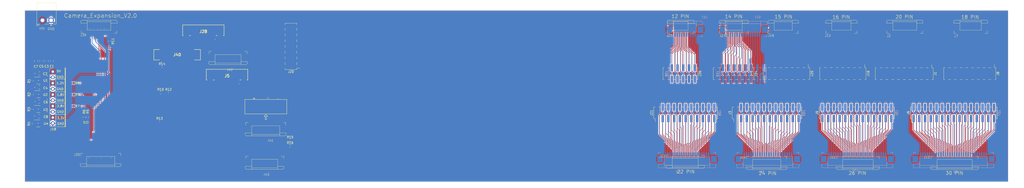
<source format=kicad_pcb>
(kicad_pcb (version 20241229) (generator "pcbnew") (generator_version "9.0")
  (layers (0 "F.Cu" jumper) (2 "B.Cu" signal) (13 "F.Paste" user) (15 "B.Paste" user) (5 "F.SilkS" user "F.Silkscreen") (7 "B.SilkS" user "B.Silkscreen") (1 "F.Mask" user) (3 "B.Mask" user) (25 "Edge.Cuts" user))
  (net 0 "")
  (net 1 "Net-(J1-Pin_15)")
  (net 2 "Net-(J1-Pin_3)")
  (net 3 "Net-(J1-Pin_8)")
  (net 4 "Net-(J1-Pin_2)")
  (net 5 "Net-(J1-Pin_13)")
  (net 6 "Net-(J1-Pin_12)")
  (net 7 "Net-(J1-Pin_6)")
  (net 8 "Net-(J1-Pin_5)")
  (net 9 "Net-(J1-Pin_10)")
  (net 10 "Net-(J1-Pin_14)")
  (net 11 "Net-(J1-Pin_1)")
  (net 12 "Net-(J1-Pin_7)")
  (net 13 "Net-(J1-Pin_9)")
  (net 14 "Net-(J1-Pin_4)")
  (net 15 "Net-(J1-Pin_11)")
  (net 16 "Net-(J1-Pin_18)")
  (net 17 "Net-(J1-Pin_19)")
  (net 18 "Net-(J1-Pin_16)")
  (net 19 "Net-(J1-Pin_17)")
  (net 20 "Net-(J1-Pin_20)")
  (net 21 "Net-(J7-Pin_4)")
  (net 22 "Net-(J7-Pin_12)")
  (net 23 "Net-(J7-Pin_7)")
  (net 24 "Net-(J7-Pin_9)")
  (net 25 "Net-(J7-Pin_15)")
  (net 26 "Net-(J7-Pin_2)")
  (net 27 "Net-(J7-Pin_17)")
  (net 28 "Net-(J7-Pin_5)")
  (net 29 "Net-(J7-Pin_1)")
  (net 30 "Net-(J7-Pin_14)")
  (net 31 "Net-(J14-Pin_17)")
  (net 32 "Net-(J14-Pin_2)")
  (net 33 "Net-(J3-Pin_24)")
  (net 34 "Net-(J14-Pin_22)")
  (net 35 "Net-(J14-Pin_11)")
  (net 36 "Net-(J14-Pin_6)")
  (net 37 "Net-(J14-Pin_10)")
  (net 38 "Net-(J14-Pin_20)")
  (net 39 "Net-(J14-Pin_7)")
  (net 40 "Net-(J3-Pin_23)")
  (net 41 "Net-(J14-Pin_18)")
  (net 42 "Net-(J14-Pin_1)")
  (net 43 "Net-(J14-Pin_14)")
  (net 44 "Net-(J14-Pin_3)")
  (net 45 "Net-(J14-Pin_21)")
  (net 46 "Net-(J14-Pin_16)")
  (net 47 "Net-(J14-Pin_9)")
  (net 48 "Net-(J14-Pin_8)")
  (net 49 "Net-(J14-Pin_15)")
  (net 50 "Net-(J14-Pin_19)")
  (net 51 "Net-(J14-Pin_5)")
  (net 52 "Net-(J14-Pin_13)")
  (net 53 "Net-(J14-Pin_12)")
  (net 54 "Net-(J14-Pin_4)")
  (net 55 "GND")
  (net 56 "Net-(J6-Pin_30)")
  (net 57 "Net-(J13-Pin_11)")
  (net 58 "Net-(J6-Pin_29)")
  (net 59 "Net-(J13-Pin_27)")
  (net 60 "Net-(J13-Pin_14)")
  (net 61 "Net-(J13-Pin_24)")
  (net 62 "Net-(J13-Pin_25)")
  (net 63 "Net-(J13-Pin_2)")
  (net 64 "Net-(J13-Pin_26)")
  (net 65 "Net-(J13-Pin_3)")
  (net 66 "Net-(J13-Pin_10)")
  (net 67 "Net-(J13-Pin_22)")
  (net 68 "Net-(J13-Pin_16)")
  (net 69 "Net-(J13-Pin_21)")
  (net 70 "Net-(J13-Pin_6)")
  (net 71 "Net-(J13-Pin_15)")
  (net 72 "Net-(J13-Pin_12)")
  (net 73 "Net-(J13-Pin_7)")
  (net 74 "Net-(J13-Pin_23)")
  (net 75 "Net-(J13-Pin_28)")
  (net 76 "Net-(J13-Pin_1)")
  (net 77 "Net-(J13-Pin_17)")
  (net 78 "Net-(J13-Pin_13)")
  (net 79 "Net-(J13-Pin_4)")
  (net 80 "Net-(J13-Pin_5)")
  (net 81 "Net-(J13-Pin_20)")
  (net 82 "Net-(J13-Pin_8)")
  (net 83 "Net-(J13-Pin_9)")
  (net 84 "Net-(J13-Pin_19)")
  (net 85 "Net-(J13-Pin_18)")
  (net 86 "Net-(J10-Pin_10)")
  (net 87 "Net-(J10-Pin_4)")
  (net 88 "Net-(J10-Pin_9)")
  (net 89 "Net-(J10-Pin_11)")
  (net 90 "Net-(J10-Pin_6)")
  (net 91 "Net-(J10-Pin_7)")
  (net 92 "Net-(J10-Pin_8)")
  (net 93 "Net-(J10-Pin_14)")
  (net 94 "Net-(J10-Pin_1)")
  (net 95 "Net-(J10-Pin_15)")
  (net 96 "Net-(J10-Pin_2)")
  (net 97 "Net-(J10-Pin_5)")
  (net 98 "Net-(J10-Pin_12)")
  (net 99 "Net-(J10-Pin_3)")
  (net 100 "Net-(J10-Pin_13)")
  (net 101 "Net-(J7-Pin_11)")
  (net 102 "Net-(J7-Pin_6)")
  (net 103 "Net-(J7-Pin_3)")
  (net 104 "Net-(J7-Pin_10)")
  (net 105 "Net-(J7-Pin_8)")
  (net 106 "Net-(J7-Pin_13)")
  (net 107 "Net-(J7-Pin_18)")
  (net 108 "Net-(J7-Pin_16)")
  (net 109 "Net-(J11-Pin_17)")
  (net 110 "Net-(J11-Pin_13)")
  (net 111 "Net-(J11-Pin_22)")
  (net 112 "Net-(J11-Pin_8)")
  (net 113 "Net-(J11-Pin_21)")
  (net 114 "Net-(J11-Pin_18)")
  (net 115 "Net-(J11-Pin_14)")
  (net 116 "Net-(J11-Pin_26)")
  (net 117 "Net-(J11-Pin_15)")
  (net 118 "Net-(J11-Pin_19)")
  (net 119 "Net-(J11-Pin_16)")
  (net 120 "Net-(J11-Pin_7)")
  (net 121 "Net-(J11-Pin_1)")
  (net 122 "Net-(J11-Pin_2)")
  (net 123 "Net-(J11-Pin_11)")
  (net 124 "Net-(J11-Pin_25)")
  (net 125 "Net-(J11-Pin_24)")
  (net 126 "Net-(J11-Pin_10)")
  (net 127 "Net-(J11-Pin_23)")
  (net 128 "Net-(J11-Pin_20)")
  (net 129 "Net-(J11-Pin_4)")
  (net 130 "Net-(J11-Pin_6)")
  (net 131 "Net-(J11-Pin_12)")
  (net 132 "Net-(J11-Pin_9)")
  (net 133 "Net-(J11-Pin_5)")
  (net 134 "Net-(J11-Pin_3)")
  (net 135 "VIN")
  (net 136 "VOUT_1.2")
  (net 137 "VOUT_1.8")
  (net 138 "VOUT_2.8")
  (net 143 "Net-(J21-Pin_19)")
  (net 144 "Net-(J21-Pin_16)")
  (net 145 "Net-(J21-Pin_22)")
  (net 146 "Net-(J21-Pin_21)")
  (net 147 "Net-(J21-Pin_15)")
  (net 148 "Net-(J21-Pin_11)")
  (net 149 "Net-(J21-Pin_18)")
  (net 150 "Net-(J21-Pin_6)")
  (net 151 "Net-(J21-Pin_4)")
  (net 152 "Net-(J21-Pin_13)")
  (net 153 "Net-(J21-Pin_7)")
  (net 154 "Net-(J21-Pin_12)")
  (net 155 "Net-(J21-Pin_8)")
  (net 156 "Net-(J21-Pin_17)")
  (net 157 "Net-(J21-Pin_9)")
  (net 158 "Net-(J21-Pin_2)")
  (net 159 "Net-(J21-Pin_5)")
  (net 160 "Net-(J21-Pin_10)")
  (net 161 "Net-(J21-Pin_20)")
  (net 162 "Net-(J21-Pin_1)")
  (net 163 "Net-(J21-Pin_14)")
  (net 164 "Net-(J21-Pin_3)")
  (net 165 "Net-(U1-EN)")
  (net 166 "Net-(U2-EN)")
  (net 167 "Net-(U3-EN)")
  (net 168 "Net-(U4-EN)")
  (net 169 "Net-(J12-Pin_15)")
  (net 170 "Net-(J12-Pin_4)")
  (net 171 "Net-(J12-Pin_10)")
  (net 172 "Net-(J12-Pin_3)")
  (net 173 "Net-(J12-Pin_6)")
  (net 174 "Net-(J12-Pin_5)")
  (net 175 "Net-(J12-Pin_8)")
  (net 176 "Net-(J12-Pin_14)")
  (net 177 "Net-(J12-Pin_7)")
  (net 178 "Net-(J12-Pin_12)")
  (net 179 "Net-(J12-Pin_2)")
  (net 180 "Net-(J12-Pin_9)")
  (net 181 "Net-(J12-Pin_13)")
  (net 182 "Net-(J12-Pin_16)")
  (net 183 "Net-(J12-Pin_1)")
  (net 184 "Net-(J12-Pin_11)")
  (net 185 "Net-(J19-Pin_4)")
  (net 186 "Net-(J19-Pin_1)")
  (net 187 "Net-(J19-Pin_8)")
  (net 188 "Net-(J19-Pin_3)")
  (net 189 "Net-(J19-Pin_7)")
  (net 190 "Net-(J19-Pin_12)")
  (net 191 "Net-(J19-Pin_5)")
  (net 192 "Net-(J19-Pin_10)")
  (net 193 "Net-(J19-Pin_6)")
  (net 194 "Net-(J19-Pin_2)")
  (net 195 "Net-(J19-Pin_11)")
  (net 196 "Net-(J19-Pin_9)")
  (net 197 "Net-(J19-Pin_15)")
  (net 198 "Net-(J19-Pin_14)")
  (net 199 "Net-(J19-Pin_13)")
  (net 201 "Net-(J23-Pin_8)")
  (net 202 "Net-(J23-Pin_9)")
  (net 203 "Net-(J23-Pin_7)")
  (net 204 "Net-(J23-Pin_5)")
  (net 205 "Net-(J23-Pin_10)")
  (net 206 "Net-(J23-Pin_6)")
  (net 207 "Net-(J23-Pin_13)")
  (net 208 "Net-(J23-Pin_4)")
  (net 209 "Net-(J23-Pin_14)")
  (net 210 "Net-(J23-Pin_12)")
  (net 211 "Net-(J23-Pin_11)")
  (net 212 "Net-(J23-Pin_2)")
  (net 213 "Net-(J23-Pin_1)")
  (net 214 "Net-(J23-Pin_3)")
  (net 215 "Net-(J25-Pin_8)")
  (net 216 "Net-(J25-Pin_12)")
  (net 217 "Net-(J25-Pin_4)")
  (net 218 "Net-(J25-Pin_1)")
  (net 219 "Net-(J25-Pin_3)")
  (net 220 "Net-(J25-Pin_2)")
  (net 221 "Net-(J25-Pin_6)")
  (net 222 "Net-(J25-Pin_9)")
  (net 223 "Net-(J25-Pin_5)")
  (net 224 "Net-(J25-Pin_10)")
  (net 225 "Net-(J25-Pin_11)")
  (net 226 "Net-(J25-Pin_7)")
  (net 227 "/MCP")
  (net 228 "/MDP1")
  (net 229 "/MDN0")
  (net 230 "/MCLK")
  (net 231 "/MDP0")
  (net 232 "/MIPI_I2C_SCL")
  (net 233 "/MIPI_I2C_SDA")
  (net 234 "/MDN1")
  (net 235 "/MCN")
  (net 236 "VCC_3V3")
  (net 237 "/MIPI_LVDS_RST")
  (net 238 "/MDP3")
  (net 239 "DVDD")
  (net 240 "AVDD")
  (net 241 "/MDP2")
  (net 242 "/PWDN")
  (net 244 "/MDN2")
  (net 246 "/MDN3")
  (net 247 "/SID")
  (net 248 "DOVDD")
  (net 249 "/GPIO3")
  (net 250 "Net-(J27-Pin_25)")
  (net 251 "Net-(J27-Pin_21)")
  (net 252 "Net-(J27-Pin_10)")
  (net 253 "Net-(J27-Pin_16)")
  (net 254 "Net-(J27-Pin_19)")
  (net 255 "Net-(J27-Pin_18)")
  (net 256 "Net-(J27-Pin_29)")
  (net 257 "Net-(J27-Pin_8)")
  (net 258 "Net-(J27-Pin_30)")
  (net 259 "Net-(J27-Pin_9)")
  (net 260 "Net-(J27-Pin_6)")
  (net 261 "Net-(J27-Pin_26)")
  (net 262 "Net-(J27-Pin_5)")
  (net 263 "Net-(J27-Pin_27)")
  (net 264 "Net-(J27-Pin_7)")
  (net 265 "Net-(J27-Pin_1)")
  (net 266 "Net-(J27-Pin_23)")
  (net 267 "Net-(J27-Pin_4)")
  (net 268 "Net-(J27-Pin_15)")
  (net 269 "Net-(J27-Pin_17)")
  (net 270 "Net-(J27-Pin_11)")
  (net 271 "Net-(J27-Pin_20)")
  (net 272 "Net-(J27-Pin_22)")
  (net 273 "Net-(J27-Pin_12)")
  (net 274 "Net-(J27-Pin_14)")
  (net 275 "Net-(J27-Pin_28)")
  (net 276 "Net-(J27-Pin_2)")
  (net 277 "Net-(J27-Pin_24)")
  (net 278 "Net-(J27-Pin_3)")
  (net 279 "Net-(J27-Pin_13)")
  (net 280 "Net-(J31-Pin_3)")
  (net 281 "Net-(J31-Pin_26)")
  (net 282 "Net-(J31-Pin_4)")
  (net 283 "Net-(J31-Pin_16)")
  (net 284 "Net-(J31-Pin_21)")
  (net 285 "Net-(J31-Pin_8)")
  (net 286 "Net-(J31-Pin_23)")
  (net 287 "Net-(J31-Pin_2)")
  (net 288 "Net-(J31-Pin_20)")
  (net 289 "Net-(J31-Pin_19)")
  (net 290 "Net-(J31-Pin_7)")
  (net 291 "Net-(J31-Pin_25)")
  (net 292 "Net-(J31-Pin_9)")
  (net 293 "Net-(J31-Pin_24)")
  (net 294 "Net-(J31-Pin_22)")
  (net 295 "Net-(J31-Pin_10)")
  (net 296 "Net-(J31-Pin_15)")
  (net 297 "Net-(J31-Pin_1)")
  (net 298 "Net-(J31-Pin_17)")
  (net 299 "Net-(J31-Pin_14)")
  (net 300 "Net-(J31-Pin_11)")
  (net 301 "Net-(J31-Pin_12)")
  (net 302 "Net-(J31-Pin_5)")
  (net 303 "Net-(J31-Pin_18)")
  (net 304 "Net-(J31-Pin_6)")
  (net 305 "Net-(J31-Pin_13)")
  (net 306 "Net-(J33-Pin_4)")
  (net 307 "Net-(J33-Pin_16)")
  (net 308 "Net-(J33-Pin_8)")
  (net 309 "Net-(J33-Pin_19)")
  (net 310 "Net-(J33-Pin_10)")
  (net 311 "Net-(J33-Pin_21)")
  (net 312 "Net-(J33-Pin_2)")
  (net 313 "Net-(J33-Pin_7)")
  (net 314 "Net-(J33-Pin_1)")
  (net 315 "Net-(J33-Pin_12)")
  (net 316 "Net-(J33-Pin_22)")
  (net 317 "Net-(J33-Pin_18)")
  (net 318 "Net-(J33-Pin_6)")
  (net 319 "Net-(J33-Pin_17)")
  (net 320 "Net-(J33-Pin_3)")
  (net 321 "Net-(J33-Pin_20)")
  (net 322 "Net-(J33-Pin_9)")
  (net 323 "Net-(J33-Pin_15)")
  (net 324 "Net-(J33-Pin_13)")
  (net 325 "Net-(J33-Pin_11)")
  (net 326 "Net-(J33-Pin_14)")
  (net 327 "Net-(J33-Pin_5)")
  (net 328 "Net-(J35-Pin_9)")
  (net 329 "Net-(J35-Pin_1)")
  (net 330 "Net-(J35-Pin_4)")
  (net 331 "Net-(J35-Pin_16)")
  (net 332 "Net-(J35-Pin_3)")
  (net 333 "Net-(J35-Pin_12)")
  (net 334 "Net-(J35-Pin_11)")
  (net 335 "Net-(J35-Pin_10)")
  (net 336 "Net-(J35-Pin_19)")
  (net 337 "Net-(J35-Pin_20)")
  (net 338 "Net-(J35-Pin_7)")
  (net 339 "Net-(J35-Pin_6)")
  (net 340 "Net-(J35-Pin_2)")
  (net 341 "Net-(J35-Pin_14)")
  (net 342 "Net-(J35-Pin_18)")
  (net 343 "Net-(J35-Pin_13)")
  (net 344 "Net-(J35-Pin_17)")
  (net 345 "Net-(J35-Pin_8)")
  (net 346 "Net-(J35-Pin_15)")
  (net 347 "Net-(J35-Pin_5)")
  (net 348 "Net-(J37-Pin_4)")
  (net 349 "Net-(J37-Pin_3)")
  (net 350 "Net-(J37-Pin_9)")
  (net 351 "Net-(J37-Pin_1)")
  (net 352 "Net-(J37-Pin_8)")
  (net 353 "Net-(J37-Pin_5)")
  (net 354 "Net-(J37-Pin_2)")
  (net 355 "Net-(J37-Pin_7)")
  (net 356 "Net-(J37-Pin_10)")
  (net 357 "Net-(J37-Pin_6)")
  (net 359 "/+3V3")
  (net 360 "/I2C_SDA0")
  (net 361 "/CSI0_D2P")
  (net 362 "/CSI0_D0P")
  (net 363 "/I2C_SCL0")
  (net 364 "/CSI0_CLKP")
  (net 365 "/CSI0_CLKN")
  (net 366 "/CSI0_D3P")
  (net 367 "/CSI0_D3N")
  (net 368 "/CSI0_D2N")
  (net 369 "/CSI0_D1N")
  (net 370 "/CSI0_D1P")
  (net 371 "/GPIO2")
  (net 372 "/CSI0_D0N")
  (net 373 "/CSI2_CLK_N")
  (net 374 "DGND")
  (net 376 "/CSI2_D1_P")
  (net 377 "/EXT_XVCLK")
  (net 378 "/CSI2_D0_P")
  (net 380 "/CSI2_CLK_P")
  (net 381 "/CSI2_D1_N")
  (net 382 "/CSI2_D0_N")
  (net 383 "Net-(J5-Pin_22)")
  (net 386 "VDD_3V3")
  (net 387 "3V3")
  (net 388 "/FSIN")
  (net 392 "Net-(J28-Pin_1)")
  (net 395 "/CSI0_RXCLK_N")
  (net 397 "/CSI0_RXCLK_P")
  (net 405 "/CAM0_I2C_SDA")
  (net 407 "/CSI0_RX1_N")
  (net 408 "/CAM0_GPIO1")
  (net 410 "/CSI0_RX0_N")
  (net 415 "/CAM0_GPIO2")
  (net 417 "/CAM0_I2C_SCL")
  (net 418 "/CSI0_RX0_P")
  (net 419 "/CSI0_RX1_P")
  (net 420 "Net-(J40-Pin_29)")
  (net 422 "AVDD2V8_DVP")
  (net 423 "/MIPI_CSI_RX_D1P")
  (net 427 "AF2V8")
  (net 435 "/CAMERAF_RST_L")
  (net 437 "/GPIO4_B5_d_1V8")
  (net 438 "/I2C4_SCL_M0_1V8")
  (net 440 "/I2C4_SDA_M0_1V8")
  (net 441 "/MIPI_CSI_RX_D1N")
  (net 443 "/CSI_D3_N")
  (net 444 "/CSI_D0_N")
  (net 445 "/CSI_D3_P")
  (net 446 "/I2C_SDA")
  (net 447 "/CSI_C_N")
  (net 448 "/CSI_D1_P")
  (net 449 "/CSI_D1_N")
  (net 450 "Net-(J42-Pin_1)")
  (net 451 "/CSI_C_P")
  (net 452 "/I2C_SCL")
  (net 453 "/CSI_D0_P")
  (net 454 "/CSI_D2_P")
  (net 455 "/CSI_D2_N")
  (net 456 "Net-(J43-Pin_1)")
  (footprint "Connector_PinHeader_2.54mm:PinHeader_2x08_P2.54mm_Vertical_SMD" (layer "F.Cu") (at 174.16375 78.44375 180)
    (property "Reference" "J20")
    (property "Value" "PinHeader_2x8_P2.54mm_Vertical_MALE_SMD")
  )
  (footprint "Resistor_SMD:R_0402_1005Metric" (layer "F.Cu") (at 117.21375 87.35125)
    (property "Reference" "R14")
    (property "Value" "0R")
  )
  (footprint "Capacitor_SMD:C_0805_2012Metric" (layer "F.Cu") (at 62.91 109.325 180)
    (property "Reference" "C8")
    (property "Value" "10uF" (hide yes))
  )
  (footprint "Package_TO_SOT_SMD:SOT-23-5" (layer "F.Cu") (at 62.69 93.515)
    (property "Reference" "U1")
    (property "Value" "RT9080-12GJ5" (hide yes))
  )
  (footprint "Resistor_SMD:R_0603_1608Metric" (layer "F.Cu") (at 77.4075 94.6825 180)
    (property "Reference" "R8")
    (property "Value" "0R")
  )
  (footprint "Connector_PinHeader_2.54mm:PinHeader_2x10_P2.54mm_Vertical_SMD" (layer "F.Cu") (at 445.09875 90.505 -90)
    (property "Reference" "J1")
    (property "Value" "PinHeader_2x10_P2.54mm_Vertical_MALE_SMD")
  )
  (footprint "Footprint Library:FFC SOCKET DR_DWN 0.5MM-30P" (layer "F.Cu") (at 467.31875 127.22)
    (property "Reference" "J13")
    (property "Value" "FPC-05F-30PH20")
  )
  (footprint "Footprint Library:KF2EDGH-3.81-2P" (layer "F.Cu") (at 68.2325 66.8675 180)
    (property "Reference" "J17")
    (property "Value" "KF2EDGH-3.81-2P- Right Angle" (hide yes))
  )
  (footprint "Connector_PinHeader_2.54mm:PinHeader_2x12_P2.54mm_Vertical_SMD" (layer "F.Cu") (at 384.455 107.8575 90)
    (property "Reference" "J3")
    (property "Value" "PinHeader_2x12_P2.54mm_Vertical_MALE_SMD")
  )
  (footprint "Footprint Library:FFC SOCKET DR_DWN 0.5MM -22P" (layer "F.Cu") (at 146.38375 81.29875)
    (property "Reference" "J42")
    (property "Value" "FFC SOCKET DR_BOTTOM 0.5MM -22P")
  )
  (footprint "Capacitor_SMD:C_0805_2012Metric" (layer "F.Cu") (at 63.88 84.885 -90)
    (property "Reference" "C5")
    (property "Value" "10uF" (hide yes))
  )
  (footprint "Package_TO_SOT_SMD:SOT-23-5" (layer "F.Cu") (at 62.61 106.145)
    (property "Reference" "U3")
    (property "Value" "RT9080-28GJ5" (hide yes))
  )
  (footprint "Resistor_SMD:R_0603_1608Metric" (layer "F.Cu") (at 77.3775 104.8625 180)
    (property "Reference" "R7")
    (property "Value" "0R")
  )
  (footprint "Connector_PinHeader_2.54mm:PinHeader_2x15_P2.54mm_Vertical_SMD" (layer "F.Cu") (at 466.995 107.8575 90)
    (property "Reference" "J6")
    (property "Value" "PinHeader_2x15_P2.54mm_Vertical_MALE_SMD")
  )
  (footprint "Resistor_SMD:R_0603_1608Metric" (layer "F.Cu") (at 77.4275 99.7925 180)
    (property "Reference" "R9")
    (property "Value" "0R")
  )
  (footprint "Capacitor_SMD:C_0805_2012Metric" (layer "F.Cu") (at 68.54 84.895 -90)
    (property "Reference" "C1")
    (property "Value" "10uF" (hide yes))
  )
  (footprint "Footprint Library:FFC SOCKET DR_DWN 0.5MM -22P" (layer "F.Cu") (at 348.34875 127.22)
    (property "Reference" "J22")
    (property "Value" "FPC-05F-22PH20")
  )
  (footprint "Capacitor_SMD:C_0805_2012Metric" (layer "F.Cu") (at 63.01 96.575 180)
    (property "Reference" "C4")
    (property "Value" "10uF" (hide yes))
  )
  (footprint "Resistor_SMD:R_0603_1608Metric" (layer "F.Cu") (at 116.58875 98.93325)
    (property "Reference" "R10")
    (property "Value" "DNP")
  )
  (footprint "Connector_PinHeader_2.54mm:PinHeader_1x10_P2.54mm_Vertical" (layer "F.Cu") (at 68.97 89.605)
    (property "Reference" "J18")
    (property "Value" "PinHeader_1x10_P2.54mm_Vertical_MALE_TH" (hide yes))
  )
  (footprint "Connector_PinHeader_2.54mm:PinHeader_2x08_P2.54mm_Vertical_SMD" (layer "F.Cu") (at 417.96375 90.465 -90)
    (property "Reference" "J16")
    (property "Value" "PinHeader_2x8_P2.54mm_Vertical_MALE_SMD")
  )
  (footprint "Resistor_SMD:R_0603_1608Metric" (layer "F.Cu") (at 173.81375 120.02625)
    (property "Reference" "R15")
    (property "Value" "0R")
  )
  (footprint "Footprint Library:FFC SOCKET DR_DWN 0.5MM -20P" (layer "F.Cu") (at 444.84375 71.98 180)
    (property "Reference" "J2")
    (property "Value" "FPC-05F-20PH20")
  )
  (footprint "Resistor_SMD:R_0402_1005Metric" (layer "F.Cu") (at 116.13875 111.50725)
    (property "Reference" "R13")
    (property "Value" "0R")
  )
  (footprint "Connector_PinHeader_2.54mm:PinHeader_2x07_P2.54mm_Vertical_SMD" (layer "F.Cu") (at 369.72875 90.485 -90)
    (property "Reference" "J24")
    (property "Value" "PinHeader_2x7_P2.54mm_Vertical_MALE_SMD")
  )
  (footprint "Footprint Library:FFC SOCKET DR_DWN 0.5MM-24P" (layer "F.Cu") (at 89.6175 125.9025)
    (property "Reference" "J30")
    (property "Value" "FPC-05F-24PH20")
  )
  (footprint "Connector_PinHeader_2.54mm:PinHeader_2x06_P2.54mm_Vertical_SMD" (layer "F.Cu") (at 346.20875 90.465 -90)
    (property "Reference" "J26")
    (property "Value" "PinHeader_2x6_P2.54mm_Vertical_MALE_SMD")
  )
  (footprint "Package_TO_SOT_SMD:SOT-23-5" (layer "F.Cu") (at 62.6625 99.605)
    (property "Reference" "U2")
    (property "Value" "RT9080-18GJ5" (hide yes))
  )
  (footprint "Footprint Library:52435-2271" (layer "F.Cu") (at 163.10595 105.12395)
    (property "Reference" "J4")
    (property "Value" "52435-2271" (hide yes))
  )
  (footprint "Connector_PinHeader_2.54mm:PinHeader_2x13_P2.54mm_Vertical_SMD" (layer "F.Cu") (at 424.175 107.8575 90)
    (property "Reference" "J9")
    (property "Value" "PinHeader_2x13_P2.54mm_Vertical_MALE_SMD")
  )
  (footprint "Footprint Library:FFC SOCKET DR_DWN 0.5MM-24P" (layer "F.Cu") (at 162.53375 112.25125)
    (property "Reference" "J41")
    (property "Value" "FPC-05F-24PH20")
  )
  (footprint "Capacitor_SMD:C_0805_2012Metric" (layer "F.Cu") (at 63.02 90.415 180)
    (property "Reference" "C2")
    (property "Value" "10uF" (hide yes))
  )
  (footprint "Connector_PinHeader_2.54mm:PinHeader_2x09_P2.54mm_Vertical_SMD" (layer "F.Cu") (at 474.01875 90.485 -90)
    (property "Reference" "J8")
    (property "Value" "PinHeader_2x9_P2.54mm_Vertical_MALE_SMD")
  )
  (footprint "Footprint Library:FFC SOCKET DR_DWN 0.5MM -18P" (layer "F.Cu") (at 473.45125 71.98 180)
    (property "Reference" "J7")
    (property "Value" "FPC-05F-18PH20")
  )
  (footprint "Footprint Library:F32R1A7H111022" (layer "F.Cu") (at 135.47375 71.27125 180)
    (property "Reference" "J28")
    (property "Value" "FFC SOCKET DR_BOTTOM 0.5MM -22P" (hide yes))
  )
  (footprint "Connector_PinHeader_2.54mm:PinHeader_2x08_P2.54mm_Vertical_SMD" (layer "F.Cu") (at 393.10875 90.465 -90)
    (property "Reference" "J20")
    (property "Value" "PinHeader_2x8_P2.54mm_Vertical_MALE_SMD")
  )
  (footprint "Footprint Library:FFC SOCKET DR_DWN 0.5MM -12P" (layer "F.Cu") (at 343.85125 71.98 180)
    (property "Reference" "J25")
    (property "Value" "FPC-05F-12PH20")
  )
  (footprint "Footprint Library:117342485" (layer "F.Cu") (at 123.91375 82.11625 180)
    (property "Reference" "J40")
    (property "Value" "117342485" (hide yes))
  )
  (footprint "Resistor_SMD:R_0603_1608Metric" (layer "F.Cu") (at 94.1278 76.1113 -90)
    (property "Reference" "R11")
    (property "Value" "DNP")
  )
  (footprint "Footprint Library:FFC SOCKET DR_DWN 0.5MM -22P" (layer "F.Cu") (at 162.53375 127.69625)
    (property "Reference" "J43")
    (property "Value" "FFC SOCKET DR_BOTTOM 0.5MM -22P")
  )
  (footprint "Footprint Library:FFC SOCKET DR_DWN 0.5MM-24P" (layer "F.Cu") (at 383.82875 127.22)
    (property "Reference" "J14")
    (property "Value" "FPC-05F-24PH20")
  )
  (footprint "Footprint Library:F32R1A7H111022" (layer "F.Cu") (at 145.95375 90.92125 180)
    (property "Reference" "J5")
    (property "Value" "FFC SOCKET DR_BOTTOM 0.5MM -22P" (hide yes))
  )
  (footprint "Connector_PinHeader_2.54mm:PinHeader_2x11_P2.54mm_Vertical_SMD" (layer "F.Cu") (at 348.525 107.8575 90)
    (property "Reference" "J21")
    (property "Value" "PinHeader_2x11_P2.54mm_Vertical_MALE_SMD")
  )
  (footprint "Resistor_SMD:R_0603_1608Metric" (layer "F.Cu") (at 59.78 93.635 -90)
    (property "Reference" "R1")
    (property "Value" "5K" (hide yes))
  )
  (footprint "Footprint Library:FFC SOCKET DR_DWN 0.5MM-26P" (layer "F.Cu") (at 424.10125 127.22)
    (property "Reference" "J11")
    (property "Value" "FPC-05F-26PH20")
  )
  (footprint "Resistor_SMD:R_0603_1608Metric" (layer "F.Cu") (at 59.81 99.725 -90)
    (property "Reference" "R2")
    (property "Value" "5K" (hide yes))
  )
  (footprint "Footprint Library:FFC SOCKET DR_DWN 0.5MM -14P" (layer "F.Cu") (at 367.77375 71.9775 180)
    (property "Reference" "J23")
    (property "Value" "FPC-05F-14PH20")
  )
  (footprint "Resistor_SMD:R_0402_1005Metric" (layer "F.Cu") (at 120.04875 98.67325)
    (property "Reference" "R12")
    (property "Value" "0R")
  )
  (footprint "Resistor_SMD:R_0603_1608Metric" (layer "F.Cu") (at 82.8175 109.8125 90)
    (property "Reference" "R6")
    (property "Value" "DNP")
  )
  (footprint "Resistor_SMD:R_0603_1608Metric" (layer "F.Cu") (at 59.67 112.64 -90)
    (property "Reference" "R4")
    (property "Value" "5K" (hide yes))
  )
  (footprint "Capacitor_SMD:C_0805_2012Metric" (layer "F.Cu") (at 61.52 84.925 -90)
    (property "Reference" "C7")
    (property "Value" "10uF" (hide yes))
  )
  (footprint "Footprint Library:FFC SOCKET DR_DWN 0.5MM -15P" (layer "F.Cu") (at 389.90625 71.98 180)
    (property "Reference" "J19")
    (property "Value" "FPC-05F-15PH20")
  )
  (footprint "Resistor_SMD:R_0603_1608Metric" (layer "F.Cu") (at 173.81375 122.53625)
    (property "Reference" "R16")
    (property "Value" "0R")
  )
  (footprint "Footprint Library:FFC SOCKET DR_DWN 0.5MM -16P" (layer "F.Cu") (at 415.83625 71.98 180)
    (property "Reference" "J12")
    (property "Value" "FPC-05F-16PH20")
  )
  (footprint "Resistor_SMD:R_0603_1608Metric" (layer "F.Cu") (at 59.74 106.275 -90)
    (property "Reference" "R3")
    (property "Value" "5K" (hide yes))
  )
  (footprint "Capacitor_SMD:C_0805_2012Metric" (layer "F.Cu") (at 62.91 102.875 180)
    (property "Reference" "C6")
    (property "Value" "10uF" (hide yes))
  )
  (footprint "Footprint Library:FFC SOCKET DR_DWN 0.5MM -20P" (layer "F.Cu") (at 89.3978 72.0313 180)
    (property "Reference" "J39")
    (property "Value" "FPC-05F-20PH20")
  )
  (footprint "Resistor_SMD:R_0603_1608Metric" (layer "F.Cu") (at 84.3675 109.8025 -90)
    (property "Reference" "R5")
    (property "Value" "0R")
  )
  (footprint "Package_TO_SOT_SMD:SOT-23-5" (layer "F.Cu") (at 62.5525 112.515)
    (property "Reference" "U4")
    (property "Value" "RT9080-33GJ5" (hide yes))
  )
  (footprint "Capacitor_SMD:C_0805_2012Metric" (layer "F.Cu") (at 66.22 84.895 -90)
    (property "Reference" "C3")
    (property "Value" "10uF" (hide yes))
  )
  (footprint "Library:AFA07-S10ECA-00" (layer "B.Cu") (at 343.73875 72.2975)
    (property "Reference" "J37")
    (property "Value" "AFA07-S10ECA-00")
  )
  (footprint "Connector_PinHeader_2.54mm:PinHeader_2x13_P2.54mm_Vertical_SMD" (layer "B.Cu") (at 424.18875 107.835 90)
    (property "Reference" "J31")
    (property "Value" "PinHeader_2x13_P2.54mm_Vertical_MALE_SMD")
  )
  (footprint "Library:AFA07-S15ECA-00" (layer "B.Cu") (at 367.20875 72.2975)
    (property "Reference" "J15")
    (property "Value" "AFA07-S15ECA-00")
  )
  (footprint "Library:AFA07-S20ECA-00" (layer "B.Cu") (at 358.64875 127.1525 180)
    (property "Reference" "J36")
    (property "Value" "AFA07-S20ECA-00")
  )
  (footprint "Connector_PinHeader_2.54mm:PinHeader_2x08_P2.54mm_Vertical_SMD" (layer "B.Cu") (at 373.89875 90.495 -90)
    (property "Reference" "J10")
    (property "Value" "PinHeader_2x08_P2.54mm_Vertical_MALE_SMD")
  )
  (footprint "Library:AFA07-S26ECA-00" (layer "B.Cu") (at 436.8675 127.1525 180)
    (property "Reference" "J32")
    (property "Value" "AFA07-S26ECA-00")
  )
  (footprint "Connector_PinHeader_2.54mm:PinHeader_2x15_P2.54mm_Vertical_SMD" (layer "B.Cu") (at 466.995 107.8675 90)
    (property "Reference" "J27")
    (property "Value" "PinHeader_2x15_P2.54mm_Vertical_MALE_SMD")
  )
  (footprint "Connector_PinHeader_2.54mm:PinHeader_2x11_P2.54mm_Vertical_SMD" (layer "B.Cu") (at 385.72875 107.875 90)
    (property "Reference" "J33")
    (property "Value" "PinHeader_2x11_P2.54mm_Vertical_MALE_SMD")
  )
  (footprint "Connector_PinHeader_2.54mm:PinHeader_2x10_P2.54mm_Vertical_SMD" (layer "B.Cu") (at 349.81875 107.885 90)
    (property "Reference" "J35")
    (property "Value" "PinHeader_2x10_P2.54mm_Vertical_MALE_SMD")
  )
  (footprint "Connector_PinHeader_2.54mm:PinHeader_2x05_P2.54mm_Vertical_SMD" (layer "B.Cu") (at 347.49875 90.485 -90)
    (property "Reference" "J38")
    (property "Value" "PinHeader_2x5_P2.54mm_Vertical_MALE_SMD")
  )
  (footprint "Library:AFA07-S22ECA-00" (layer "B.Cu") (at 395.37875 127.1525 180)
    (property "Reference" "J34")
    (property "Value" "AFA07-S22ECA-00")
  )
  (footprint "Library:AFA07-S30ECA-00" (layer "B.Cu") (at 452.355 127.1525 180)
    (property "Reference" "J29")
    (property "Value" "AFA07-S30ECA-00")
  )
  (gr_line (start 70.79 92.865) (end 74.31 92.865) (stroke (width 0.15)) (layer "F.SilkS"))
  (gr_line (start 70.34 103.555) (end 74.35 103.555) (stroke (width 0.15)) (layer "F.SilkS"))
  (gr_line (start 70.32 98.515) (end 74.35 98.515) (stroke (width 0.15)) (layer "F.SilkS"))
  (gr_line (start 74.4875 87.9325) (end 74.4875 114.0025) (stroke (width 0.36)) (layer "F.SilkS"))
  (gr_line (start 70.32 108.575) (end 74.31 108.575) (stroke (width 0.15)) (layer "F.SilkS"))
  (gr_line (start 70.7025 113.9925) (end 74.4125 113.9925) (stroke (width 0.15)) (layer "F.SilkS"))
  (gr_rect (start 56.6275 62.4775) (end 491.0275 138.4275) (stroke (width 0.1)) (fill no) (layer "Edge.Cuts"))
  (gr_text "18 PIN" (at 470.2025 66.3025 0) (layer "F.SilkS") (effects (font (size 1.5 1.5)) (justify left bottom)))
  (gr_text "GND" (at 70.74 102.975 0) (layer "F.SilkS") (effects (font (size 1 1)) (justify left bottom)))
  (gr_text "24 PIN" (at 380.745 135.51 0) (layer "F.SilkS") (effects (font (size 1.5 1.5)) (justify left bottom)))
  (gr_text "GND" (at 68.1975 70.6775 0) (layer "F.SilkS") (effects (font (size 1 1) (thickness 0.1))))
  (gr_text "SID" (at 82.2875 112.7025 0) (layer "F.SilkS") (effects (font (size 1 1) (thickness 0.125) (bold yes)) (justify left bottom)))
  (gr_text "GND" (at 70.74 107.965 0) (layer "F.SilkS") (effects (font (size 1 1)) (justify left bottom)))
  (gr_text "GND" (at 70.57 97.905 0) (layer "F.SilkS") (effects (font (size 1 1)) (justify left bottom)))
  (gr_text "14 PIN" (at 365.7925 66.0725 0) (layer "F.SilkS") (effects (font (size 1.5 1.5)) (justify left bottom)))
  (gr_text "VIN" (at 64.1575 70.4975 0) (layer "F.SilkS") (effects (font (size 1 1) (thickness 0.1))))
  (gr_text "2.8V" (at 70.69 105.425 0) (layer "F.SilkS") (effects (font (size 1 1)) (justify left bottom)))
  (gr_text "GND" (at 70.83 113.225 0) (layer "F.SilkS") (effects (font (size 1 1)) (justify left bottom)))
  (gr_text "20 PIN" (at 441.1625 66.2225 0) (layer "F.SilkS") (effects (font (size 1.5 1.5)) (justify left bottom)))
  (gr_text "22 PIN" (at 344.675 134.79 0) (layer "F.SilkS") (effects (font (size 1.5 1.5)) (justify left bottom)))
  (gr_text "1.2V" (at 70.56 95.295 0) (layer "F.SilkS") (effects (font (size 1 1)) (justify left bottom)))
  (gr_text "12 PIN" (at 342.1825 66.0025 0) (layer "F.SilkS") (effects (font (size 1.5 1.5)) (justify left bottom)))
  (gr_text "3.3V" (at 70.78 110.685 0) (layer "F.SilkS") (effects (font (size 1 1)) (justify left bottom)))
  (gr_text "5V" (at 70.63 89.975 0) (layer "F.SilkS") (effects (font (size 1 1)) (justify left bottom)))
  (gr_text "15 PIN" (at 387.7725 66.1725 0) (layer "F.SilkS") (effects (font (size 1.5 1.5)) (justify left bottom)))
  (gr_text "16 PIN" (at 413.3025 66.3225 0) (layer "F.SilkS") (effects (font (size 1.5 1.5)) (justify left bottom)))
  (gr_text "30 PIN" (at 463.275 135.4 0) (layer "F.SilkS") (effects (font (size 1.5 1.5)) (justify left bottom)))
  (gr_text "GND" (at 70.64 92.585 0) (layer "F.SilkS") (effects (font (size 1 1)) (justify left bottom)))
  (gr_text "26 PIN" (at 420.445 135.41 0) (layer "F.SilkS") (effects (font (size 1.5 1.5)) (justify left bottom)))
  (gr_text "1.8V" (at 70.69 100.435 0) (layer "F.SilkS") (effects (font (size 1 1)) (justify left bottom)))
  (gr_text "Camera_Expansion_V2.0" (at 73.8275 65.8475 0) (layer "F.SilkS") (effects (font (size 1.8 1.8)) (justify left bottom)))
  (segment (start 93.6478 71.9213) (end 93.6478 74.8063) (width 0.254) (layer "F.Cu") (net 0))
  (segment (start 93.6478 74.8063) (end 94.1278 75.2863) (width 0.254) (layer "F.Cu") (net 0))
  (segment (start 94.1478 71.9213) (end 94.1478 75.2663) (width 0.254) (layer "F.Cu") (net 0))
  (segment (start 94.1478 75.2663) (end 94.1278 75.2863) (width 0.254) (layer "F.Cu") (net 0))
  (segment (start 443.09375 71.98) (end 443.09375 77.4425) (width 0.25) (layer "F.Cu") (net 1))
  (segment (start 443.09375 77.4425) (end 438.75625 81.78) (width 0.25) (layer "F.Cu") (net 1))
  (segment (start 438.75625 81.78) (end 438.75625 87.98) (width 0.25) (layer "F.Cu") (net 1))
  (segment (start 449.09375 77.5175) (end 449.09375 71.98) (width 0.25) (layer "F.Cu") (net 2))
  (segment (start 453.99625 82.42) (end 449.09375 77.5175) (width 0.25) (layer "F.Cu") (net 2))
  (segment (start 453.99625 87.98) (end 453.99625 82.42) (width 0.25) (layer "F.Cu") (net 2))
  (segment (start 447.74125 89.3825) (end 448.90875 90.55) (width 0.25) (layer "F.Cu") (net 3))
  (segment (start 448.90875 90.55) (end 448.90875 93.03) (width 0.25) (layer "F.Cu") (net 3))
  (segment (start 446.59375 78.6775) (end 447.74125 79.825) (width 0.25) (layer "F.Cu") (net 3))
  (segment (start 446.59375 71.98) (end 446.59375 78.6775) (width 0.25) (layer "F.Cu") (net 3))
  (segment (start 447.74125 79.825) (end 447.74125 89.3825) (width 0.25) (layer "F.Cu") (net 3))
  (segment (start 456.52875 90.67) (end 456.52875 93.03) (width 0.25) (layer "F.Cu") (net 4))
  (segment (start 455.17125 82.865) (end 455.17125 89.3125) (width 0.25) (layer "F.Cu") (net 4))
  (segment (start 449.59375 71.98) (end 449.59375 77.2875) (width 0.25) (layer "F.Cu") (net 4))
  (segment (start 455.17125 89.3125) (end 456.52875 90.67) (width 0.25) (layer "F.Cu") (net 4))
  (segment (start 449.59375 77.2875) (end 455.17125 82.865) (width 0.25) (layer "F.Cu") (net 4))
  (segment (start 444.09375 71.98) (end 444.09375 77.9625) (width 0.25) (layer "F.Cu") (net 5))
  (segment (start 444.09375 77.9625) (end 441.29625 80.76) (width 0.25) (layer "F.Cu") (net 5))
  (segment (start 441.29625 80.76) (end 441.29625 87.98) (width 0.25) (layer "F.Cu") (net 5))
  (segment (start 443.82875 90.77) (end 442.66125 89.6025) (width 0.25) (layer "F.Cu") (net 6))
  (segment (start 442.66125 89.6025) (end 442.66125 80.105) (width 0.25) (layer "F.Cu") (net 6))
  (segment (start 443.82875 93.03) (end 443.82875 90.77) (width 0.25) (layer "F.Cu") (net 6))
  (segment (start 444.59375 78.1725) (end 444.59375 71.98) (width 0.25) (layer "F.Cu") (net 6))
  (segment (start 442.66125 80.105) (end 444.59375 78.1725) (width 0.25) (layer "F.Cu") (net 6))
  (segment (start 450.28125 80.865) (end 450.28125 89.6125) (width 0.25) (layer "F.Cu") (net 7))
  (segment (start 447.59375 71.98) (end 447.59375 78.1775) (width 0.25) (layer "F.Cu") (net 7))
  (segment (start 447.59375 78.1775) (end 450.28125 80.865) (width 0.25) (layer "F.Cu") (net 7))
  (segment (start 450.28125 89.6125) (end 451.44875 90.78) (width 0.25) (layer "F.Cu") (net 7))
  (segment (start 451.44875 90.78) (end 451.44875 93.03) (width 0.25) (layer "F.Cu") (net 7))
  (segment (start 448.09375 77.9175) (end 448.09375 71.98) (width 0.25) (layer "F.Cu") (net 8))
  (segment (start 451.45625 81.28) (end 448.09375 77.9175) (width 0.25) (layer "F.Cu") (net 8))
  (segment (start 451.45625 87.98) (end 451.45625 81.28) (width 0.25) (layer "F.Cu") (net 8))
  (segment (start 445.20125 79.005) (end 445.59375 78.6125) (width 0.25) (layer "F.Cu") (net 9))
  (segment (start 445.59375 78.6125) (end 445.59375 71.98) (width 0.25) (layer "F.Cu") (net 9))
  (segment (start 445.20125 89.4725) (end 445.20125 79.005) (width 0.25) (layer "F.Cu") (net 9))
  (segment (start 446.36875 93.03) (end 446.36875 90.64) (width 0.25) (layer "F.Cu") (net 9))
  (segment (start 446.36875 90.64) (end 445.20125 89.4725) (width 0.25) (layer "F.Cu") (net 9))
  (segment (start 443.59375 77.7625) (end 443.59375 71.98) (width 0.25) (layer "F.Cu") (net 10))
  (segment (start 440.12125 89.4625) (end 440.12125 81.235) (width 0.25) (layer "F.Cu") (net 10))
  (segment (start 441.28875 90.63) (end 440.12125 89.4625) (width 0.25) (layer "F.Cu") (net 10))
  (segment (start 440.12125 81.235) (end 443.59375 77.7625) (width 0.25) (layer "F.Cu") (net 10))
  (segment (start 441.28875 93.03) (end 441.28875 90.63) (width 0.25) (layer "F.Cu") (net 10))
  (segment (start 450.09375 77.0575) (end 450.09375 71.98) (width 0.25) (layer "F.Cu") (net 11))
  (segment (start 456.53625 83.5) (end 450.09375 77.0575) (width 0.25) (layer "F.Cu") (net 11))
  (segment (start 456.53625 87.98) (end 456.53625 83.5) (width 0.25) (layer "F.Cu") (net 11))
  (segment (start 448.91625 87.98) (end 448.91625 80.25) (width 0.25) (layer "F.Cu") (net 12))
  (segment (start 448.91625 80.25) (end 447.09375 78.4275) (width 0.25) (layer "F.Cu") (net 12))
  (segment (start 447.09375 78.4275) (end 447.09375 71.98) (width 0.25) (layer "F.Cu") (net 12))
  (segment (start 446.09375 87.6975) (end 446.37625 87.98) (width 0.25) (layer "F.Cu") (net 13))
  (segment (start 446.09375 71.98) (end 446.09375 87.6975) (width 0.25) (layer "F.Cu") (net 13))
  (segment (start 448.59375 71.98) (end 448.61875 72.005) (width 0.25) (layer "F.Cu") (net 14))
  (segment (start 452.82125 89.3125) (end 453.98875 90.48) (width 0.25) (layer "F.Cu") (net 14))
  (segment (start 448.61875 72.005) (end 448.61875 77.7625) (width 0.25) (layer "F.Cu") (net 14))
  (segment (start 448.61875 77.7625) (end 452.82125 81.965) (width 0.25) (layer "F.Cu") (net 14))
  (segment (start 452.82125 81.965) (end 452.82125 89.3125) (width 0.25) (layer "F.Cu") (net 14))
  (segment (start 453.98875 90.48) (end 453.98875 93.03) (width 0.25) (layer "F.Cu") (net 14))
  (segment (start 445.11875 72.005) (end 445.11875 78.3575) (width 0.25) (layer "F.Cu") (net 15))
  (segment (start 443.83625 79.64) (end 443.83625 87.98) (width 0.25) (layer "F.Cu") (net 15))
  (segment (start 445.11875 78.3575) (end 443.83625 79.64) (width 0.25) (layer "F.Cu") (net 15))
  (segment (start 445.09375 71.98) (end 445.11875 72.005) (width 0.25) (layer "F.Cu") (net 15))
  (segment (start 441.59375 71.98) (end 441.59375 76.5625) (width 0.25) (layer "F.Cu") (net 16))
  (segment (start 435.04125 89.4325) (end 436.20875 90.6) (width 0.25) (layer "F.Cu") (net 16))
  (segment (start 436.20875 90.6) (end 436.20875 93.03) (width 0.25) (layer "F.Cu") (net 16))
  (segment (start 435.04125 83.115) (end 435.04125 89.4325) (width 0.25) (layer "F.Cu") (net 16))
  (segment (start 441.59375 76.5625) (end 435.04125 83.115) (width 0.25) (layer "F.Cu") (net 16))
  (segment (start 433.67625 87.98) (end 433.67625 83.39) (width 0.25) (layer "F.Cu") (net 17))
  (segment (start 441.09375 75.9725) (end 441.09375 71.98) (width 0.25) (layer "F.Cu") (net 17))
  (segment (start 433.67625 83.39) (end 441.09375 75.9725) (width 0.25) (layer "F.Cu") (net 17))
  (segment (start 437.58125 82.145) (end 442.59375 77.1325) (width 0.25) (layer "F.Cu") (net 18))
  (segment (start 437.58125 89.4325) (end 437.58125 82.145) (width 0.25) (layer "F.Cu") (net 18))
  (segment (start 438.74875 90.6) (end 437.58125 89.4325) (width 0.25) (layer "F.Cu") (net 18))
  (segment (start 438.74875 93.03) (end 438.74875 90.6) (width 0.25) (layer "F.Cu") (net 18))
  (segment (start 442.59375 77.1325) (end 442.59375 71.98) (width 0.25) (layer "F.Cu") (net 18))
  (segment (start 442.09375 76.8525) (end 436.21625 82.73) (width 0.25) (layer "F.Cu") (net 19))
  (segment (start 436.21625 82.73) (end 436.21625 87.98) (width 0.25) (layer "F.Cu") (net 19))
  (segment (start 442.09375 71.98) (end 442.09375 76.8525) (width 0.25) (layer "F.Cu") (net 19))
  (segment (start 440.59375 75.5525) (end 440.59375 71.98) (width 0.25) (layer "F.Cu") (net 20))
  (segment (start 432.50125 83.645) (end 440.59375 75.5525) (width 0.25) (layer "F.Cu") (net 20))
  (segment (start 433.66875 93.03) (end 433.66875 90.59) (width 0.25) (layer "F.Cu") (net 20))
  (segment (start 432.50125 89.4225) (end 432.50125 83.645) (width 0.25) (layer "F.Cu") (net 20))
  (segment (start 433.66875 90.59) (end 432.50125 89.4225) (width 0.25) (layer "F.Cu") (net 20))
  (segment (start 477.20125 77.855) (end 480.45375 81.1075) (width 0.25) (layer "F.Cu") (net 21))
  (segment (start 480.45375 89.345) (end 481.63875 90.53) (width 0.25) (layer "F.Cu") (net 21))
  (segment (start 477.20125 71.98) (end 477.20125 77.855) (width 0.25) (layer "F.Cu") (net 21))
  (segment (start 480.45375 81.1075) (end 480.45375 89.345) (width 0.25) (layer "F.Cu") (net 21))
  (segment (start 481.63875 90.53) (end 481.63875 93.01) (width 0.25) (layer "F.Cu") (net 21))
  (segment (start 473.20125 77.955) (end 470.29375 80.8625) (width 0.25) (layer "F.Cu") (net 22))
  (segment (start 470.29375 80.8625) (end 470.29375 89.345) (width 0.25) (layer "F.Cu") (net 22))
  (segment (start 471.47875 90.53) (end 471.47875 93.01) (width 0.25) (layer "F.Cu") (net 22))
  (segment (start 470.29375 89.345) (end 471.47875 90.53) (width 0.25) (layer "F.Cu") (net 22))
  (segment (start 473.20125 71.98) (end 473.20125 77.955) (width 0.25) (layer "F.Cu") (net 22))
  (segment (start 476.54875 87.98) (end 476.54875 79.4525) (width 0.25) (layer "F.Cu") (net 23))
  (segment (start 476.54875 79.4525) (end 475.70125 78.605) (width 0.25) (layer "F.Cu") (net 23))
  (segment (start 475.70125 78.605) (end 475.70125 71.98) (width 0.25) (layer "F.Cu") (net 23))
  (segment (start 474.70125 71.98) (end 474.70125 78.615) (width 0.25) (layer "F.Cu") (net 24))
  (segment (start 474.70125 78.615) (end 474.00875 79.3075) (width 0.25) (layer "F.Cu") (net 24))
  (segment (start 474.00875 79.3075) (end 474.00875 87.98) (width 0.25) (layer "F.Cu") (net 24))
  (segment (start 466.38875 82.5075) (end 466.38875 87.98) (width 0.25) (layer "F.Cu") (net 25))
  (segment (start 471.70125 77.195) (end 466.38875 82.5075) (width 0.25) (layer "F.Cu") (net 25))
  (segment (start 471.70125 71.98) (end 471.70125 77.195) (width 0.25) (layer "F.Cu") (net 25))
  (segment (start 482.87625 89.2275) (end 484.17875 90.53) (width 0.25) (layer "F.Cu") (net 26))
  (segment (start 478.20125 77.465) (end 482.87625 82.14) (width 0.25) (layer "F.Cu") (net 26))
  (segment (start 484.17875 90.53) (end 484.17875 93.01) (width 0.25) (layer "F.Cu") (net 26))
  (segment (start 482.87625 82.14) (end 482.87625 89.2275) (width 0.25) (layer "F.Cu") (net 26))
  (segment (start 478.20125 71.98) (end 478.20125 77.465) (width 0.25) (layer "F.Cu") (net 26))
  (segment (start 463.84875 87.98) (end 463.84875 83.6375) (width 0.25) (layer "F.Cu") (net 27))
  (segment (start 470.70125 76.785) (end 470.70125 71.98) (width 0.25) (layer "F.Cu") (net 27))
  (segment (start 463.84875 83.6375) (end 470.70125 76.785) (width 0.25) (layer "F.Cu") (net 27))
  (segment (start 479.08875 87.98) (end 479.08875 80.4625) (width 0.25) (layer "F.Cu") (net 28))
  (segment (start 476.70125 78.075) (end 476.70125 71.98) (width 0.25) (layer "F.Cu") (net 28))
  (segment (start 479.08875 80.4625) (end 476.70125 78.075) (width 0.25) (layer "F.Cu") (net 28))
  (segment (start 484.16875 87.98) (end 484.16875 82.7025) (width 0.25) (layer "F.Cu") (net 29))
  (segment (start 484.16875 82.7025) (end 478.70125 77.235) (width 0.25) (layer "F.Cu") (net 29))
  (segment (start 478.70125 77.235) (end 478.70125 71.98) (width 0.25) (layer "F.Cu") (net 29))
  (segment (start 472.20125 71.98) (end 472.20125 77.385) (width 0.25) (layer "F.Cu") (net 30))
  (segment (start 468.93875 90.53) (end 468.93875 93.01) (width 0.25) (layer "F.Cu") (net 30))
  (segment (start 472.20125 77.385) (end 467.75375 81.8325) (width 0.25) (layer "F.Cu") (net 30))
  (segment (start 467.75375 89.345) (end 468.93875 90.53) (width 0.25) (layer "F.Cu") (net 30))
  (segment (start 467.75375 81.8325) (end 467.75375 89.345) (width 0.25) (layer "F.Cu") (net 30))
  (segment (start 390.80875 119.12875) (end 390.80875 113.22) (width 0.25) (layer "F.Cu") (net 31))
  (segment (start 386.57875 123.35875) (end 390.80875 119.12875) (width 0.25) (layer "F.Cu") (net 31))
  (segment (start 390.80875 113.22) (end 390.805 113.21625) (width 0.25) (layer "F.Cu") (net 31))
  (segment (start 386.57875 127.845) (end 386.57875 123.35875) (width 0.25) (layer "F.Cu") (net 31))
  (segment (start 390.805 113.21625) (end 390.805 110.3825) (width 0.25) (layer "F.Cu") (net 31))
  (segment (start 370.485 107.3925) (end 370.485 105.3325) (width 0.25) (layer "F.Cu") (net 32))
  (segment (start 379.07875 124.03) (end 371.66375 116.615) (width 0.25) (layer "F.Cu") (net 32))
  (segment (start 371.66375 108.57125) (end 370.485 107.3925) (width 0.25) (layer "F.Cu") (net 32))
  (segment (start 371.66375 116.615) (end 371.66375 108.57125) (width 0.25) (layer "F.Cu") (net 32))
  (segment (start 379.07875 127.845) (end 379.07875 124.03) (width 0.25) (layer "F.Cu") (net 32))
  (segment (start 390.07875 127.845) (end 390.07875 125.26) (width 0.25) (layer "F.Cu") (net 33))
  (segment (start 399.60375 108.95125) (end 398.425 107.7725) (width 0.25) (layer "F.Cu") (net 33))
  (segment (start 398.425 107.7725) (end 398.425 105.3325) (width 0.25) (layer "F.Cu") (net 33))
  (segment (start 390.07875 125.26) (end 399.60375 115.735) (width 0.25) (layer "F.Cu") (net 33))
  (segment (start 399.60375 115.735) (end 399.60375 108.95125) (width 0.25) (layer "F.Cu") (net 33))
  (segment (start 395.885 107.8425) (end 395.885 105.3325) (width 0.25) (layer "F.Cu") (net 34))
  (segment (start 389.07875 127.845) (end 389.07875 124.7) (width 0.25) (layer "F.Cu") (net 34))
  (segment (start 397.06375 116.715) (end 397.06375 109.02125) (width 0.25) (layer "F.Cu") (net 34))
  (segment (start 389.07875 124.7) (end 397.06375 116.715) (width 0.25) (layer "F.Cu") (net 34))
  (segment (start 397.06375 109.02125) (end 395.885 107.8425) (width 0.25) (layer "F.Cu") (net 34))
  (segment (start 383.57875 127.845) (end 383.57875 121.45625) (width 0.25) (layer "F.Cu") (net 35))
  (segment (start 383.57875 121.45625) (end 383.185 121.0625) (width 0.25) (layer "F.Cu") (net 35))
  (segment (start 383.185 121.0625) (end 383.185 110.3825) (width 0.25) (layer "F.Cu") (net 35))
  (segment (start 381.07875 123.01) (end 376.93375 118.865) (width 0.25) (layer "F.Cu") (net 36))
  (segment (start 376.93375 118.865) (end 376.93375 108.87125) (width 0.25) (layer "F.Cu") (net 36))
  (segment (start 381.07875 127.845) (end 381.07875 123.01) (width 0.25) (layer "F.Cu") (net 36))
  (segment (start 375.565 107.5025) (end 375.565 105.3325) (width 0.25) (layer "F.Cu") (net 36))
  (segment (start 376.93375 108.87125) (end 375.565 107.5025) (width 0.25) (layer "F.Cu") (net 36))
  (segment (start 381.82375 120.775) (end 381.82375 109.04125) (width 0.25) (layer "F.Cu") (net 37))
  (segment (start 383.07875 127.845) (end 383.07875 122.03) (width 0.25) (layer "F.Cu") (net 37))
  (segment (start 381.82375 109.04125) (end 380.645 107.8625) (width 0.25) (layer "F.Cu") (net 37))
  (segment (start 380.645 107.8625) (end 380.645 105.3325) (width 0.25) (layer "F.Cu") (net 37))
  (segment (start 383.07875 122.03) (end 381.82375 120.775) (width 0.25) (layer "F.Cu") (net 37))
  (segment (start 388.07875 124.27875) (end 394.52375 117.83375) (width 0.25) (layer "F.Cu") (net 38))
  (segment (start 394.52375 117.83375) (end 394.52375 108.96125) (width 0.25) (layer "F.Cu") (net 38))
  (segment (start 388.07875 127.845) (end 388.07875 124.27875) (width 0.25) (layer "F.Cu") (net 38))
  (segment (start 393.345 107.7825) (end 393.345 105.3325) (width 0.25) (layer "F.Cu") (net 38))
  (segment (start 394.52375 108.96125) (end 393.345 107.7825) (width 0.25) (layer "F.Cu") (net 38))
  (segment (start 381.57875 122.78) (end 378.10875 119.31) (width 0.25) (layer "F.Cu") (net 39))
  (segment (start 378.10875 119.31) (end 378.10875 113.22) (width 0.25) (layer "F.Cu") (net 39))
  (segment (start 381.57875 127.845) (end 381.57875 122.78) (width 0.25) (layer "F.Cu") (net 39))
  (segment (start 378.10875 113.22) (end 378.105 113.21625) (width 0.25) (layer "F.Cu") (net 39))
  (segment (start 378.105 113.21625) (end 378.105 110.3825) (width 0.25) (layer "F.Cu") (net 39))
  (segment (start 389.57875 124.93) (end 398.425 116.08375) (width 0.25) (layer "F.Cu") (net 40))
  (segment (start 389.57875 127.845) (end 389.57875 124.93) (width 0.25) (layer "F.Cu") (net 40))
  (segment (start 398.425 116.08375) (end 398.425 110.3825) (width 0.25) (layer "F.Cu") (net 40))
  (segment (start 391.98375 108.95125) (end 390.805 107.7725) (width 0.25) (layer "F.Cu") (net 41))
  (segment (start 387.07875 123.63875) (end 391.98375 118.73375) (width 0.25) (layer "F.Cu") (net 41))
  (segment (start 391.98375 118.73375) (end 391.98375 108.95125) (width 0.25) (layer "F.Cu") (net 41))
  (segment (start 390.805 107.7725) (end 390.805 105.3325) (width 0.25) (layer "F.Cu") (net 41))
  (segment (start 387.07875 127.845) (end 387.07875 123.63875) (width 0.25) (layer "F.Cu") (net 41))
  (segment (start 378.57875 124.18) (end 370.48875 116.09) (width 0.25) (layer "F.Cu") (net 42))
  (segment (start 370.48875 116.09) (end 370.48875 113.22) (width 0.25) (layer "F.Cu") (net 42))
  (segment (start 370.48875 113.22) (end 370.485 113.21625) (width 0.25) (layer "F.Cu") (net 42))
  (segment (start 370.485 113.21625) (end 370.485 110.3825) (width 0.25) (layer "F.Cu") (net 42))
  (segment (start 378.57875 127.845) (end 378.57875 124.18) (width 0.25) (layer "F.Cu") (net 42))
  (segment (start 385.07875 127.845) (end 385.07875 122.22875) (width 0.25) (layer "F.Cu") (net 43))
  (segment (start 385.725 107.7625) (end 385.725 105.3325) (width 0.25) (layer "F.Cu") (net 43))
  (segment (start 385.07875 122.22875) (end 386.90375 120.40375) (width 0.25) (layer "F.Cu") (net 43))
  (segment (start 386.90375 108.94125) (end 385.725 107.7625) (width 0.25) (layer "F.Cu") (net 43))
  (segment (start 386.90375 120.40375) (end 386.90375 108.94125) (width 0.25) (layer "F.Cu") (net 43))
  (segment (start 373.025 113.21625) (end 373.025 110.3825) (width 0.25) (layer "F.Cu") (net 44))
  (segment (start 373.02875 113.22) (end 373.025 113.21625) (width 0.25) (layer "F.Cu") (net 44))
  (segment (start 379.57875 123.79) (end 373.02875 117.24) (width 0.25) (layer "F.Cu") (net 44))
  (segment (start 379.57875 127.845) (end 379.57875 123.79) (width 0.25) (layer "F.Cu") (net 44))
  (segment (start 373.02875 117.24) (end 373.02875 113.22) (width 0.25) (layer "F.Cu") (net 44))
  (segment (start 395.88875 117.21) (end 395.88875 110.38625) (width 0.25) (layer "F.Cu") (net 45))
  (segment (start 388.57875 124.52) (end 395.88875 117.21) (width 0.25) (layer "F.Cu") (net 45))
  (segment (start 388.57875 127.845) (end 388.57875 124.52) (width 0.25) (layer "F.Cu") (net 45))
  (segment (start 395.88875 110.38625) (end 395.885 110.3825) (width 0.25) (layer "F.Cu") (net 45))
  (segment (start 388.265 107.7825) (end 388.265 105.3325) (width 0.25) (layer "F.Cu") (net 46))
  (segment (start 386.07875 127.845) (end 386.07875 122.95875) (width 0.25) (layer "F.Cu") (net 46))
  (segment (start 386.07875 122.95875) (end 389.44375 119.59375) (width 0.25) (layer "F.Cu") (net 46))
  (segment (start 389.44375 119.59375) (end 389.44375 108.96125) (width 0.25) (layer "F.Cu") (net 46))
  (segment (start 389.44375 108.96125) (end 388.265 107.7825) (width 0.25) (layer "F.Cu") (net 46))
  (segment (start 382.57875 122.26) (end 380.64875 120.33) (width 0.25) (layer "F.Cu") (net 47))
  (segment (start 382.57875 127.845) (end 382.57875 122.26) (width 0.25) (layer "F.Cu") (net 47))
  (segment (start 380.64875 120.33) (end 380.64875 110.38625) (width 0.25) (layer "F.Cu") (net 47))
  (segment (start 380.64875 110.38625) (end 380.645 110.3825) (width 0.25) (layer "F.Cu") (net 47))
  (segment (start 379.47375 109.25125) (end 378.105 107.8825) (width 0.25) (layer "F.Cu") (net 48))
  (segment (start 378.105 107.8825) (end 378.105 105.3325) (width 0.25) (layer "F.Cu") (net 48))
  (segment (start 382.07875 122.46) (end 379.47375 119.855) (width 0.25) (layer "F.Cu") (net 48))
  (segment (start 382.07875 127.845) (end 382.07875 122.46) (width 0.25) (layer "F.Cu") (net 48))
  (segment (start 379.47375 119.855) (end 379.47375 109.25125) (width 0.25) (layer "F.Cu") (net 48))
  (segment (start 385.57875 122.60875) (end 388.26875 119.91875) (width 0.25) (layer "F.Cu") (net 49))
  (segment (start 388.26875 110.38625) (end 388.265 110.3825) (width 0.25) (layer "F.Cu") (net 49))
  (segment (start 388.26875 119.91875) (end 388.26875 110.38625) (width 0.25) (layer "F.Cu") (net 49))
  (segment (start 385.57875 127.845) (end 385.57875 122.60875) (width 0.25) (layer "F.Cu") (net 49))
  (segment (start 387.57875 123.97875) (end 393.34875 118.20875) (width 0.25) (layer "F.Cu") (net 50))
  (segment (start 393.345 113.21625) (end 393.345 110.3825) (width 0.25) (layer "F.Cu") (net 50))
  (segment (start 393.34875 113.22) (end 393.345 113.21625) (width 0.25) (layer "F.Cu") (net 50))
  (segment (start 387.57875 127.845) (end 387.57875 123.97875) (width 0.25) (layer "F.Cu") (net 50))
  (segment (start 393.34875 118.20875) (end 393.34875 113.22) (width 0.25) (layer "F.Cu") (net 50))
  (segment (start 380.57875 123.31) (end 375.56875 118.3) (width 0.25) (layer "F.Cu") (net 51))
  (segment (start 375.56875 113.22) (end 375.565 113.21625) (width 0.25) (layer "F.Cu") (net 51))
  (segment (start 380.57875 127.845) (end 380.57875 123.31) (width 0.25) (layer "F.Cu") (net 51))
  (segment (start 375.565 113.21625) (end 375.565 110.3825) (width 0.25) (layer "F.Cu") (net 51))
  (segment (start 375.56875 118.3) (end 375.56875 113.22) (width 0.25) (layer "F.Cu") (net 51))
  (segment (start 385.72875 113.22) (end 385.72875 120.77875) (width 0.25) (layer "F.Cu") (net 52))
  (segment (start 385.725 113.21625) (end 385.72875 113.22) (width 0.25) (layer "F.Cu") (net 52))
  (segment (start 385.72875 120.77875) (end 384.57875 121.92875) (width 0.25) (layer "F.Cu") (net 52))
  (segment (start 385.725 110.3825) (end 385.725 113.21625) (width 0.25) (layer "F.Cu") (net 52))
  (segment (start 384.57875 121.92875) (end 384.57875 127.845) (width 0.25) (layer "F.Cu") (net 52))
  (segment (start 384.07875 121.40875) (end 384.36375 121.12375) (width 0.25) (layer "F.Cu") (net 53))
  (segment (start 384.07875 127.845) (end 384.07875 121.40875) (width 0.25) (layer "F.Cu") (net 53))
  (segment (start 384.36375 108.98125) (end 383.185 107.8025) (width 0.25) (layer "F.Cu") (net 53))
  (segment (start 383.185 107.8025) (end 383.185 105.3325) (width 0.25) (layer "F.Cu") (net 53))
  (segment (start 384.36375 121.12375) (end 384.36375 108.98125) (width 0.25) (layer "F.Cu") (net 53))
  (segment (start 380.07875 123.59) (end 374.20375 117.715) (width 0.25) (layer "F.Cu") (net 54))
  (segment (start 380.07875 127.845) (end 380.07875 123.59) (width 0.25) (layer "F.Cu") (net 54))
  (segment (start 373.025 107.4825) (end 373.025 105.3325) (width 0.25) (layer "F.Cu") (net 54))
  (segment (start 374.20375 108.66125) (end 373.025 107.4825) (width 0.25) (layer "F.Cu") (net 54))
  (segment (start 374.20375 117.715) (end 374.20375 108.66125) (width 0.25) (layer "F.Cu") (net 54))
  (segment (start 94.8675 126.5075) (end 94.8675 127.7925) (width 0.2) (layer "F.Cu") (net 55))
  (segment (start 92.6478 71.9213) (end 92.6478 70.6713) (width 0.2) (layer "F.Cu") (net 55))
  (segment (start 92.6478 70.6713) (end 92.6778 70.6413) (width 0.2) (layer "F.Cu") (net 55))
  (segment (start 90.1478 71.9213) (end 90.1478 70.6213) (width 0.2) (layer "F.Cu") (net 55))
  (segment (start 61.435 112.495) (end 61.415 112.515) (width 0.508) (layer "F.Cu") (net 55))
  (segment (start 88.6478 70.6313) (end 88.6578 70.6213) (width 0.2) (layer "F.Cu") (net 55))
  (segment (start 85.6478 71.9213) (end 85.6478 70.6113) (width 0.2) (layer "F.Cu") (net 55))
  (segment (start 61.95 109.315) (end 61.96 109.325) (width 0.508) (layer "F.Cu") (net 55))
  (segment (start 90.3675 126.5075) (end 90.3675 127.7725) (width 0.2) (layer "F.Cu") (net 55))
  (segment (start 61.14 102.875) (end 61.96 102.875) (width 0.508) (layer "F.Cu") (net 55))
  (segment (start 62.07 90.415) (end 61.02 90.415) (width 0.508) (layer "F.Cu") (net 55))
  (segment (start 93.1478 71.9213) (end 93.1478 73.3913) (width 0.2) (layer "F.Cu") (net 55))
  (segment (start 84.6478 71.9213) (end 84.6478 70.6013) (width 0.2) (layer "F.Cu") (net 55))
  (segment (start 87.1478 70.6313) (end 87.1578 70.6213) (width 0.2) (layer "F.Cu") (net 55))
  (segment (start 91.6478 71.9213) (end 91.6478 70.6413) (width 0.2) (layer "F.Cu") (net 55))
  (segment (start 91.6478 70.6413) (end 91.6278 70.6213) (width 0.2) (layer "F.Cu") (net 55))
  (segment (start 88.6478 71.9213) (end 88.6478 70.6313) (width 0.2) (layer "F.Cu") (net 55))
  (segment (start 62.69 99.605) (end 61.525 99.605) (width 0.508) (layer "F.Cu") (net 55))
  (segment (start 60.98 109.315) (end 61.95 109.315) (width 0.508) (layer "F.Cu") (net 55))
  (segment (start 62.69 93.515) (end 61.5525 93.515) (width 0.508) (layer "F.Cu") (net 55))
  (segment (start 84.8675 126.5075) (end 84.8675 127.8125) (width 0.2) (layer "F.Cu") (net 55))
  (segment (start 61.4925 106.165) (end 61.4725 106.145) (width 0.508) (layer "F.Cu") (net 55))
  (segment (start 62.55 112.495) (end 61.435 112.495) (width 0.508) (layer "F.Cu") (net 55))
  (segment (start 61.09 96.575) (end 62.06 96.575) (width 0.508) (layer "F.Cu") (net 55))
  (segment (start 62.65 106.165) (end 61.4925 106.165) (width 0.508) (layer "F.Cu") (net 55))
  (segment (start 87.1478 71.9213) (end 87.1478 70.6313) (width 0.2) (layer "F.Cu") (net 55))
  (via (at 90.1478 70.6213) (size 0.4) (drill 0.2) (layers "F.Cu" "B.Cu") (net 55))
  (via (at 90.3675 127.7725) (size 0.4) (drill 0.2) (layers "F.Cu" "B.Cu") (net 55))
  (via (at 66.54 91.435) (size 0.5) (drill 0.3) (layers "F.Cu" "B.Cu") (net 55))
  (via (at 87.1578 70.6213) (size 0.4) (drill 0.2) (layers "F.Cu" "B.Cu") (net 55))
  (via (at 61.14 102.875) (size 0.5) (drill 0.3) (layers "F.Cu" "B.Cu") (net 55))
  (via (at 66.52 107.345) (size 0.5) (drill 0.3) (layers "F.Cu" "B.Cu") (net 55))
  (via (at 62.69 93.515) (size 0.5) (drill 0.3) (layers "F.Cu" "B.Cu") (net 55))
  (via (at 60.98 109.315) (size 0.5) (drill 0.3) (layers "F.Cu" "B.Cu") (net 55))
  (via (at 84.6478 70.6013) (size 0.4) (drill 0.2) (layers "F.Cu" "B.Cu") (net 55))
  (via (at 62.69 99.605) (size 0.5) (drill 0.3) (layers "F.Cu" "B.Cu") (net 55))
  (via (at 62.55 112.495) (size 0.5) (drill 0.3) (layers "F.Cu" "B.Cu") (net 55))
  (via (at 92.6778 70.6413) (size 0.4) (drill 0.2) (layers "F.Cu" "B.Cu") (net 55))
  (via (at 88.6578 70.6213) (size 0.4) (drill 0.2) (layers "F.Cu" "B.Cu") (net 55))
  (via (at 66.44 101.885) (size 0.5) (drill 0.3) (layers "F.Cu" "B.Cu") (net 55))
  (via (at 66.45 112.645) (size 0.5) (drill 0.3) (layers "F.Cu" "B.Cu") (net 55))
  (via (at 85.6478 70.6113) (size 0.4) (drill 0.2) (layers "F.Cu" "B.Cu") (net 55))
  (via (at 61.09 96.575) (size 0.5) (drill 0.3) (layers "F.Cu" "B.Cu") (net 55))
  (via (at 66.4 97.115) (size 0.5) (drill 0.3) (layers "F.Cu" "B.Cu") (net 55))
  (via (at 61.02 90.415) (size 0.5) (drill 0.3) (layers "F.Cu" "B.Cu") (net 55))
  (via (at 62.65 106.165) (size 0.5) (drill 0.3) (layers "F.Cu" "B.Cu") (net 55))
  (via (at 91.6278 70.6213) (size 0.4) (drill 0.2) (layers "F.Cu" "B.Cu") (net 55))
  (via (at 84.8675 127.8125) (size 0.4) (drill 0.2) (layers "F.Cu" "B.Cu") (net 55))
  (via (at 93.1478 73.3913) (size 0.4) (drill 0.2) (layers "F.Cu" "B.Cu") (net 55))
  (via (at 94.8675 127.7925) (size 0.4) (drill 0.2) (layers "F.Cu" "B.Cu") (net 55))
  (segment (start 484.775 107.7325) (end 484.775 105.3325) (width 0.25) (layer "F.Cu") (net 56))
  (segment (start 485.90375 108.86125) (end 484.775 107.7325) (width 0.25) (layer "F.Cu") (net 56))
  (segment (start 485.90375 114.775) (end 485.90375 108.86125) (width 0.25) (layer "F.Cu") (net 56))
  (segment (start 474.56875 126.11) (end 485.90375 114.775) (width 0.25) (layer "F.Cu") (net 56))
  (segment (start 474.56875 127.845) (end 474.56875 126.11) (width 0.25) (layer "F.Cu") (net 56))
  (segment (start 461.86875 120.09) (end 461.86875 110.42875) (width 0.25) (layer "F.Cu") (net 57))
  (segment (start 465.06875 123.29) (end 461.86875 120.09) (width 0.25) (layer "F.Cu") (net 57))
  (segment (start 465.06875 127.845) (end 465.06875 123.29) (width 0.25) (layer "F.Cu") (net 57))
  (segment (start 461.86875 110.42875) (end 461.915 110.3825) (width 0.25) (layer "F.Cu") (net 57))
  (segment (start 474.06875 125.77) (end 484.775 115.06375) (width 0.25) (layer "F.Cu") (net 58))
  (segment (start 474.06875 127.845) (end 474.06875 125.77) (width 0.25) (layer "F.Cu") (net 58))
  (segment (start 484.775 115.06375) (end 484.775 110.3825) (width 0.25) (layer "F.Cu") (net 58))
  (segment (start 473.06875 125.31) (end 482.235 116.14375) (width 0.25) (layer "F.Cu") (net 59))
  (segment (start 482.235 116.14375) (end 482.235 110.3825) (width 0.25) (layer "F.Cu") (net 59))
  (segment (start 473.06875 127.845) (end 473.06875 125.31) (width 0.25) (layer "F.Cu") (net 59))
  (segment (start 465.58375 121.605) (end 465.58375 108.79125) (width 0.25) (layer "F.Cu") (net 60))
  (segment (start 464.455 107.6625) (end 464.455 105.3325) (width 0.25) (layer "F.Cu") (net 60))
  (segment (start 466.56875 127.845) (end 466.56875 122.59) (width 0.25) (layer "F.Cu") (net 60))
  (segment (start 465.58375 108.79125) (end 464.455 107.6625) (width 0.25) (layer "F.Cu") (net 60))
  (segment (start 466.56875 122.59) (end 465.58375 121.605) (width 0.25) (layer "F.Cu") (net 60))
  (segment (start 478.28375 108.70125) (end 477.155 107.5725) (width 0.25) (layer "F.Cu") (net 61))
  (segment (start 477.155 107.5725) (end 477.155 105.3325) (width 0.25) (layer "F.Cu") (net 61))
  (segment (start 471.56875 127.845) (end 471.56875 124.63) (width 0.25) (layer "F.Cu") (net 61))
  (segment (start 478.28375 117.915) (end 478.28375 108.70125) (width 0.25) (layer "F.Cu") (net 61))
  (segment (start 471.56875 124.63) (end 478.28375 117.915) (width 0.25) (layer "F.Cu") (net 61))
  (segment (start 472.06875 127.845) (end 472.06875 124.88) (width 0.25) (layer "F.Cu") (net 62))
  (segment (start 472.06875 124.88) (end 479.64875 117.3) (width 0.25) (layer "F.Cu") (net 62))
  (segment (start 479.64875 117.3) (end 479.64875 110.42875) (width 0.25) (layer "F.Cu") (net 62))
  (segment (start 479.64875 110.42875) (end 479.695 110.3825) (width 0.25) (layer "F.Cu") (net 62))
  (segment (start 460.56875 127.845) (end 460.56875 125.87) (width 0.25) (layer "F.Cu") (net 63))
  (segment (start 460.56875 125.87) (end 450.53375 115.835) (width 0.25) (layer "F.Cu") (net 63))
  (segment (start 450.53375 108.64125) (end 449.215 107.3225) (width 0.25) (layer "F.Cu") (net 63))
  (segment (start 450.53375 115.835) (end 450.53375 108.64125) (width 0.25) (layer "F.Cu") (net 63))
  (segment (start 449.215 107.3225) (end 449.215 105.3325) (width 0.25) (layer "F.Cu") (net 63))
  (segment (start 480.82375 116.855) (end 480.82375 108.78125) (width 0.25) (layer "F.Cu") (net 64))
  (segment (start 472.56875 127.845) (end 472.56875 125.11) (width 0.25) (layer "F.Cu") (net 64))
  (segment (start 480.82375 108.78125) (end 479.695 107.6525) (width 0.25) (layer "F.Cu") (net 64))
  (segment (start 479.695 107.6525) (end 479.695 105.3325) (width 0.25) (layer "F.Cu") (net 64))
  (segment (start 472.56875 125.11) (end 480.82375 116.855) (width 0.25) (layer "F.Cu") (net 64))
  (segment (start 451.755 110.3825) (end 451.745 110.3925) (width 0.25) (layer "F.Cu") (net 65))
  (segment (start 461.06875 125.53) (end 461.06875 127.845) (width 0.25) (layer "F.Cu") (net 65))
  (segment (start 451.745 116.20625) (end 461.06875 125.53) (width 0.25) (layer "F.Cu") (net 65))
  (segment (start 451.745 110.3925) (end 451.745 116.20625) (width 0.25) (layer "F.Cu") (net 65))
  (segment (start 460.50375 108.63125) (end 459.375 107.5025) (width 0.25) (layer "F.Cu") (net 66))
  (segment (start 464.56875 127.845) (end 464.56875 123.55) (width 0.25) (layer "F.Cu") (net 66))
  (segment (start 460.50375 119.485) (end 460.50375 108.63125) (width 0.25) (layer "F.Cu") (net 66))
  (segment (start 464.56875 123.55) (end 460.50375 119.485) (width 0.25) (layer "F.Cu") (net 66))
  (segment (start 459.375 107.5025) (end 459.375 105.3325) (width 0.25) (layer "F.Cu") (net 66))
  (segment (start 475.74375 108.86125) (end 474.615 107.7325) (width 0.25) (layer "F.Cu") (net 67))
  (segment (start 470.56875 127.845) (end 470.56875 124.13) (width 0.25) (layer "F.Cu") (net 67))
  (segment (start 475.74375 118.955) (end 475.74375 108.86125) (width 0.25) (layer "F.Cu") (net 67))
  (segment (start 474.615 107.7325) (end 474.615 105.3325) (width 0.25) (layer "F.Cu") (net 67))
  (segment (start 470.56875 124.13) (end 475.74375 118.955) (width 0.25) (layer "F.Cu") (net 67))
  (segment (start 467.56875 122.71) (end 468.12375 122.155) (width 0.25) (layer "F.Cu") (net 68))
  (segment (start 466.995 107.4825) (end 466.995 105.3325) (width 0.25) (layer "F.Cu") (net 68))
  (segment (start 468.12375 108.61125) (end 466.995 107.4825) (width 0.25) (layer "F.Cu") (net 68))
  (segment (start 468.12375 122.155) (end 468.12375 108.61125) (width 0.25) (layer "F.Cu") (net 68))
  (segment (start 467.56875 127.845) (end 467.56875 122.71) (width 0.25) (layer "F.Cu") (net 68))
  (segment (start 474.56875 110.42875) (end 474.615 110.3825) (width 0.25) (layer "F.Cu") (net 69))
  (segment (start 470.06875 127.845) (end 470.06875 123.91) (width 0.25) (layer "F.Cu") (net 69))
  (segment (start 470.06875 123.91) (end 474.56875 119.41) (width 0.25) (layer "F.Cu") (net 69))
  (segment (start 474.56875 119.41) (end 474.56875 110.42875) (width 0.25) (layer "F.Cu") (net 69))
  (segment (start 455.61375 117.795) (end 455.61375 108.85125) (width 0.25) (layer "F.Cu") (net 70))
  (segment (start 455.61375 108.85125) (end 454.295 107.5325) (width 0.25) (layer "F.Cu") (net 70))
  (segment (start 462.56875 127.845) (end 462.56875 124.75) (width 0.25) (layer "F.Cu") (net 70))
  (segment (start 454.295 107.5325) (end 454.295 105.3325) (width 0.25) (layer "F.Cu") (net 70))
  (segment (start 462.56875 124.75) (end 455.61375 117.795) (width 0.25) (layer "F.Cu") (net 70))
  (segment (start 467.06875 110.45625) (end 466.995 110.3825) (width 0.25) (layer "F.Cu") (net 71))
  (segment (start 467.06875 127.845) (end 467.06875 110.45625) (width 0.25) (layer "F.Cu") (net 71))
  (segment (start 461.915 107.5825) (end 461.915 105.3325) (width 0.25) (layer "F.Cu") (net 72))
  (segment (start 465.56875 123.11) (end 463.04375 120.585) (width 0.25) (layer "F.Cu") (net 72))
  (segment (start 465.56875 127.845) (end 465.56875 123.11) (width 0.25) (layer "F.Cu") (net 72))
  (segment (start 463.04375 120.585) (end 463.04375 108.71125) (width 0.25) (layer "F.Cu") (net 72))
  (segment (start 463.04375 108.71125) (end 461.915 107.5825) (width 0.25) (layer "F.Cu") (net 72))
  (segment (start 463.06875 124.48) (end 456.78875 118.2) (width 0.25) (layer "F.Cu") (net 73))
  (segment (start 456.78875 110.42875) (end 456.835 110.3825) (width 0.25) (layer "F.Cu") (net 73))
  (segment (start 456.78875 118.2) (end 456.78875 110.42875) (width 0.25) (layer "F.Cu") (net 73))
  (segment (start 463.06875 127.845) (end 463.06875 124.48) (width 0.25) (layer "F.Cu") (net 73))
  (segment (start 471.06875 124.41) (end 477.10875 118.37) (width 0.25) (layer "F.Cu") (net 74))
  (segment (start 477.10875 118.37) (end 477.10875 110.42875) (width 0.25) (layer "F.Cu") (net 74))
  (segment (start 477.10875 110.42875) (end 477.155 110.3825) (width 0.25) (layer "F.Cu") (net 74))
  (segment (start 471.06875 127.845) (end 471.06875 124.41) (width 0.25) (layer "F.Cu") (net 74))
  (segment (start 473.56875 125.54) (end 483.36375 115.745) (width 0.25) (layer "F.Cu") (net 75))
  (segment (start 482.235 107.6925) (end 482.235 105.3325) (width 0.25) (layer "F.Cu") (net 75))
  (segment (start 483.36375 115.745) (end 483.36375 108.82125) (width 0.25) (layer "F.Cu") (net 75))
  (segment (start 483.36375 108.82125) (end 482.235 107.6925) (width 0.25) (layer "F.Cu") (net 75))
  (segment (start 473.56875 127.845) (end 473.56875 125.54) (width 0.25) (layer "F.Cu") (net 75))
  (segment (start 460.06875 126.23) (end 449.215 115.37625) (width 0.25) (layer "F.Cu") (net 76))
  (segment (start 460.06875 127.845) (end 460.06875 126.23) (width 0.25) (layer "F.Cu") (net 76))
  (segment (start 449.215 115.37625) (end 449.215 110.3825) (width 0.25) (layer "F.Cu") (net 76))
  (segment (start 469.48875 121.49) (end 469.48875 110.42875) (width 0.25) (layer "F.Cu") (net 77))
  (segment (start 468.06875 127.845) (end 468.06875 122.91) (width 0.25) (layer "F.Cu") (net 77))
  (segment (start 469.48875 110.42875) (end 469.535 110.3825) (width 0.25) (layer "F.Cu") (net 77))
  (segment (start 468.06875 122.91) (end 469.48875 121.49) (width 0.25) (layer "F.Cu") (net 77))
  (segment (start 464.40875 110.42875) (end 464.455 110.3825) (width 0.25) (layer "F.Cu") (net 78))
  (segment (start 466.06875 122.86) (end 464.40875 121.2) (width 0.25) (layer "F.Cu") (net 78))
  (segment (start 466.06875 127.845) (end 466.06875 122.86) (width 0.25) (layer "F.Cu") (net 78))
  (segment (start 464.40875 121.2) (end 464.40875 110.42875) (width 0.25) (layer "F.Cu") (net 78))
  (segment (start 461.56875 127.845) (end 461.56875 125.3) (width 0.25) (layer "F.Cu") (net 79))
  (segment (start 461.56875 125.3) (end 452.88375 116.615) (width 0.25) (layer "F.Cu") (net 79))
  (segment (start 452.88375 116.615) (end 452.88375 108.45125) (width 0.25) (layer "F.Cu") (net 79))
  (segment (start 452.88375 108.45125) (end 451.755 107.3225) (width 0.25) (layer "F.Cu") (net 79))
  (segment (start 451.755 107.3225) (end 451.755 105.3325) (width 0.25) (layer "F.Cu") (net 79))
  (segment (start 454.295 110.3825) (end 454.24875 110.42875) (width 0.25) (layer "F.Cu") (net 80))
  (segment (start 454.24875 117.22) (end 462.06875 125.04) (width 0.25) (layer "F.Cu") (net 80))
  (segment (start 462.06875 125.04) (end 462.06875 127.845) (width 0.25) (layer "F.Cu") (net 80))
  (segment (start 454.24875 110.42875) (end 454.24875 117.22) (width 0.25) (layer "F.Cu") (net 80))
  (segment (start 472.075 107.6625) (end 472.075 105.3325) (width 0.25) (layer "F.Cu") (net 81))
  (segment (start 473.20375 119.975) (end 473.20375 108.79125) (width 0.25) (layer "F.Cu") (net 81))
  (segment (start 469.56875 127.845) (end 469.56875 123.61) (width 0.25) (layer "F.Cu") (net 81))
  (segment (start 473.20375 108.79125) (end 472.075 107.6625) (width 0.25) (layer "F.Cu") (net 81))
  (segment (start 469.56875 123.61) (end 473.20375 119.975) (width 0.25) (layer "F.Cu") (net 81))
  (segment (start 463.56875 127.845) (end 463.56875 124.13) (width 0.25) (layer "F.Cu") (net 82))
  (segment (start 457.96375 118.525) (end 457.96375 108.71125) (width 0.25) (layer "F.Cu") (net 82))
  (segment (start 463.56875 124.13) (end 457.96375 118.525) (width 0.25) (layer "F.Cu") (net 82))
  (segment (start 456.835 107.5825) (end 456.835 105.3325) (width 0.25) (layer "F.Cu") (net 82))
  (segment (start 457.96375 108.71125) (end 456.835 107.5825) (width 0.25) (layer "F.Cu") (net 82))
  (segment (start 459.32875 119.08) (end 459.32875 110.42875) (width 0.25) (layer "F.Cu") (net 83))
  (segment (start 464.06875 123.8) (end 464.04875 123.8) (width 0.25) (layer "F.Cu") (net 83))
  (segment (start 459.32875 110.42875) (end 459.375 110.3825) (width 0.25) (layer "F.Cu") (net 83))
  (segment (start 464.04875 123.8) (end 459.32875 119.08) (width 0.25) (layer "F.Cu") (net 83))
  (segment (start 464.06875 127.845) (end 464.06875 123.8) (width 0.25) (layer "F.Cu") (net 83))
  (segment (start 469.06875 127.845) (end 469.06875 123.43) (width 0.25) (layer "F.Cu") (net 84))
  (segment (start 472.02875 120.47) (end 472.02875 110.42875) (width 0.25) (layer "F.Cu") (net 84))
  (segment (start 469.06875 123.43) (end 472.02875 120.47) (width 0.25) (layer "F.Cu") (net 84))
  (segment (start 472.02875 110.42875) (end 472.075 110.3825) (width 0.25) (layer "F.Cu") (net 84))
  (segment (start 470.66375 121.005) (end 470.66375 108.70125) (width 0.25) (layer "F.Cu") (net 85))
  (segment (start 468.56875 127.845) (end 468.56875 123.1) (width 0.25) (layer "F.Cu") (net 85))
  (segment (start 469.535 107.5725) (end 469.535 105.3325) (width 0.25) (layer "F.Cu") (net 85))
  (segment (start 470.66375 108.70125) (end 469.535 107.5725) (width 0.25) (layer "F.Cu") (net 85))
  (segment (start 468.56875 123.1) (end 470.66375 121.005) (width 0.25) (layer "F.Cu") (net 85))
  (segment (start 376.20875 89.82) (end 376.20875 73.1975) (width 0.2) (layer "B.Cu") (net 86))
  (segment (start 375.16875 93.02) (end 375.16875 90.86) (width 0.2) (layer "B.Cu") (net 86))
  (segment (start 375.16875 90.86) (end 376.20875 89.82) (width 0.2) (layer "B.Cu") (net 86))
  (segment (start 370.20875 80.77) (end 368.74875 82.23) (width 0.2) (layer "B.Cu") (net 87))
  (segment (start 370.20875 73.1975) (end 370.20875 80.77) (width 0.2) (layer "B.Cu") (net 87))
  (segment (start 368.74875 82.23) (end 368.74875 89.82) (width 0.2) (layer "B.Cu") (net 87))
  (segment (start 367.54875 91.02) (end 367.54875 93.02) (width 0.2) (layer "B.Cu") (net 87))
  (segment (start 368.74875 89.82) (end 367.54875 91.02) (width 0.2) (layer "B.Cu") (net 87))
  (segment (start 375.20875 87.93) (end 375.20875 73.1975) (width 0.2) (layer "B.Cu") (net 88))
  (segment (start 375.16875 87.97) (end 375.20875 87.93) (width 0.2) (layer "B.Cu") (net 88))
  (segment (start 377.20875 83.38) (end 377.20875 73.1975) (width 0.2) (layer "B.Cu") (net 89))
  (segment (start 377.70875 87.97) (end 377.70875 83.88) (width 0.2) (layer "B.Cu") (net 89))
  (segment (start 377.70875 83.88) (end 377.20875 83.38) (width 0.2) (layer "B.Cu") (net 89))
  (segment (start 372.20875 82.82) (end 371.34875 83.68) (width 0.2) (layer "B.Cu") (net 90))
  (segment (start 371.34875 83.68) (end 371.34875 89.88) (width 0.2) (layer "B.Cu") (net 90))
  (segment (start 371.34875 89.88) (end 370.08875 91.14) (width 0.2) (layer "B.Cu") (net 90))
  (segment (start 370.08875 91.14) (end 370.08875 93.02) (width 0.2) (layer "B.Cu") (net 90))
  (segment (start 372.20875 73.1975) (end 372.20875 82.82) (width 0.2) (layer "B.Cu") (net 90))
  (segment (start 372.62875 87.97) (end 372.62875 84.06) (width 0.2) (layer "B.Cu") (net 91))
  (segment (start 373.20875 83.48) (end 373.20875 73.1975) (width 0.2) (layer "B.Cu") (net 91))
  (segment (start 372.62875 84.06) (end 373.20875 83.48) (width 0.2) (layer "B.Cu") (net 91))
  (segment (start 372.62875 90.94) (end 372.62875 93.02) (width 0.2) (layer "B.Cu") (net 92))
  (segment (start 374.20875 89.36) (end 372.62875 90.94) (width 0.2) (layer "B.Cu") (net 92))
  (segment (start 374.20875 73.1975) (end 374.20875 89.36) (width 0.2) (layer "B.Cu") (net 92))
  (segment (start 380.24875 93.02) (end 380.24875 90.93) (width 0.2) (layer "B.Cu") (net 93))
  (segment (start 381.44875 89.73) (end 381.44875 82.42) (width 0.2) (layer "B.Cu") (net 93))
  (segment (start 381.44875 82.42) (end 380.20875 81.18) (width 0.2) (layer "B.Cu") (net 93))
  (segment (start 380.20875 81.18) (end 380.20875 73.1975) (width 0.2) (layer "B.Cu") (net 93))
  (segment (start 380.24875 90.93) (end 381.44875 89.73) (width 0.2) (layer "B.Cu") (net 93))
  (segment (start 365.00875 87.97) (end 365.00875 81.61) (width 0.2) (layer "B.Cu") (net 94))
  (segment (start 367.20875 79.41) (end 367.20875 73.1975) (width 0.2) (layer "B.Cu") (net 94))
  (segment (start 365.00875 81.61) (end 367.20875 79.41) (width 0.2) (layer "B.Cu") (net 94))
  (segment (start 382.78875 82.08) (end 381.20875 80.5) (width 0.2) (layer "B.Cu") (net 95))
  (segment (start 382.78875 87.97) (end 382.78875 82.08) (width 0.2) (layer "B.Cu") (net 95))
  (segment (start 381.20875 80.5) (end 381.20875 73.1975) (width 0.2) (layer "B.Cu") (net 95))
  (segment (start 368.20875 79.67) (end 366.23875 81.64) (width 0.2) (layer "B.Cu") (net 96))
  (segment (start 368.20875 73.1975) (end 368.20875 79.67) (width 0.2) (layer "B.Cu") (net 96))
  (segment (start 366.23875 81.64) (end 366.23875 89.6) (width 0.2) (layer "B.Cu") (net 96))
  (segment (start 366.23875 89.6) (end 365.00875 90.83) (width 0.2) (layer "B.Cu") (net 96))
  (segment (start 365.00875 90.83) (end 365.00875 93.02) (width 0.2) (layer "B.Cu") (net 96))
  (segment (start 371.20875 81.67) (end 371.20875 73.1975) (width 0.2) (layer "B.Cu") (net 97))
  (segment (start 370.08875 87.97) (end 370.08875 82.79) (width 0.2) (layer "B.Cu") (net 97))
  (segment (start 370.08875 82.79) (end 371.20875 81.67) (width 0.2) (layer "B.Cu") (net 97))
  (segment (start 378.92875 89.8) (end 377.70875 91.02) (width 0.2) (layer "B.Cu") (net 98))
  (segment (start 378.20875 73.1975) (end 378.20875 82.58) (width 0.2) (layer "B.Cu") (net 98))
  (segment (start 377.70875 91.02) (end 377.70875 93.02) (width 0.2) (layer "B.Cu") (net 98))
  (segment (start 378.92875 83.3) (end 378.92875 89.8) (width 0.2) (layer "B.Cu") (net 98))
  (segment (start 378.20875 82.58) (end 378.92875 83.3) (width 0.2) (layer "B.Cu") (net 98))
  (segment (start 367.54875 87.97) (end 367.54875 81.92) (width 0.2) (layer "B.Cu") (net 99))
  (segment (start 367.54875 81.92) (end 369.20875 80.26) (width 0.2) (layer "B.Cu") (net 99))
  (segment (start 369.20875 80.26) (end 369.20875 73.1975) (width 0.2) (layer "B.Cu") (net 99))
  (segment (start 380.24875 87.97) (end 380.24875 82.75) (width 0.2) (layer "B.Cu") (net 100))
  (segment (start 380.24875 82.75) (end 379.20875 81.71) (width 0.2) (layer "B.Cu") (net 100))
  (segment (start 379.20875 81.71) (end 379.20875 73.1975) (width 0.2) (layer "B.Cu") (net 100))
  (segment (start 473.70125 78.165) (end 471.46875 80.3975) (width 0.25) (layer "F.Cu") (net 101))
  (segment (start 471.46875 80.3975) (end 471.46875 87.98) (width 0.25) (layer "F.Cu") (net 101))
  (segment (start 473.70125 71.98) (end 473.70125 78.165) (width 0.25) (layer "F.Cu") (net 101))
  (segment (start 479.09875 90.53) (end 479.09875 93.01) (width 0.25) (layer "F.Cu") (net 102))
  (segment (start 476.20125 78.325) (end 477.72375 79.8475) (width 0.25) (layer "F.Cu") (net 102))
  (segment (start 477.72375 89.155) (end 479.09875 90.53) (width 0.25) (layer "F.Cu") (net 102))
  (segment (start 477.72375 79.8475) (end 477.72375 89.155) (width 0.25) (layer "F.Cu") (net 102))
  (segment (start 476.20125 71.98) (end 476.20125 78.325) (width 0.25) (layer "F.Cu") (net 102))
  (segment (start 481.62875 87.98) (end 481.62875 81.5825) (width 0.25) (layer "F.Cu") (net 103))
  (segment (start 477.70125 77.655) (end 477.70125 71.98) (width 0.25) (layer "F.Cu") (net 103))
  (segment (start 481.62875 81.5825) (end 477.70125 77.655) (width 0.25) (layer "F.Cu") (net 103))
  (segment (start 474.20125 71.98) (end 474.20125 78.345) (width 0.25) (layer "F.Cu") (net 104))
  (segment (start 472.83375 79.7125) (end 472.83375 89.345) (width 0.25) (layer "F.Cu") (net 104))
  (segment (start 474.20125 78.345) (end 472.83375 79.7125) (width 0.25) (layer "F.Cu") (net 104))
  (segment (start 472.83375 89.345) (end 474.01875 90.53) (width 0.25) (layer "F.Cu") (net 104))
  (segment (start 474.01875 90.53) (end 474.01875 93.01) (width 0.25) (layer "F.Cu") (net 104))
  (segment (start 476.55875 90.53) (end 476.55875 93.01) (width 0.25) (layer "F.Cu") (net 105))
  (segment (start 475.20125 71.98) (end 475.20125 89.1725) (width 0.25) (layer "F.Cu") (net 105))
  (segment (start 475.20125 89.1725) (end 476.55875 90.53) (width 0.25) (layer "F.Cu") (net 105))
  (segment (start 472.70125 71.98) (end 472.70125 77.695) (width 0.25) (layer "F.Cu") (net 106))
  (segment (start 468.92875 81.4675) (end 468.92875 87.98) (width 0.25) (layer "F.Cu") (net 106))
  (segment (start 472.70125 77.695) (end 468.92875 81.4675) (width 0.25) (layer "F.Cu") (net 106))
  (segment (start 470.20125 71.98) (end 470.20125 76.648604) (width 0.25) (layer "F.Cu") (net 107))
  (segment (start 462.67375 89.345) (end 463.85875 90.53) (width 0.25) (layer "F.Cu") (net 107))
  (segment (start 470.20125 76.648604) (end 462.67375 84.176104) (width 0.25) (layer "F.Cu") (net 107))
  (segment (start 463.85875 90.53) (end 463.85875 93.01) (width 0.25) (layer "F.Cu") (net 107))
  (segment (start 462.67375 84.176104) (end 462.67375 89.345) (width 0.25) (layer "F.Cu") (net 107))
  (segment (start 471.20125 77.005) (end 465.21375 82.9925) (width 0.25) (layer "F.Cu") (net 108))
  (segment (start 466.39875 90.53) (end 466.39875 93.01) (width 0.25) (layer "F.Cu") (net 108))
  (segment (start 471.20125 71.98) (end 471.20125 77.005) (width 0.25) (layer "F.Cu") (net 108))
  (segment (start 465.21375 89.345) (end 466.39875 90.53) (width 0.25) (layer "F.Cu") (net 108))
  (segment (start 465.21375 82.9925) (end 465.21375 89.345) (width 0.25) (layer "F.Cu") (net 108))
  (segment (start 426.35125 122.2075) (end 429.20875 119.35) (width 0.25) (layer "F.Cu") (net 109))
  (segment (start 426.35125 127.845) (end 426.35125 122.2075) (width 0.25) (layer "F.Cu") (net 109))
  (segment (start 429.20875 119.35) (end 429.20875 110.42875) (width 0.25) (layer "F.Cu") (net 109))
  (segment (start 429.20875 110.42875) (end 429.255 110.3825) (width 0.25) (layer "F.Cu") (net 109))
  (segment (start 424.12875 110.42875) (end 424.12875 121.25) (width 0.25) (layer "F.Cu") (net 110))
  (segment (start 424.175 110.3825) (end 424.12875 110.42875) (width 0.25) (layer "F.Cu") (net 110))
  (segment (start 424.12875 121.25) (end 424.35125 121.4725) (width 0.25) (layer "F.Cu") (net 110))
  (segment (start 424.35125 121.4725) (end 424.35125 127.845) (width 0.25) (layer "F.Cu") (net 110))
  (segment (start 428.85125 123.3275) (end 435.46375 116.715) (width 0.25) (layer "F.Cu") (net 111))
  (segment (start 435.46375 116.715) (end 435.46375 108.78125) (width 0.25) (layer "F.Cu") (net 111))
  (segment (start 434.335 107.6525) (end 434.335 105.3325) (width 0.25) (layer "F.Cu") (net 111))
  (segment (start 428.85125 127.845) (end 428.85125 123.3275) (width 0.25) (layer "F.Cu") (net 111))
  (segment (start 435.46375 108.78125) (end 434.335 107.6525) (width 0.25) (layer "F.Cu") (net 111))
  (segment (start 417.87375 119.055) (end 417.87375 108.98125) (width 0.25) (layer "F.Cu") (net 112))
  (segment (start 416.555 107.6625) (end 416.555 105.3325) (width 0.25) (layer "F.Cu") (net 112))
  (segment (start 421.85125 123.0325) (end 417.87375 119.055) (width 0.25) (layer "F.Cu") (net 112))
  (segment (start 417.87375 108.98125) (end 416.555 107.6625) (width 0.25) (layer "F.Cu") (net 112))
  (segment (start 421.85125 127.845) (end 421.85125 123.0325) (width 0.25) (layer "F.Cu") (net 112))
  (segment (start 434.28875 110.42875) (end 434.335 110.3825) (width 0.25) (layer "F.Cu") (net 113))
  (segment (start 428.35125 127.845) (end 428.35125 123.0775) (width 0.25) (layer "F.Cu") (net 113))
  (segment (start 428.35125 123.0775) (end 434.28875 117.14) (width 0.25) (layer "F.Cu") (net 113))
  (segment (start 434.28875 117.14) (end 434.28875 110.42875) (width 0.25) (layer "F.Cu") (net 113))
  (segment (start 429.255 107.6525) (end 429.255 105.3325) (width 0.25) (layer "F.Cu") (net 114))
  (segment (start 426.85125 127.845) (end 426.85125 122.3975) (width 0.25) (layer "F.Cu") (net 114))
  (segment (start 430.38375 118.865) (end 430.38375 108.78125) (width 0.25) (layer "F.Cu") (net 114))
  (segment (start 426.85125 122.3975) (end 430.38375 118.865) (width 0.25) (layer "F.Cu") (net 114))
  (segment (start 430.38375 108.78125) (end 429.255 107.6525) (width 0.25) (layer "F.Cu") (net 114))
  (segment (start 424.85125 127.845) (end 424.85125 121.5375) (width 0.25) (layer "F.Cu") (net 115))
  (segment (start 424.175 107.7325) (end 424.175 105.3325) (width 0.25) (layer "F.Cu") (net 115))
  (segment (start 424.85125 121.5375) (end 425.30375 121.085) (width 0.25) (layer "F.Cu") (net 115))
  (segment (start 425.30375 121.085) (end 425.30375 108.86125) (width 0.25) (layer "F.Cu") (net 115))
  (segment (start 425.30375 108.86125) (end 424.175 107.7325) (width 0.25) (layer "F.Cu") (net 115))
  (segment (start 430.85125 127.845) (end 430.85125 124.3475) (width 0.25) (layer "F.Cu") (net 116))
  (segment (start 439.415 107.5825) (end 439.415 105.3325) (width 0.25) (layer "F.Cu") (net 116))
  (segment (start 430.85125 124.3475) (end 440.54375 114.655) (width 0.25) (layer "F.Cu") (net 116))
  (segment (start 440.54375 108.71125) (end 439.415 107.5825) (width 0.25) (layer "F.Cu") (net 116))
  (segment (start 440.54375 114.655) (end 440.54375 108.71125) (width 0.25) (layer "F.Cu") (net 116))
  (segment (start 426.66875 110.42875) (end 426.715 110.3825) (width 0.25) (layer "F.Cu") (net 117))
  (segment (start 426.66875 120.46) (end 426.66875 110.42875) (width 0.25) (layer "F.Cu") (net 117))
  (segment (start 425.35125 127.845) (end 425.35125 121.7775) (width 0.25) (layer "F.Cu") (net 117))
  (segment (start 425.35125 121.7775) (end 426.66875 120.46) (width 0.25) (layer "F.Cu") (net 117))
  (segment (start 427.35125 122.6375) (end 431.74875 118.24) (width 0.25) (layer "F.Cu") (net 118))
  (segment (start 431.74875 110.42875) (end 431.795 110.3825) (width 0.25) (layer "F.Cu") (net 118))
  (segment (start 431.74875 118.24) (end 431.74875 110.42875) (width 0.25) (layer "F.Cu") (net 118))
  (segment (start 427.35125 127.845) (end 427.35125 122.6375) (width 0.25) (layer "F.Cu") (net 118))
  (segment (start 425.85125 127.845) (end 425.85125 121.9575) (width 0.25) (layer "F.Cu") (net 119))
  (segment (start 425.85125 121.9575) (end 427.84375 119.965) (width 0.25) (layer "F.Cu") (net 119))
  (segment (start 426.715 107.6625) (end 426.715 105.3325) (width 0.25) (layer "F.Cu") (net 119))
  (segment (start 427.84375 108.79125) (end 426.715 107.6625) (width 0.25) (layer "F.Cu") (net 119))
  (segment (start 427.84375 119.965) (end 427.84375 108.79125) (width 0.25) (layer "F.Cu") (net 119))
  (segment (start 416.50875 110.42875) (end 416.555 110.3825) (width 0.25) (layer "F.Cu") (net 120))
  (segment (start 416.50875 118.433604) (end 416.50875 110.42875) (width 0.25) (layer "F.Cu") (net 120))
  (segment (start 421.35125 123.276104) (end 416.50875 118.433604) (width 0.25) (layer "F.Cu") (net 120))
  (segment (start 421.35125 127.845) (end 421.35125 123.276104) (width 0.25) (layer "F.Cu") (net 120))
  (segment (start 418.35125 127.845) (end 418.35125 124.8325) (width 0.25) (layer "F.Cu") (net 121))
  (segment (start 408.935 115.41625) (end 408.935 110.3825) (width 0.25) (layer "F.Cu") (net 121))
  (segment (start 418.35125 124.8325) (end 408.935 115.41625) (width 0.25) (layer "F.Cu") (net 121))
  (segment (start 410.06375 108.71125) (end 408.935 107.5825) (width 0.25) (layer "F.Cu") (net 122))
  (segment (start 410.06375 115.835) (end 410.06375 108.71125) (width 0.25) (layer "F.Cu") (net 122))
  (segment (start 418.85125 124.6225) (end 410.06375 115.835) (width 0.25) (layer "F.Cu") (net 122))
  (segment (start 418.85125 127.845) (end 418.85125 124.6225) (width 0.25) (layer "F.Cu") (net 122))
  (segment (start 408.935 107.5825) (end 408.935 105.3325) (width 0.25) (layer "F.Cu") (net 122))
  (segment (start 423.35125 127.845) (end 423.35875 127.8375) (width 0.25) (layer "F.Cu") (net 123))
  (segment (start 421.58875 120.55) (end 421.58875 110.42875) (width 0.25) (layer "F.Cu") (net 123))
  (segment (start 421.58875 110.42875) (end 421.635 110.3825) (width 0.25) (layer "F.Cu") (net 123))
  (segment (start 423.35875 127.8375) (end 423.35875 122.32) (width 0.25) (layer "F.Cu") (net 123))
  (segment (start 423.35875 122.32) (end 421.58875 120.55) (width 0.25) (layer "F.Cu") (net 123))
  (segment (start 430.35125 127.845) (end 430.35125 124.0675) (width 0.25) (layer "F.Cu") (net 124))
  (segment (start 439.415 115.00375) (end 439.415 110.3825) (width 0.25) (layer "F.Cu") (net 124))
  (segment (start 430.35125 124.0675) (end 439.415 115.00375) (width 0.25) (layer "F.Cu") (net 124))
  (segment (start 438.00375 108.91125) (end 436.875 107.7825) (width 0.25) (layer "F.Cu") (net 125))
  (segment (start 438.00375 115.655) (end 438.00375 108.91125) (width 0.25) (layer "F.Cu") (net 125))
  (segment (start 436.875 107.7825) (end 436.875 105.3325) (width 0.25) (layer "F.Cu") (net 125))
  (segment (start 429.85125 123.8075) (end 438.00375 115.655) (width 0.25) (layer "F.Cu") (net 125))
  (segment (start 429.85125 127.845) (end 429.85125 123.8075) (width 0.25) (layer "F.Cu") (net 125))
  (segment (start 419.095 107.7325) (end 419.095 105.3325) (width 0.25) (layer "F.Cu") (net 126))
  (segment (start 422.85125 122.6325) (end 420.41375 120.195) (width 0.25) (layer "F.Cu") (net 126))
  (segment (start 420.41375 120.195) (end 420.41375 109.05125) (width 0.25) (layer "F.Cu") (net 126))
  (segment (start 422.85125 127.845) (end 422.85125 122.6325) (width 0.25) (layer "F.Cu") (net 126))
  (segment (start 420.41375 109.05125) (end 419.095 107.7325) (width 0.25) (layer "F.Cu") (net 126))
  (segment (start 429.35125 123.5775) (end 436.875 116.05375) (width 0.25) (layer "F.Cu") (net 127))
  (segment (start 429.35125 127.845) (end 429.35125 123.5775) (width 0.25) (layer "F.Cu") (net 127))
  (segment (start 436.875 116.05375) (end 436.875 110.3825) (width 0.25) (layer "F.Cu") (net 127))
  (segment (start 432.92375 117.815) (end 432.92375 108.97125) (width 0.25) (layer "F.Cu") (net 128))
  (segment (start 431.795 107.8425) (end 431.795 105.3325) (width 0.25) (layer "F.Cu") (net 128))
  (segment (start 427.85125 122.8875) (end 432.92375 117.815) (width 0.25) (layer "F.Cu") (net 128))
  (segment (start 432.92375 108.97125) (end 431.795 107.8425) (width 0.25) (layer "F.Cu") (net 128))
  (segment (start 427.85125 127.845) (end 427.85125 122.8875) (width 0.25) (layer "F.Cu") (net 128))
  (segment (start 411.475 107.6125) (end 411.475 105.3325) (width 0.25) (layer "F.Cu") (net 129))
  (segment (start 419.85125 127.845) (end 419.85125 124.0125) (width 0.25) (layer "F.Cu") (net 129))
  (segment (start 419.85125 124.0125) (end 412.60375 116.765) (width 0.25) (layer "F.Cu") (net 129))
  (segment (start 412.60375 108.74125) (end 411.475 107.6125) (width 0.25) (layer "F.Cu") (net 129))
  (segment (start 412.60375 116.765) (end 412.60375 108.74125) (width 0.25) (layer "F.Cu") (net 129))
  (segment (start 420.85125 127.845) (end 420.85125 123.4125) (width 0.25) (layer "F.Cu") (net 130))
  (segment (start 415.14375 108.69125) (end 414.015 107.5625) (width 0.25) (layer "F.Cu") (net 130))
  (segment (start 415.14375 117.705) (end 415.14375 108.69125) (width 0.25) (layer "F.Cu") (net 130))
  (segment (start 420.85125 123.4125) (end 415.14375 117.705) (width 0.25) (layer "F.Cu") (net 130))
  (segment (start 414.015 107.5625) (end 414.015 105.3325) (width 0.25) (layer "F.Cu") (net 130))
  (segment (start 423.85125 122.1325) (end 422.76375 121.045) (width 0.25) (layer "F.Cu") (net 131))
  (segment (start 422.76375 121.045) (end 422.76375 108.98125) (width 0.25) (layer "F.Cu") (net 131))
  (segment (start 423.85125 127.845) (end 423.85125 122.1325) (width 0.25) (layer "F.Cu") (net 131))
  (segment (start 422.76375 108.98125) (end 421.635 107.8525) (width 0.25) (layer "F.Cu") (net 131))
  (segment (start 421.635 107.8525) (end 421.635 105.3325) (width 0.25) (layer "F.Cu") (net 131))
  (segment (start 422.35125 127.845) (end 422.35125 122.8525) (width 0.25) (layer "F.Cu") (net 132))
  (segment (start 422.35125 122.8525) (end 419.04875 119.55) (width 0.25) (layer "F.Cu") (net 132))
  (segment (start 419.04875 110.42875) (end 419.095 110.3825) (width 0.25) (layer "F.Cu") (net 132))
  (segment (start 419.04875 119.55) (end 419.04875 110.42875) (width 0.25) (layer "F.Cu") (net 132))
  (segment (start 413.96875 110.42875) (end 414.015 110.3825) (width 0.25) (layer "F.Cu") (net 133))
  (segment (start 420.35125 123.7125) (end 413.96875 117.33) (width 0.25) (layer "F.Cu") (net 133))
  (segment (start 420.35125 127.845) (end 420.35125 123.7125) (width 0.25) (layer "F.Cu") (net 133))
  (segment (start 413.96875 117.33) (end 413.96875 110.42875) (width 0.25) (layer "F.Cu") (net 133))
  (segment (start 411.42875 116.42) (end 411.42875 110.42875) (width 0.25) (layer "F.Cu") (net 134))
  (segment (start 419.35125 124.3425) (end 411.42875 116.42) (width 0.25) (layer "F.Cu") (net 134))
  (segment (start 419.35125 127.845) (end 419.35125 124.3425) (width 0.25) (layer "F.Cu") (net 134))
  (segment (start 411.42875 110.42875) (end 411.475 110.3825) (width 0.25) (layer "F.Cu") (net 134))
  (segment (start 76.58 94.685) (end 76.5825 94.6825) (width 0.6) (layer "F.Cu") (net 136))
  (segment (start 68.97 94.685) (end 76.58 94.685) (width 0.6) (layer "F.Cu") (net 136))
  (segment (start 68.97 99.765) (end 76.575 99.765) (width 0.6) (layer "F.Cu") (net 137))
  (segment (start 76.575 99.765) (end 76.6025 99.7925) (width 0.6) (layer "F.Cu") (net 137))
  (segment (start 68.97 104.845) (end 76.535 104.845) (width 0.6) (layer "F.Cu") (net 138))
  (segment (start 76.535 104.845) (end 76.5525 104.8625) (width 0.6) (layer "F.Cu") (net 138))
  (segment (start 352.09875 127.22) (end 352.09875 123.99) (width 0.25) (layer "F.Cu") (net 143))
  (segment (start 358.65875 110.40875) (end 358.685 110.3825) (width 0.25) (layer "F.Cu") (net 143))
  (segment (start 352.09875 123.99) (end 358.65875 117.43) (width 0.25) (layer "F.Cu") (net 143))
  (segment (start 358.65875 117.43) (end 358.65875 110.40875) (width 0.25) (layer "F.Cu") (net 143))
  (segment (start 350.59875 123.34) (end 354.75375 119.185) (width 0.25) (layer "F.Cu") (net 144))
  (segment (start 353.605 107.5825) (end 353.605 105.3325) (width 0.25) (layer "F.Cu") (net 144))
  (segment (start 354.75375 108.73125) (end 353.605 107.5825) (width 0.25) (layer "F.Cu") (net 144))
  (segment (start 350.59875 127.22) (end 350.59875 123.34) (width 0.25) (layer "F.Cu") (net 144))
  (segment (start 354.75375 119.185) (end 354.75375 108.73125) (width 0.25) (layer "F.Cu") (net 144))
  (segment (start 353.59875 124.55) (end 353.59875 127.22) (width 0.25) (layer "F.Cu") (net 145))
  (segment (start 361.225 107.5525) (end 362.37375 108.70125) (width 0.25) (layer "F.Cu") (net 145))
  (segment (start 362.37375 108.70125) (end 362.37375 115.775) (width 0.25) (layer "F.Cu") (net 145))
  (segment (start 361.225 105.3325) (end 361.225 107.5525) (width 0.25) (layer "F.Cu") (net 145))
  (segment (start 362.37375 115.775) (end 353.59875 124.55) (width 0.25) (layer "F.Cu") (net 145))
  (segment (start 353.09875 127.22) (end 353.09875 124.306396) (width 0.25) (layer "F.Cu") (net 146))
  (segment (start 361.225 116.180146) (end 361.225 110.3825) (width 0.25) (layer "F.Cu") (net 146))
  (segment (start 353.09875 124.306396) (end 361.225 116.180146) (width 0.25) (layer "F.Cu") (net 146))
  (segment (start 350.09875 123.11) (end 353.57875 119.63) (width 0.25) (layer "F.Cu") (net 147))
  (segment (start 353.57875 119.63) (end 353.57875 110.40875) (width 0.25) (layer "F.Cu") (net 147))
  (segment (start 353.57875 110.40875) (end 353.605 110.3825) (width 0.25) (layer "F.Cu") (net 147))
  (segment (start 350.09875 127.22) (end 350.09875 123.11) (width 0.25) (layer "F.Cu") (net 147))
  (segment (start 348.49875 110.40875) (end 348.49875 121.67) (width 0.25) (layer "F.Cu") (net 148))
  (segment (start 348.525 110.3825) (end 348.49875 110.40875) (width 0.25) (layer "F.Cu") (net 148))
  (segment (start 348.09875 122.07) (end 348.09875 127.22) (width 0.25) (layer "F.Cu") (net 148))
  (segment (start 348.49875 121.67) (end 348.09875 122.07) (width 0.25) (layer "F.Cu") (net 148))
  (segment (start 351.59875 127.22) (end 351.59875 123.75) (width 0.25) (layer "F.Cu") (net 149))
  (segment (start 357.29375 118.055) (end 357.29375 108.80125) (width 0.25) (layer "F.Cu") (net 149))
  (segment (start 357.29375 108.80125) (end 356.145 107.6525) (width 0.25) (layer "F.Cu") (net 149))
  (segment (start 356.145 107.6525) (end 356.145 105.3325) (width 0.25) (layer "F.Cu") (net 149))
  (segment (start 351.59875 123.75) (end 357.29375 118.055) (width 0.25) (layer "F.Cu") (net 149))
  (segment (start 345.59875 123.06) (end 342.05375 119.515) (width 0.25) (layer "F.Cu") (net 150))
  (segment (start 342.05375 108.94125) (end 340.905 107.7925) (width 0.25) (layer "F.Cu") (net 150))
  (segment (start 345.59875 127.22) (end 345.59875 123.06) (width 0.25) (layer "F.Cu") (net 150))
  (segment (start 340.905 107.7925) (end 340.905 105.3325) (width 0.25) (layer "F.Cu") (net 150))
  (segment (start 342.05375 119.515) (end 342.05375 108.94125) (width 0.25) (layer "F.Cu") (net 150))
  (segment (start 339.70375 109.01125) (end 338.365 107.6725) (width 0.25) (layer "F.Cu") (net 151))
  (segment (start 344.59875 123.52) (end 339.70375 118.625) (width 0.25) (layer "F.Cu") (net 151))
  (segment (start 344.59875 127.22) (end 344.59875 123.52) (width 0.25) (layer "F.Cu") (net 151))
  (segment (start 338.365 107.6725) (end 338.365 105.3325) (width 0.25) (layer "F.Cu") (net 151))
  (segment (start 339.70375 118.625) (end 339.70375 109.01125) (width 0.25) (layer "F.Cu") (net 151))
  (segment (start 351.03875 110.40875) (end 351.065 110.3825) (width 0.25) (layer "F.Cu") (net 152))
  (segment (start 349.09875 127.22) (end 349.09875 122.53) (width 0.25) (layer "F.Cu") (net 152))
  (segment (start 349.09875 122.53) (end 351.03875 120.59) (width 0.25) (layer "F.Cu") (net 152))
  (segment (start 351.03875 120.59) (end 351.03875 110.40875) (width 0.25) (layer "F.Cu") (net 152))
  (segment (start 343.41875 110.40875) (end 343.445 110.3825) (width 0.25) (layer "F.Cu") (net 153))
  (segment (start 343.41875 120.14) (end 343.41875 110.40875) (width 0.25) (layer "F.Cu") (net 153))
  (segment (start 346.09875 122.82) (end 343.41875 120.14) (width 0.25) (layer "F.Cu") (net 153))
  (segment (start 346.09875 127.22) (end 346.09875 122.82) (width 0.25) (layer "F.Cu") (net 153))
  (segment (start 348.59875 127.22) (end 348.59875 122.21) (width 0.25) (layer "F.Cu") (net 154))
  (segment (start 349.67375 121.135) (end 349.67375 108.92125) (width 0.25) (layer "F.Cu") (net 154))
  (segment (start 348.525 107.7725) (end 348.525 105.3325) (width 0.25) (layer "F.Cu") (net 154))
  (segment (start 349.67375 108.92125) (end 348.525 107.7725) (width 0.25) (layer "F.Cu") (net 154))
  (segment (start 348.59875 122.21) (end 349.67375 121.135) (width 0.25) (layer "F.Cu") (net 154))
  (segment (start 344.78375 120.755) (end 344.78375 109.13125) (width 0.25) (layer "F.Cu") (net 155))
  (segment (start 346.59875 122.57) (end 344.78375 120.755) (width 0.25) (layer "F.Cu") (net 155))
  (segment (start 346.59875 127.22) (end 346.59875 122.57) (width 0.25) (layer "F.Cu") (net 155))
  (segment (start 343.445 107.7925) (end 343.445 105.3325) (width 0.25) (layer "F.Cu") (net 155))
  (segment (start 344.78375 109.13125) (end 343.445 107.7925) (width 0.25) (layer "F.Cu") (net 155))
  (segment (start 356.11875 118.52) (end 351.09875 123.54) (width 0.25) (layer "F.Cu") (net 156))
  (segment (start 351.09875 123.54) (end 351.09875 127.22) (width 0.25) (layer "F.Cu") (net 156))
  (segment (start 356.11875 110.40875) (end 356.11875 118.52) (width 0.25) (layer "F.Cu") (net 156))
  (segment (start 356.145 110.3825) (end 356.11875 110.40875) (width 0.25) (layer "F.Cu") (net 156))
  (segment (start 345.95875 121.28) (end 345.95875 110.40875) (width 0.25) (layer "F.Cu") (net 157))
  (segment (start 347.09875 127.22) (end 347.09875 122.42) (width 0.25) (layer "F.Cu") (net 157))
  (segment (start 347.09875 122.42) (end 345.95875 121.28) (width 0.25) (layer "F.Cu") (net 157))
  (segment (start 345.95875 110.40875) (end 345.985 110.3825) (width 0.25) (layer "F.Cu") (net 157))
  (segment (start 335.825 107.8225) (end 335.825 105.3325) (width 0.25) (layer "F.Cu") (net 158))
  (segment (start 343.59875 123.9) (end 336.97375 117.275) (width 0.25) (layer "F.Cu") (net 158))
  (segment (start 336.97375 117.275) (end 336.97375 108.97125) (width 0.25) (layer "F.Cu") (net 158))
  (segment (start 336.97375 108.97125) (end 335.825 107.8225) (width 0.25) (layer "F.Cu") (net 158))
  (segment (start 343.59875 127.22) (end 343.59875 123.9) (width 0.25) (layer "F.Cu") (net 158))
  (segment (start 345.09875 123.3) (end 340.87875 119.08) (width 0.25) (layer "F.Cu") (net 159))
  (segment (start 340.87875 110.40875) (end 340.905 110.3825) (width 0.25) (layer "F.Cu") (net 159))
  (segment (start 340.87875 119.08) (end 340.87875 110.40875) (width 0.25) (layer "F.Cu") (net 159))
  (segment (start 345.09875 127.22) (end 345.09875 123.3) (width 0.25) (layer "F.Cu") (net 159))
  (segment (start 345.985 107.8125) (end 345.985 105.3325) (width 0.25) (layer "F.Cu") (net 160))
  (segment (start 347.13375 108.96125) (end 345.985 107.8125) (width 0.25) (layer "F.Cu") (net 160))
  (segment (start 347.59875 127.22) (end 347.59875 122.23) (width 0.25) (layer "F.Cu") (net 160))
  (segment (start 347.13375 121.765) (end 347.13375 108.96125) (width 0.25) (layer "F.Cu") (net 160))
  (segment (start 347.59875 122.23) (end 347.13375 121.765) (width 0.25) (layer "F.Cu") (net 160))
  (segment (start 358.685 105.3325) (end 358.685 107.6225) (width 0.25) (layer "F.Cu") (net 161))
  (segment (start 352.59875 124.17) (end 352.59875 127.22) (width 0.25) (layer "F.Cu") (net 161))
  (segment (start 359.83375 116.935) (end 352.59875 124.17) (width 0.25) (layer "F.Cu") (net 161))
  (segment (start 359.83375 108.77125) (end 359.83375 116.935) (width 0.25) (layer "F.Cu") (net 161))
  (segment (start 358.685 107.6225) (end 359.83375 108.77125) (width 0.25) (layer "F.Cu") (net 161))
  (segment (start 335.79875 110.40875) (end 335.825 110.3825) (width 0.25) (layer "F.Cu") (net 162))
  (segment (start 343.09875 124.18) (end 335.79875 116.88) (width 0.25) (layer "F.Cu") (net 162))
  (segment (start 343.09875 127.22) (end 343.09875 124.18) (width 0.25) (layer "F.Cu") (net 162))
  (segment (start 335.79875 116.88) (end 335.79875 110.40875) (width 0.25) (layer "F.Cu") (net 162))
  (segment (start 352.21375 108.78125) (end 351.065 107.6325) (width 0.25) (layer "F.Cu") (net 163))
  (segment (start 349.59875 122.91) (end 352.21375 120.295) (width 0.25) (layer "F.Cu") (net 163))
  (segment (start 352.21375 120.295) (end 352.21375 108.78125) (width 0.25) (layer "F.Cu") (net 163))
  (segment (start 349.59875 127.22) (end 349.59875 122.91) (width 0.25) (layer "F.Cu") (net 163))
  (segment (start 351.065 107.6325) (end 351.065 105.3325) (width 0.25) (layer "F.Cu") (net 163))
  (segment (start 344.09875 123.73) (end 338.33875 117.97) (width 0.25) (layer "F.Cu") (net 164))
  (segment (start 338.33875 110.40875) (end 338.365 110.3825) (width 0.25) (layer "F.Cu") (net 164))
  (segment (start 338.33875 117.97) (end 338.33875 110.40875) (width 0.25) (layer "F.Cu") (net 164))
  (segment (start 344.09875 127.22) (end 344.09875 123.73) (width 0.25) (layer "F.Cu") (net 164))
  (segment (start 61.5475 94.46) (end 61.5525 94.465) (width 0.508) (layer "F.Cu") (net 165))
  (segment (start 59.78 94.46) (end 61.5475 94.46) (width 0.508) (layer "F.Cu") (net 165))
  (segment (start 59.81 100.55) (end 61.52 100.55) (width 0.508) (layer "F.Cu") (net 166))
  (segment (start 61.52 100.55) (end 61.525 100.555) (width 0.508) (layer "F.Cu") (net 166))
  (segment (start 61.4675 107.1) (end 61.4725 107.095) (width 0.508) (layer "F.Cu") (net 167))
  (segment (start 59.74 107.1) (end 61.4675 107.1) (width 0.508) (layer "F.Cu") (net 167))
  (segment (start 59.67 113.465) (end 61.415 113.465) (width 0.508) (layer "F.Cu") (net 168))
  (segment (start 409.05125 81.305) (end 414.08625 76.27) (width 0.25) (layer "F.Cu") (net 169))
  (segment (start 414.08625 76.27) (end 414.08625 71.98) (width 0.25) (layer "F.Cu") (net 169))
  (segment (start 409.05125 87.98) (end 409.05125 81.305) (width 0.25) (layer "F.Cu") (net 169))
  (segment (start 419.58625 76.78) (end 423.11625 80.31) (width 0.25) (layer "F.Cu") (net 170))
  (segment (start 423.11625 89.345) (end 424.31375 90.5425) (width 0.25) (layer "F.Cu") (net 170))
  (segment (start 424.31375 90.5425) (end 424.31375 92.99) (width 0.25) (layer "F.Cu") (net 170))
  (segment (start 419.58625 71.98) (end 419.58625 76.78) (width 0.25) (layer "F.Cu") (net 170))
  (segment (start 423.11625 80.31) (end 423.11625 89.345) (width 0.25) (layer "F.Cu") (net 170))
  (segment (start 416.69375 90.5425) (end 416.69375 92.99) (width 0.25) (layer "F.Cu") (net 171))
  (segment (start 416.58625 71.98) (end 416.58625 77.72) (width 0.25) (layer "F.Cu") (net 171))
  (segment (start 416.58625 77.72) (end 415.49625 78.81) (width 0.25) (layer "F.Cu") (net 171))
  (segment (start 415.49625 78.81) (end 415.49625 89.345) (width 0.25) (layer "F.Cu") (net 171))
  (segment (start 415.49625 89.345) (end 416.69375 90.5425) (width 0.25) (layer "F.Cu") (net 171))
  (segment (start 424.29125 80.825) (end 420.08625 76.62) (width 0.25) (layer "F.Cu") (net 172))
  (segment (start 420.08625 76.62) (end 420.08625 71.98) (width 0.25) (layer "F.Cu") (net 172))
  (segment (start 424.29125 87.98) (end 424.29125 80.825) (width 0.25) (layer "F.Cu") (net 172))
  (segment (start 420.57625 79.22) (end 420.57625 89.345) (width 0.25) (layer "F.Cu") (net 173))
  (segment (start 420.57625 89.345) (end 421.77375 90.5425) (width 0.25) (layer "F.Cu") (net 173))
  (segment (start 421.77375 90.5425) (end 421.77375 92.99) (width 0.25) (layer "F.Cu") (net 173))
  (segment (start 418.58625 77.23) (end 420.57625 79.22) (width 0.25) (layer "F.Cu") (net 173))
  (segment (start 418.58625 71.98) (end 418.58625 77.23) (width 0.25) (layer "F.Cu") (net 173))
  (segment (start 421.75125 79.725) (end 421.75125 87.98) (width 0.25) (layer "F.Cu") (net 174))
  (segment (start 419.08625 71.98) (end 419.08625 77.06) (width 0.25) (layer "F.Cu") (net 174))
  (segment (start 419.08625 77.06) (end 421.75125 79.725) (width 0.25) (layer "F.Cu") (net 174))
  (segment (start 418.03625 89.345) (end 419.23375 90.5425) (width 0.25) (layer "F.Cu") (net 175))
  (segment (start 417.58625 78.07) (end 418.03625 78.52) (width 0.25) (layer "F.Cu") (net 175))
  (segment (start 417.58625 71.98) (end 417.58625 78.07) (width 0.25) (layer "F.Cu") (net 175))
  (segment (start 419.23375 90.5425) (end 419.23375 92.99) (width 0.25) (layer "F.Cu") (net 175))
  (segment (start 418.03625 78.52) (end 418.03625 89.345) (width 0.25) (layer "F.Cu") (net 175))
  (segment (start 410.41625 80.71) (end 410.41625 89.345) (width 0.25) (layer "F.Cu") (net 176))
  (segment (start 411.61375 90.5425) (end 411.61375 92.99) (width 0.25) (layer "F.Cu") (net 176))
  (segment (start 414.58625 76.54) (end 410.41625 80.71) (width 0.25) (layer "F.Cu") (net 176))
  (segment (start 410.41625 89.345) (end 411.61375 90.5425) (width 0.25) (layer "F.Cu") (net 176))
  (segment (start 414.58625 71.98) (end 414.58625 76.54) (width 0.25) (layer "F.Cu") (net 176))
  (segment (start 419.21125 78.695) (end 419.21125 87.98) (width 0.25) (layer "F.Cu") (net 177))
  (segment (start 418.08625 77.57) (end 419.21125 78.695) (width 0.25) (layer "F.Cu") (net 177))
  (segment (start 418.08625 71.98) (end 418.08625 77.57) (width 0.25) (layer "F.Cu") (net 177))
  (segment (start 415.58625 77.11) (end 415.61125 77.135) (width 0.25) (layer "F.Cu") (net 178))
  (segment (start 414.15375 90.5425) (end 414.15375 92.99) (width 0.25) (layer "F.Cu") (net 178))
  (segment (start 412.95625 79.79) (end 412.95625 89.345) (width 0.25) (layer "F.Cu") (net 178))
  (segment (start 412.95625 89.345) (end 414.15375 90.5425) (width 0.25) (layer "F.Cu") (net 178))
  (segment (start 415.61125 77.135) (end 412.95625 79.79) (width 0.25) (layer "F.Cu") (net 178))
  (segment (start 415.58625 71.98) (end 415.58625 77.11) (width 0.25) (layer "F.Cu") (net 178))
  (segment (start 420.58625 71.98) (end 420.58625 76.48) (width 0.25) (layer "F.Cu") (net 179))
  (segment (start 425.46625 81.36) (end 425.46625 89.155) (width 0.25) (layer "F.Cu") (net 179))
  (segment (start 420.58625 76.48) (end 425.46625 81.36) (width 0.25) (layer "F.Cu") (net 179))
  (segment (start 426.85375 90.5425) (end 426.85375 92.99) (width 0.25) (layer "F.Cu") (net 179))
  (segment (start 425.46625 89.155) (end 426.85375 90.5425) (width 0.25) (layer "F.Cu") (net 179))
  (segment (start 417.08625 71.98) (end 417.08625 78.07) (width 0.25) (layer "F.Cu") (net 180))
  (segment (start 416.67125 78.485) (end 416.67125 87.98) (width 0.25) (layer "F.Cu") (net 180))
  (segment (start 417.08625 78.07) (end 416.67125 78.485) (width 0.25) (layer "F.Cu") (net 180))
  (segment (start 415.11125 72.005) (end 415.11125 76.805) (width 0.25) (layer "F.Cu") (net 181))
  (segment (start 411.59125 80.325) (end 411.59125 87.98) (width 0.25) (layer "F.Cu") (net 181))
  (segment (start 415.08625 71.98) (end 415.11125 72.005) (width 0.25) (layer "F.Cu") (net 181))
  (segment (start 415.11125 76.805) (end 411.59125 80.325) (width 0.25) (layer "F.Cu") (net 181))
  (segment (start 413.58625 71.98) (end 413.58625 76.133604) (width 0.25) (layer "F.Cu") (net 182))
  (segment (start 407.87625 89.345) (end 409.07375 90.5425) (width 0.25) (layer "F.Cu") (net 182))
  (segment (start 409.07375 90.5425) (end 409.07375 92.99) (width 0.25) (layer "F.Cu") (net 182))
  (segment (start 407.87625 81.843604) (end 407.87625 89.345) (width 0.25) (layer "F.Cu") (net 182))
  (segment (start 413.58625 76.133604) (end 407.87625 81.843604) (width 0.25) (layer "F.Cu") (net 182))
  (segment (start 426.83125 82.088604) (end 421.08625 76.343604) (width 0.25) (layer "F.Cu") (net 183))
  (segment (start 426.83125 87.98) (end 426.83125 82.088604) (width 0.25) (layer "F.Cu") (net 183))
  (segment (start 421.08625 76.343604) (end 421.08625 71.98) (width 0.25) (layer "F.Cu") (net 183))
  (segment (start 414.13125 79.365) (end 414.13125 87.98) (width 0.25) (layer "F.Cu") (net 184))
  (segment (start 416.08625 77.41) (end 414.13125 79.365) (width 0.25) (layer "F.Cu") (net 184))
  (segment (start 416.08625 71.98) (end 416.08625 77.41) (width 0.25) (layer "F.Cu") (net 184))
  (segment (start 398.26125 81.855) (end 398.26125 89.345) (width 0.25) (layer "F.Cu") (net 185))
  (segment (start 393.65625 71.98) (end 393.65625 77.25) (width 0.25) (layer "F.Cu") (net 185))
  (segment (start 398.26125 89.345) (end 399.45875 90.5425) (width 0.25) (layer "F.Cu") (net 185))
  (segment (start 399.45875 90.5425) (end 399.45875 92.99) (width 0.25) (layer "F.Cu") (net 185))
  (segment (start 393.65625 77.25) (end 398.26125 81.855) (width 0.25) (layer "F.Cu") (net 185))
  (segment (start 395.15625 76.64) (end 401.97625 83.46) (width 0.25) (layer "F.Cu") (net 186))
  (segment (start 401.97625 83.46) (end 401.97625 87.98) (width 0.25) (layer "F.Cu") (net 186))
  (segment (start 395.15625 71.98) (end 395.15625 76.64) (width 0.25) (layer "F.Cu") (net 186))
  (segment (start 393.11625 79.783604) (end 393.11625 89.28) (width 0.25) (layer "F.Cu") (net 187))
  (segment (start 391.65625 78.323604) (end 393.11625 79.783604) (width 0.25) (layer "F.Cu") (net 187))
  (segment (start 391.65625 71.98) (end 391.65625 78.323604) (width 0.25) (layer "F.Cu") (net 187))
  (segment (start 393.11625 89.28) (end 394.37875 90.5425) (width 0.25) (layer "F.Cu") (net 187))
  (segment (start 394.37875 90.5425) (end 394.37875 92.99) (width 0.25) (layer "F.Cu") (net 187))
  (segment (start 394.15625 71.98) (end 394.15625 77.04) (width 0.25) (layer "F.Cu") (net 188))
  (segment (start 399.43625 82.32) (end 399.43625 87.98) (width 0.25) (layer "F.Cu") (net 188))
  (segment (start 394.15625 77.04) (end 399.43625 82.32) (width 0.25) (layer "F.Cu") (net 188))
  (segment (start 392.15625 71.98) (end 392.15625 78.08) (width 0.25) (layer "F.Cu") (net 189))
  (segment (start 392.15625 78.08) (end 394.35625 80.28) (width 0.25) (layer "F.Cu") (net 189))
  (segment (start 394.35625 80.28) (end 394.35625 87.98) (width 0.25) (layer "F.Cu") (net 189))
  (segment (start 389.29875 90.5425) (end 389.29875 92.99) (width 0.25) (layer "F.Cu") (net 190))
  (segment (start 389.65625 71.98) (end 389.65625 78.13) (width 0.25) (layer "F.Cu") (net 190))
  (segment (start 387.91125 79.875) (end 387.91125 89.155) (width 0.25) (layer "F.Cu") (net 190))
  (segment (start 389.65625 78.13) (end 387.91125 79.875) (width 0.25) (layer "F.Cu") (net 190))
  (segment (start 387.91125 89.155) (end 389.29875 90.5425) (width 0.25) (layer "F.Cu") (net 190))
  (segment (start 396.89625 81.21) (end 396.89625 87.98) (width 0.25) (layer "F.Cu") (net 191))
  (segment (start 393.15625 77.47) (end 396.89625 81.21) (width 0.25) (layer "F.Cu") (net 191))
  (segment (start 393.15625 71.98) (end 393.15625 77.47) (width 0.25) (layer "F.Cu") (net 191))
  (segment (start 391.83875 90.5425) (end 391.83875 92.99) (width 0.25) (layer "F.Cu") (net 192))
  (segment (start 390.65625 71.98) (end 390.64125 71.995) (width 0.25) (layer "F.Cu") (net 192))
  (segment (start 390.64125 71.995) (end 390.64125 89.345) (width 0.25) (layer "F.Cu") (net 192))
  (segment (start 390.64125 89.345) (end 391.83875 90.5425) (width 0.25) (layer "F.Cu") (net 192))
  (segment (start 396.91875 90.5425) (end 396.91875 92.99) (width 0.25) (layer "F.Cu") (net 193))
  (segment (start 392.65625 71.98) (end 392.65625 77.72) (width 0.25) (layer "F.Cu") (net 193))
  (segment (start 395.72125 89.345) (end 396.91875 90.5425) (width 0.25) (layer "F.Cu") (net 193))
  (segment (start 395.72125 80.785) (end 395.72125 89.345) (width 0.25) (layer "F.Cu") (net 193))
  (segment (start 392.65625 77.72) (end 395.72125 80.785) (width 0.25) (layer "F.Cu") (net 193))
  (segment (start 401.99875 90.5425) (end 401.99875 92.99) (width 0.25) (layer "F.Cu") (net 194))
  (segment (start 400.61125 82.775) (end 400.61125 89.155) (width 0.25) (layer "F.Cu") (net 194))
  (segment (start 400.61125 89.155) (end 401.99875 90.5425) (width 0.25) (layer "F.Cu") (net 194))
  (segment (start 394.65625 71.98) (end 394.65625 76.82) (width 0.25) (layer "F.Cu") (net 194))
  (segment (start 394.65625 76.82) (end 400.61125 82.775) (width 0.25) (layer "F.Cu") (net 194))
  (segment (start 390.15625 71.98) (end 390.15625 78.34) (width 0.25) (layer "F.Cu") (net 195))
  (segment (start 390.15625 78.34) (end 389.27625 79.22) (width 0.25) (layer "F.Cu") (net 195))
  (segment (start 389.27625 79.22) (end 389.27625 87.98) (width 0.25) (layer "F.Cu") (net 195))
  (segment (start 391.15625 71.98) (end 391.15625 78.46) (width 0.25) (layer "F.Cu") (net 196))
  (segment (start 391.81625 79.12) (end 391.81625 87.98) (width 0.25) (layer "F.Cu") (net 196))
  (segment (start 391.15625 78.46) (end 391.81625 79.12) (width 0.25) (layer "F.Cu") (net 196))
  (segment (start 384.19625 87.98) (end 384.19625 81.24) (width 0.25) (layer "F.Cu") (net 197))
  (segment (start 388.15625 77.28) (end 388.15625 71.98) (width 0.25) (layer "F.Cu") (net 197))
  (segment (start 384.19625 81.24) (end 388.15625 77.28) (width 0.25) (layer "F.Cu") (net 197))
  (segment (start 385.56125 89.345) (end 386.75875 90.5425) (width 0.25) (layer "F.Cu") (net 198))
  (segment (start 388.65625 71.98) (end 388.65625 77.54) (width 0.25) (layer "F.Cu") (net 198))
  (segment (start 386.75875 90.5425) (end 386.75875 92.99) (width 0.25) (layer "F.Cu") (net 198))
  (segment (start 385.56125 80.635) (end 385.56125 89.345) (width 0.25) (layer "F.Cu") (net 198))
  (segment (start 388.65625 77.54) (end 385.56125 80.635) (width 0.25) (layer "F.Cu") (net 198))
  (segment (start 386.73625 80.23) (end 386.73625 87.98) (width 0.25) (layer "F.Cu") (net 199))
  (segment (start 389.15625 77.81) (end 386.73625 80.23) (width 0.25) (layer "F.Cu") (net 199))
  (segment (start 389.15625 71.98) (end 389.15625 77.81) (width 0.25) (layer "F.Cu") (net 199))
  (segment (start 368.53625 78.61) (end 368.53625 89.345) (width 0.25) (layer "F.Cu") (net 201))
  (segment (start 369.72875 90.5375) (end 369.72875 93.01) (width 0.25) (layer "F.Cu") (net 201))
  (segment (start 369.52375 77.6225) (end 368.53625 78.61) (width 0.25) (layer "F.Cu") (net 201))
  (segment (start 369.52375 71.9775) (end 369.52375 77.6225) (width 0.25) (layer "F.Cu") (net 201))
  (segment (start 368.53625 89.345) (end 369.72875 90.5375) (width 0.25) (layer "F.Cu") (net 201))
  (segment (start 369.02375 71.9775) (end 369.02375 77.3425) (width 0.25) (layer "F.Cu") (net 202))
  (segment (start 367.17125 79.195) (end 367.17125 87.98) (width 0.25) (layer "F.Cu") (net 202))
  (segment (start 369.02375 77.3425) (end 367.17125 79.195) (width 0.25) (layer "F.Cu") (net 202))
  (segment (start 369.71125 78.575) (end 370.02375 78.2625) (width 0.25) (layer "F.Cu") (net 203))
  (segment (start 370.02375 78.2625) (end 370.02375 71.9775) (width 0.25) (layer "F.Cu") (net 203))
  (segment (start 369.71125 87.98) (end 369.71125 78.575) (width 0.25) (layer "F.Cu") (net 203))
  (segment (start 371.02375 77.6375) (end 372.25125 78.865) (width 0.25) (layer "F.Cu") (net 204))
  (segment (start 372.25125 78.865) (end 372.25125 87.98) (width 0.25) (layer "F.Cu") (net 204))
  (segment (start 371.02375 71.9775) (end 371.02375 77.6375) (width 0.25) (layer "F.Cu") (net 204))
  (segment (start 368.52375 77.1225) (end 365.99625 79.65) (width 0.25) (layer "F.Cu") (net 205))
  (segment (start 365.99625 89.345) (end 367.18875 90.5375) (width 0.25) (layer "F.Cu") (net 205))
  (segment (start 365.99625 79.65) (end 365.99625 89.345) (width 0.25) (layer "F.Cu") (net 205))
  (segment (start 368.52375 71.9775) (end 368.52375 77.1225) (width 0.25) (layer "F.Cu") (net 205))
  (segment (start 367.18875 90.5375) (end 367.18875 93.01) (width 0.25) (layer "F.Cu") (net 205))
  (segment (start 370.88625 78.61) (end 370.88625 89.155) (width 0.25) (layer "F.Cu") (net 206))
  (segment (start 372.26875 90.5375) (end 372.26875 93.01) (width 0.25) (layer "F.Cu") (net 206))
  (segment (start 370.52375 71.9775) (end 370.52375 78.2475) (width 0.25) (layer "F.Cu") (net 206))
  (segment (start 370.88625 89.155) (end 372.26875 90.5375) (width 0.25) (layer "F.Cu") (net 206))
  (segment (start 370.52375 78.2475) (end 370.88625 78.61) (width 0.25) (layer "F.Cu") (net 206))
  (segment (start 362.09125 87.98) (end 362.09125 81.365) (width 0.25) (layer "F.Cu") (net 207))
  (segment (start 367.02375 76.4325) (end 367.02375 71.9775) (width 0.25) (layer "F.Cu") (net 207))
  (segment (start 362.09125 81.365) (end 367.02375 76.4325) (width 0.25) (layer "F.Cu") (net 207))
  (segment (start 373.61625 89.345) (end 374.80875 90.5375) (width 0.25) (layer "F.Cu") (net 208))
  (segment (start 371.52375 77.2775) (end 373.61625 79.37) (width 0.25) (layer "F.Cu") (net 208))
  (segment (start 371.52375 71.9775) (end 371.52375 77.2775) (width 0.25) (layer "F.Cu") (net 208))
  (segment (start 373.61625 79.37) (end 373.61625 89.345) (width 0.25) (layer "F.Cu") (net 208))
  (segment (start 374.80875 90.5375) (end 374.80875 93.01) (width 0.25) (layer "F.Cu") (net 208))
  (segment (start 366.52375 71.9775) (end 366.52375 76.2725) (width 0.25) (layer "F.Cu") (net 209))
  (segment (start 366.52375 76.2725) (end 360.82625 81.97) (width 0.25) (layer "F.Cu") (net 209))
  (segment (start 362.10875 90.5375) (end 362.10875 93.01) (width 0.25) (layer "F.Cu") (net 209))
  (segment (start 360.82625 89.255) (end 362.10875 90.5375) (width 0.25) (layer "F.Cu") (net 209))
  (segment (start 360.82625 81.97) (end 360.82625 89.255) (width 0.25) (layer "F.Cu") (net 209))
  (segment (start 363.26625 89.155) (end 364.64875 90.5375) (width 0.25) (layer "F.Cu") (net 210))
  (segment (start 367.52375 71.9775) (end 367.52375 76.6925) (width 0.25) (layer "F.Cu") (net 210))
  (segment (start 367.52375 76.6925) (end 363.26625 80.95) (width 0.25) (layer "F.Cu") (net 210))
  (segment (start 364.64875 90.5375) (end 364.64875 93.01) (width 0.25) (layer "F.Cu") (net 210))
  (segment (start 363.26625 80.95) (end 363.26625 89.155) (width 0.25) (layer "F.Cu") (net 210))
  (segment (start 364.63125 80.245) (end 364.63125 87.98) (width 0.25) (layer "F.Cu") (net 211))
  (segment (start 368.02375 76.8525) (end 364.63125 80.245) (width 0.25) (layer "F.Cu") (net 211))
  (segment (start 368.02375 71.9775) (end 368.02375 76.8525) (width 0.25) (layer "F.Cu") (net 211))
  (segment (start 376.04625 89.235) (end 377.34875 90.5375) (width 0.25) (layer "F.Cu") (net 212))
  (segment (start 372.52375 71.9775) (end 372.52375 76.5875) (width 0.25) (layer "F.Cu") (net 212))
  (segment (start 376.04625 80.11) (end 376.04625 89.235) (width 0.25) (layer "F.Cu") (net 212))
  (segment (start 372.52375 76.5875) (end 376.04625 80.11) (width 0.25) (layer "F.Cu") (net 212))
  (segment (start 377.34875 90.5375) (end 377.34875 93.01) (width 0.25) (layer "F.Cu") (net 212))
  (segment (start 373.02375 76.3375) (end 373.02375 71.9775) (width 0.25) (layer "F.Cu") (net 213))
  (segment (start 377.33125 80.645) (end 373.02375 76.3375) (width 0.25) (layer "F.Cu") (net 213))
  (segment (start 377.33125 87.98) (end 377.33125 80.645) (width 0.25) (layer "F.Cu") (net 213))
  (segment (start 374.79125 87.98) (end 374.79125 79.655) (width 0.25) (layer "F.Cu") (net 214))
  (segment (start 374.79125 79.655) (end 372.02375 76.8875) (width 0.25) (layer "F.Cu") (net 214))
  (segment (start 372.02375 76.8875) (end 372.02375 71.9775) (width 0.25) (layer "F.Cu") (net 214))
  (segment (start 345.60125 79.365) (end 343.77125 81.195) (width 0.25) (layer "F.Cu") (net 215))
  (segment (start 345.60125 71.98) (end 345.60125 79.365) (width 0.25) (layer "F.Cu") (net 215))
  (segment (start 343.77125 89.345) (end 344.94625 90.52) (width 0.25) (layer "F.Cu") (net 215))
  (segment (start 344.94625 90.52) (end 344.93875 90.5275) (width 0.25) (layer "F.Cu") (net 215))
  (segment (start 344.93875 90.5275) (end 344.93875 92.99) (width 0.25) (layer "F.Cu") (net 215))
  (segment (start 343.77125 81.195) (end 343.77125 89.345) (width 0.25) (layer "F.Cu") (net 215))
  (segment (start 343.60125 71.98) (end 343.60125 78.205) (width 0.25) (layer "F.Cu") (net 216))
  (segment (start 339.86625 90.52) (end 339.85875 90.5275) (width 0.25) (layer "F.Cu") (net 216))
  (segment (start 339.85875 90.5275) (end 339.85875 92.99) (width 0.25) (layer "F.Cu") (net 216))
  (segment (start 338.54625 89.2) (end 339.86625 90.52) (width 0.25) (layer "F.Cu") (net 216))
  (segment (start 343.60125 78.205) (end 338.54625 83.26) (width 0.25) (layer "F.Cu") (net 216))
  (segment (start 338.54625 83.26) (end 338.54625 89.2) (width 0.25) (layer "F.Cu") (net 216))
  (segment (start 348.85125 80.875) (end 348.85125 89.345) (width 0.25) (layer "F.Cu") (net 217))
  (segment (start 350.01875 90.5275) (end 350.01875 92.99) (width 0.25) (layer "F.Cu") (net 217))
  (segment (start 348.85125 89.345) (end 350.02625 90.52) (width 0.25) (layer "F.Cu") (net 217))
  (segment (start 347.60125 79.625) (end 348.85125 80.875) (width 0.25) (layer "F.Cu") (net 217))
  (segment (start 350.02625 90.52) (end 350.01875 90.5275) (width 0.25) (layer "F.Cu") (net 217))
  (segment (start 347.60125 71.98) (end 347.60125 79.625) (width 0.25) (layer "F.Cu") (net 217))
  (segment (start 352.56625 87.98) (end 352.56625 82.09) (width 0.25) (layer "F.Cu") (net 218))
  (segment (start 352.56625 82.09) (end 349.10125 78.625) (width 0.25) (layer "F.Cu") (net 218))
  (segment (start 349.10125 78.625) (end 349.10125 71.98) (width 0.25) (layer "F.Cu") (net 218))
  (segment (start 350.02625 81.27) (end 348.10125 79.345) (width 0.25) (layer "F.Cu") (net 219))
  (segment (start 350.02625 87.98) (end 350.02625 81.27) (width 0.25) (layer "F.Cu") (net 219))
  (segment (start 348.10125 79.345) (end 348.10125 71.98) (width 0.25) (layer "F.Cu") (net 219))
  (segment (start 352.56625 90.52) (end 352.55875 90.5275) (width 0.25) (layer "F.Cu") (net 220))
  (segment (start 348.60125 71.98) (end 348.60125 78.945) (width 0.25) (layer "F.Cu") (net 220))
  (segment (start 352.55875 90.5275) (end 352.55875 92.99) (width 0.25) (layer "F.Cu") (net 220))
  (segment (start 351.25625 81.6) (end 351.25625 89.21) (width 0.25) (layer "F.Cu") (net 220))
  (segment (start 351.25625 89.21) (end 352.56625 90.52) (width 0.25) (layer "F.Cu") (net 220))
  (segment (start 348.60125 78.945) (end 351.25625 81.6) (width 0.25) (layer "F.Cu") (net 220))
  (segment (start 347.47875 90.5275) (end 347.47875 92.99) (width 0.25) (layer "F.Cu") (net 221))
  (segment (start 346.60125 80.2375) (end 346.16625 80.6725) (width 0.25) (layer "F.Cu") (net 221))
  (segment (start 346.60125 71.98) (end 346.60125 80.2375) (width 0.25) (layer "F.Cu") (net 221))
  (segment (start 346.16625 80.6725) (end 346.16625 89.2) (width 0.25) (layer "F.Cu") (net 221))
  (segment (start 346.16625 89.2) (end 347.48625 90.52) (width 0.25) (layer "F.Cu") (net 221))
  (segment (start 347.48625 90.52) (end 347.47875 90.5275) (width 0.25) (layer "F.Cu") (net 221))
  (segment (start 345.10125 79.055) (end 345.10125 71.98) (width 0.25) (layer "F.Cu") (net 222))
  (segment (start 342.40625 81.75) (end 345.10125 79.055) (width 0.25) (layer "F.Cu") (net 222))
  (segment (start 342.40625 87.98) (end 342.40625 81.75) (width 0.25) (layer "F.Cu") (net 222))
  (segment (start 347.10125 87.595) (end 347.48625 87.98) (width 0.25) (layer "F.Cu") (net 223))
  (segment (start 347.10125 71.98) (end 347.10125 87.595) (width 0.25) (layer "F.Cu") (net 223))
  (segment (start 341.12625 82.25) (end 341.12625 89.24) (width 0.25) (layer "F.Cu") (net 224))
  (segment (start 342.40625 90.52) (end 342.39875 90.5275) (width 0.25) (layer "F.Cu") (net 224))
  (segment (start 342.39875 90.5275) (end 342.39875 92.99) (width 0.25) (layer "F.Cu") (net 224))
  (segment (start 341.12625 89.24) (end 342.40625 90.52) (width 0.25) (layer "F.Cu") (net 224))
  (segment (start 344.60125 78.775) (end 341.12625 82.25) (width 0.25) (layer "F.Cu") (net 224))
  (segment (start 344.60125 71.98) (end 344.60125 78.775) (width 0.25) (layer "F.Cu") (net 224))
  (segment (start 339.86625 82.63) (end 344.10125 78.395) (width 0.25) (layer "F.Cu") (net 225))
  (segment (start 344.10125 78.395) (end 344.10125 71.98) (width 0.25) (layer "F.Cu") (net 225))
  (segment (start 339.86625 87.98) (end 339.86625 82.63) (width 0.25) (layer "F.Cu") (net 225))
  (segment (start 344.94625 80.84) (end 346.10125 79.685) (width 0.25) (layer "F.Cu") (net 226))
  (segment (start 344.94625 87.98) (end 344.94625 80.84) (width 0.25) (layer "F.Cu") (net 226))
  (segment (start 346.10125 79.685) (end 346.10125 71.98) (width 0.25) (layer "F.Cu") (net 226))
  (segment (start 91.6481 87.564079) (end 91.6481 84.0151) (width 0.1524) (layer "F.Cu") (net 227))
  (segment (start 95.4778 116.435366) (end 91.6478 112.605366) (width 0.1524) (layer "F.Cu") (net 227))
  (segment (start 91.6478 112.605366) (end 91.6478 87.564379) (width 0.1524) (layer "F.Cu") (net 227))
  (segment (start 87.6478 72.858801) (end 87.7581 72.969101) (width 0.1524) (layer "F.Cu") (net 227))
  (segment (start 87.7581 75.4575) (end 87.6343 75.5813) (width 0.1524) (layer "F.Cu") (net 227))
  (segment (start 91.6478 87.564379) (end 91.6481 87.564079) (width 0.1524) (layer "F.Cu") (net 227))
  (segment (start 91.6481 84.0151) (end 91.5243 83.8913) (width 0.1524) (layer "F.Cu") (net 227))
  (segment (start 95.3675 125.589999) (end 95.4778 125.479699) (width 0.1524) (layer "F.Cu") (net 227))
  (segment (start 95.4778 125.479699) (end 95.4778 116.435366) (width 0.1524) (layer "F.Cu") (net 227))
  (segment (start 87.6478 71.9213) (end 87.6478 72.858801) (width 0.1524) (layer "F.Cu") (net 227))
  (segment (start 87.7581 72.969101) (end 87.7581 75.4575) (width 0.1524) (layer "F.Cu") (net 227))
  (segment (start 95.3675 126.5275) (end 95.3675 125.589999) (width 0.1524) (layer "F.Cu") (net 227))
  (via (at 87.6343 75.5813) (size 0.4) (drill 0.2) (layers "F.Cu" "B.Cu") (net 227))
  (via (at 91.5243 83.8913) (size 0.4) (drill 0.2) (layers "F.Cu" "B.Cu") (net 227))
  (segment (start 91.6481 80.279166) (end 91.6481 83.7675) (width 0.1524) (layer "B.Cu") (net 227))
  (segment (start 91.6481 83.7675) (end 91.5243 83.8913) (width 0.1524) (layer "B.Cu") (net 227))
  (segment (start 87.7581 75.7051) (end 87.7581 76.389166) (width 0.1524) (layer "B.Cu") (net 227))
  (segment (start 87.6343 75.5813) (end 87.7581 75.7051) (width 0.1524) (layer "B.Cu") (net 227))
  (segment (start 87.7581 76.389166) (end 91.6481 80.279166) (width 0.1524) (layer "B.Cu") (net 227))
  (segment (start 92.9778 117.365366) (end 89.2578 113.645366) (width 0.1524) (layer "F.Cu") (net 228))
  (segment (start 89.2581 72.969101) (end 89.1478 72.858801) (width 0.1524) (layer "F.Cu") (net 228))
  (segment (start 89.2578 76.51838) (end 89.2581 76.51808) (width 0.1524) (layer "F.Cu") (net 228))
  (segment (start 89.1478 72.858801) (end 89.1478 71.9213) (width 0.1524) (layer "F.Cu") (net 228))
  (segment (start 89.2578 113.645366) (end 89.2578 76.51838) (width 0.1524) (layer "F.Cu") (net 228))
  (segment (start 92.8675 126.5275) (end 92.8675 125.589999) (width 0.1524) (layer "F.Cu") (net 228))
  (segment (start 92.8675 125.589999) (end 92.9778 125.479699) (width 0.1524) (layer "F.Cu") (net 228))
  (segment (start 92.9778 125.479699) (end 92.9778 117.365366) (width 0.1524) (layer "F.Cu") (net 228))
  (segment (start 89.2581 76.51808) (end 89.2581 72.969101) (width 0.1524) (layer "F.Cu") (net 228))
  (segment (start 86.6478 71.9213) (end 86.6478 72.858801) (width 0.1524) (layer "F.Cu") (net 229))
  (segment (start 94.3675 125.589999) (end 94.2572 125.479699) (width 0.1524) (layer "F.Cu") (net 229))
  (segment (start 94.3675 126.5275) (end 94.3675 125.589999) (width 0.1524) (layer "F.Cu") (net 229))
  (segment (start 86.5375 74.4575) (end 86.6613 74.5813) (width 0.1524) (layer "F.Cu") (net 229))
  (segment (start 90.5275 83.9651) (end 90.6513 83.8413) (width 0.1524) (layer "F.Cu") (net 229))
  (segment (start 90.5275 87.621) (end 90.5272 87.6213) (width 0.1524) (layer "F.Cu") (net 229))
  (segment (start 86.5375 72.969101) (end 86.5375 74.4575) (width 0.1524) (layer "F.Cu") (net 229))
  (segment (start 86.6478 72.858801) (end 86.5375 72.969101) (width 0.1524) (layer "F.Cu") (net 229))
  (segment (start 94.2572 125.479699) (end 94.2572 116.789634) (width 0.1524) (layer "F.Cu") (net 229))
  (segment (start 90.5275 83.9651) (end 90.5275 87.621) (width 0.1524) (layer "F.Cu") (net 229))
  (segment (start 90.5272 113.059634) (end 90.5272 87.6213) (width 0.1524) (layer "F.Cu") (net 229))
  (segment (start 94.2572 116.789634) (end 90.5272 113.059634) (width 0.1524) (layer "F.Cu") (net 229))
  (via (at 90.6513 83.8413) (size 0.4) (drill 0.2) (layers "F.Cu" "B.Cu") (net 229))
  (via (at 86.6613 74.5813) (size 0.4) (drill 0.2) (layers "F.Cu" "B.Cu") (net 229))
  (segment (start 86.5375 76.963434) (end 90.5275 80.953434) (width 0.1524) (layer "B.Cu") (net 229))
  (segment (start 90.6513 83.8413) (end 90.5275 83.7175) (width 0.1524) (layer "B.Cu") (net 229))
  (segment (start 86.5375 74.7051) (end 86.5375 76.963434) (width 0.1524) (layer "B.Cu") (net 229))
  (segment (start 86.6613 74.5813) (end 86.5375 74.7051) (width 0.1524) (layer "B.Cu") (net 229))
  (segment (start 90.5275 83.7175) (end 90.5275 80.953434) (width 0.1524) (layer "B.Cu") (net 229))
  (segment (start 85.1478 77.4213) (end 88.6278 80.9013) (width 0.2) (layer "F.Cu") (net 230))
  (segment (start 88.6278 80.9013) (end 88.6278 84.5572) (width 0.2) (layer "F.Cu") (net 230))
  (segment (start 85.1478 71.9213) (end 85.1478 77.4213) (width 0.2) (layer "F.Cu") (net 230))
  (segment (start 88.6275 114.5275) (end 89.8675 115.7675) (width 0.2) (layer "F.Cu") (net 230))
  (segment (start 88.6278 84.5572) (end 88.6275 84.5575) (width 0.2) (layer "F.Cu") (net 230))
  (segment (start 88.6275 84.5575) (end 88.6275 114.5275) (width 0.2) (layer "F.Cu") (net 230))
  (segment (start 89.8675 115.7675) (end 89.8675 126.5275) (width 0.2) (layer "F.Cu") (net 230))
  (segment (start 86.1478 72.858801) (end 86.2581 72.969101) (width 0.1524) (layer "F.Cu") (net 231))
  (segment (start 86.2581 74.4575) (end 86.1343 74.5813) (width 0.1524) (layer "F.Cu") (net 231))
  (segment (start 86.1478 71.9213) (end 86.1478 72.858801) (width 0.1524) (layer "F.Cu") (net 231))
  (segment (start 90.2481 87.514079) (end 90.2478 87.514379) (width 0.1524) (layer "F.Cu") (net 231))
  (segment (start 93.8675 125.589999) (end 93.8675 126.5275) (width 0.1524) (layer "F.Cu") (net 231))
  (segment (start 93.9778 125.479699) (end 93.8675 125.589999) (width 0.1524) (layer "F.Cu") (net 231))
  (segment (start 90.2478 113.175366) (end 93.9778 116.905366) (width 0.1524) (layer "F.Cu") (net 231))
  (segment (start 90.2478 87.514379) (end 90.2478 113.175366) (width 0.1524) (layer "F.Cu") (net 231))
  (segment (start 93.9778 116.905366) (end 93.9778 125.479699) (width 0.1524) (layer "F.Cu") (net 231))
  (segment (start 90.1243 83.8413) (end 90.2481 83.9651) (width 0.1524) (layer "F.Cu") (net 231))
  (segment (start 86.2581 72.969101) (end 86.2581 74.4575) (width 0.1524) (layer "F.Cu") (net 231))
  (segment (start 90.2481 83.9651) (end 90.2481 87.514079) (width 0.1524) (layer "F.Cu") (net 231))
  (via (at 86.1343 74.5813) (size 0.4) (drill 0.2) (layers "F.Cu" "B.Cu") (net 231))
  (via (at 90.1243 83.8413) (size 0.4) (drill 0.2) (layers "F.Cu" "B.Cu") (net 231))
  (segment (start 90.1243 83.8413) (end 90.2481 83.7175) (width 0.1524) (layer "B.Cu") (net 231))
  (segment (start 86.1343 74.5813) (end 86.2581 74.7051) (width 0.1524) (layer "B.Cu") (net 231))
  (segment (start 86.2581 74.7051) (end 86.2581 77.079166) (width 0.1524) (layer "B.Cu") (net 231))
  (segment (start 90.2481 83.7175) (end 90.2481 81.069166) (width 0.1524) (layer "B.Cu") (net 231))
  (segment (start 86.2581 77.079166) (end 90.2481 81.069166) (width 0.1524) (layer "B.Cu") (net 231))
  (segment (start 98.8575 131.2775) (end 88.4475 131.2775) (width 0.2) (layer "F.Cu") (net 232))
  (segment (start 100.1775 118.6675) (end 100.1775 129.9575) (width 0.2) (layer "F.Cu") (net 232))
  (segment (start 93.3775 111.8675) (end 100.1775 118.6675) (width 0.2) (layer "F.Cu") (net 232))
  (segment (start 93.3775 81.731) (end 93.3775 111.8675) (width 0.2) (layer "F.Cu") (net 232))
  (segment (start 100.1775 129.9575) (end 98.8575 131.2775) (width 0.2) (layer "F.Cu") (net 232))
  (segment (start 88.4475 131.2775) (end 86.3675 129.1975) (width 0.2) (layer "F.Cu") (net 232))
  (segment (start 86.3675 129.1975) (end 86.3675 126.5275) (width 0.2) (layer "F.Cu") (net 232))
  (segment (start 90.680912 71.954412) (end 90.680912 79.034412) (width 0.2) (layer "F.Cu") (net 232))
  (segment (start 90.680912 79.034412) (end 93.3775 81.731) (width 0.2) (layer "F.Cu") (net 232))
  (segment (start 91.1478 78.7413) (end 91.1478 71.9213) (width 0.2) (layer "F.Cu") (net 233))
  (segment (start 93.8075 111.6175) (end 93.8075 81.401) (width 0.2) (layer "F.Cu") (net 233))
  (segment (start 88.2175 132.0075) (end 98.9275 132.0075) (width 0.2) (layer "F.Cu") (net 233))
  (segment (start 85.3675 126.5275) (end 85.3675 129.1575) (width 0.2) (layer "F.Cu") (net 233))
  (segment (start 98.9275 132.0075) (end 100.7175 130.2175) (width 0.2) (layer "F.Cu") (net 233))
  (segment (start 100.7175 118.5275) (end 93.8075 111.6175) (width 0.2) (layer "F.Cu") (net 233))
  (segment (start 100.7175 130.2175) (end 100.7175 118.5275) (width 0.2) (layer "F.Cu") (net 233))
  (segment (start 85.3675 129.1575) (end 88.2175 132.0075) (width 0.2) (layer "F.Cu") (net 233))
  (segment (start 93.8075 81.401) (end 91.1478 78.7413) (width 0.2) (layer "F.Cu") (net 233))
  (segment (start 93.2572 117.249634) (end 93.2572 125.479699) (width 0.1524) (layer "F.Cu") (net 234))
  (segment (start 89.6478 71.9213) (end 89.6478 72.858801) (width 0.1524) (layer "F.Cu") (net 234))
  (segment (start 89.5372 76.625301) (end 89.5372 113.529634) (width 0.1524) (layer "F.Cu") (net 234))
  (segment (start 89.6478 72.858801) (end 89.5375 72.969101) (width 0.1524) (layer "F.Cu") (net 234))
  (segment (start 89.5375 76.625001) (end 89.5375 72.969101) (width 0.1524) (layer "F.Cu") (net 234))
  (segment (start 93.2572 125.479699) (end 93.3675 125.589999) (width 0.1524) (layer "F.Cu") (net 234))
  (segment (start 89.5372 113.529634) (end 93.2572 117.249634) (width 0.1524) (layer "F.Cu") (net 234))
  (segment (start 93.3675 125.589999) (end 93.3675 126.5275) (width 0.1524) (layer "F.Cu") (net 234))
  (segment (start 89.5372 76.625301) (end 89.5375 76.625001) (width 0.1524) (layer "F.Cu") (net 234))
  (segment (start 91.9275 87.671) (end 91.9275 84.0151) (width 0.1524) (layer "F.Cu") (net 235))
  (segment (start 91.9272 87.6713) (end 91.9275 87.671) (width 0.1524) (layer "F.Cu") (net 235))
  (segment (start 95.7572 125.479699) (end 95.8675 125.589999) (width 0.1524) (layer "F.Cu") (net 235))
  (segment (start 91.9272 112.489634) (end 95.7572 116.319634) (width 0.1524) (layer "F.Cu") (net 235))
  (segment (start 88.1478 72.858801) (end 88.0375 72.969101) (width 0.1524) (layer "F.Cu") (net 235))
  (segment (start 92.0513 83.8913) (end 91.9275 84.0151) (width 0.1524) (layer "F.Cu") (net 235))
  (segment (start 95.7572 116.319634) (end 95.7572 125.479699) (width 0.1524) (layer "F.Cu") (net 235))
  (segment (start 88.1478 71.9213) (end 88.1478 72.858801) (width 0.1524) (layer "F.Cu") (net 235))
  (segment (start 91.9272 87.6713) (end 91.9272 112.489634) (width 0.1524) (layer "F.Cu") (net 235))
  (segment (start 88.0375 72.969101) (end 88.0375 75.4575) (width 0.1524) (layer "F.Cu") (net 235))
  (segment (start 88.0375 75.4575) (end 88.1613 75.5813) (width 0.1524) (layer "F.Cu") (net 235))
  (segment (start 95.8675 125.589999) (end 95.8675 126.5275) (width 0.1524) (layer "F.Cu") (net 235))
  (via (at 92.0513 83.8913) (size 0.4) (drill 0.2) (layers "F.Cu" "B.Cu") (net 235))
  (via (at 88.1613 75.5813) (size 0.4) (drill 0.2) (layers "F.Cu" "B.Cu") (net 235))
  (segment (start 88.0375 76.273434) (end 91.9275 80.163434) (width 0.1524) (layer "B.Cu") (net 235))
  (segment (start 91.9275 83.7675) (end 92.0513 83.8913) (width 0.1524) (layer "B.Cu") (net 235))
  (segment (start 88.1613 75.5813) (end 88.0375 75.7051) (width 0.1524) (layer "B.Cu") (net 235))
  (segment (start 91.9275 80.163434) (end 91.9275 83.7675) (width 0.1524) (layer "B.Cu") (net 235))
  (segment (start 88.0375 75.7051) (end 88.0375 76.273434) (width 0.1524) (layer "B.Cu") (net 235))
  (segment (start 94.1278 76.9363) (end 94.1278 79.8513) (width 0.4) (layer "F.Cu") (net 236))
  (via (at 94.1278 79.8513) (size 0.4) (drill 0.2) (layers "F.Cu" "B.Cu") (net 236))
  (segment (start 94.1275 89.2775) (end 94.1275 79.8516) (width 0.4) (layer "B.Cu") (net 236))
  (segment (start 80.9675 90.7475) (end 92.6575 90.7475) (width 0.4) (layer "B.Cu") (net 236))
  (segment (start 92.6575 90.7475) (end 94.1275 89.2775) (width 0.4) (layer "B.Cu") (net 236))
  (segment (start 75.195 109.925) (end 78.2475 106.8725) (width 0.4) (layer "B.Cu") (net 236))
  (segment (start 94.1275 79.8516) (end 94.1278 79.8513) (width 0.4) (layer "B.Cu") (net 236))
  (segment (start 78.2475 93.4675) (end 80.9675 90.7475) (width 0.4) (layer "B.Cu") (net 236))
  (segment (start 78.2475 106.8725) (end 78.2475 93.4675) (width 0.4) (layer "B.Cu") (net 236))
  (segment (start 68.97 109.925) (end 75.195 109.925) (width 0.4) (layer "B.Cu") (net 236))
  (segment (start 92.1478 73.8113) (end 92.1478 71.9213) (width 0.2) (layer "F.Cu") (net 237))
  (segment (start 86.8675 116.3375) (end 86.8775 116.3275) (width 0.2) (layer "F.Cu") (net 237))
  (segment (start 86.8675 126.5275) (end 86.8675 116.3375) (width 0.2) (layer "F.Cu") (net 237))
  (via (at 86.8775 116.3275) (size 0.4) (drill 0.2) (layers "F.Cu" "B.Cu") (net 237))
  (via (at 92.1478 73.8113) (size 0.4) (drill 0.2) (layers "F.Cu" "B.Cu") (net 237))
  (segment (start 86.8775 116.3275) (end 86.8775 106.2675) (width 0.2) (layer "B.Cu") (net 237))
  (segment (start 94.9778 83.5172) (end 94.9775 83.5175) (width 0.2) (layer "B.Cu") (net 237))
  (segment (start 94.9778 79.8613) (end 92.1478 77.0313) (width 0.2) (layer "B.Cu") (net 237))
  (segment (start 94.9778 79.8613) (end 94.9778 83.5172) (width 0.2) (layer "B.Cu") (net 237))
  (segment (start 86.8775 106.2675) (end 94.9775 98.1675) (width 0.2) (layer "B.Cu") (net 237))
  (segment (start 94.9775 98.1675) (end 94.9775 83.5175) (width 0.2) (layer "B.Cu") (net 237))
  (segment (start 92.1478 77.0313) (end 92.1478 73.8113) (width 0.2) (layer "B.Cu") (net 237))
  (segment (start 87.1375 114.9675) (end 87.1375 97.6575) (width 0.2) (layer "F.Cu") (net 239))
  (segment (start 88.8675 116.6975) (end 87.1375 114.9675) (width 0.2) (layer "F.Cu") (net 239))
  (segment (start 81.0975 94.6825) (end 81.1275 94.6525) (width 0.254) (layer "F.Cu") (net 239))
  (segment (start 78.2325 94.6825) (end 81.0975 94.6825) (width 0.254) (layer "F.Cu") (net 239))
  (segment (start 84.1325 94.6525) (end 81.1275 94.6525) (width 0.2) (layer "F.Cu") (net 239))
  (segment (start 87.1375 97.6575) (end 84.1325 94.6525) (width 0.2) (layer "F.Cu") (net 239))
  (segment (start 88.8675 126.5275) (end 88.8675 116.6975) (width 0.2) (layer "F.Cu") (net 239))
  (via (at 81.1275 94.6525) (size 0.4) (drill 0.2) (layers "F.Cu" "B.Cu") (net 239))
  (segment (start 81.6875 104.8625) (end 81.6975 104.8725) (width 0.254) (layer "F.Cu") (net 240))
  (segment (start 78.2025 104.8625) (end 81.6875 104.8625) (width 0.254) (layer "F.Cu") (net 240))
  (segment (start 85.8675 126.5275) (end 85.8675 122.2075) (width 0.2) (layer "F.Cu") (net 240))
  (segment (start 85.8675 119.8225) (end 85.8675 122.2075) (width 0.254) (layer "F.Cu") (net 240))
  (via (at 81.6975 104.8725) (size 0.4) (drill 0.2) (layers "F.Cu" "B.Cu") (net 240))
  (via (at 85.8675 119.8225) (size 0.4) (drill 0.2) (layers "F.Cu" "B.Cu") (net 240))
  (segment (start 85.8775 106.1025) (end 84.6475 104.8725) (width 0.254) (layer "B.Cu") (net 240))
  (segment (start 84.6475 104.8725) (end 81.6975 104.8725) (width 0.254) (layer "B.Cu") (net 240))
  (segment (start 85.8675 119.8225) (end 85.8775 119.8125) (width 0.254) (layer "B.Cu") (net 240))
  (segment (start 85.8775 119.8125) (end 85.8775 106.1025) (width 0.254) (layer "B.Cu") (net 240))
  (segment (start 82.8175 110.6375) (end 84.3575 110.6375) (width 0.2) (layer "F.Cu") (net 247))
  (segment (start 84.3575 110.6375) (end 84.3675 110.6275) (width 0.2) (layer "F.Cu") (net 247))
  (segment (start 84.3675 110.6275) (end 84.3675 126.5275) (width 0.2) (layer "F.Cu") (net 247))
  (segment (start 89.3675 116.2475) (end 89.3675 126.5275) (width 0.2) (layer "F.Cu") (net 248))
  (segment (start 82.8175 100.8025) (end 82.8175 108.9875) (width 0.3) (layer "F.Cu") (net 248))
  (segment (start 81.8075 99.7925) (end 82.8175 100.8025) (width 0.3) (layer "F.Cu") (net 248))
  (segment (start 87.9075 114.7875) (end 89.3675 116.2475) (width 0.2) (layer "F.Cu") (net 248))
  (segment (start 78.2525 99.7925) (end 80.9575 99.7925) (width 0.3) (layer "F.Cu") (net 248))
  (segment (start 87.9075 99.7875) (end 87.9075 114.7875) (width 0.2) (layer "F.Cu") (net 248))
  (segment (start 80.9575 99.7925) (end 81.8075 99.7925) (width 0.3) (layer "F.Cu") (net 248))
  (segment (start 87.9275 99.7675) (end 87.9075 99.7875) (width 0.2) (layer "F.Cu") (net 248))
  (via (at 80.9575 99.7925) (size 0.4) (drill 0.2) (layers "F.Cu" "B.Cu") (net 248))
  (via (at 87.9275 99.7675) (size 0.4) (drill 0.2) (layers "F.Cu" "B.Cu") (net 248))
  (segment (start 80.9825 99.7675) (end 80.9575 99.7925) (width 0.2) (layer "B.Cu") (net 248))
  (segment (start 87.9275 99.7675) (end 80.9825 99.7675) (width 0.2) (layer "B.Cu") (net 248))
  (segment (start 454.295 115.3625) (end 457.355 118.4225) (width 0.2) (layer "B.Cu") (net 250))
  (segment (start 454.295 110.3925) (end 454.295 115.3625) (width 0.2) (layer "B.Cu") (net 250))
  (segment (start 457.355 118.4225) (end 457.355 126.2525) (width 0.2) (layer "B.Cu") (net 250))
  (segment (start 461.355 116.0525) (end 461.355 126.2525) (width 0.2) (layer "B.Cu") (net 251))
  (segment (start 459.375 110.3925) (end 459.375 114.0725) (width 0.2) (layer "B.Cu") (net 251))
  (segment (start 459.375 114.0725) (end 461.355 116.0525) (width 0.2) (layer "B.Cu") (net 251))
  (segment (start 473.395 113.4825) (end 472.355 114.5225) (width 0.2) (layer "B.Cu") (net 252))
  (segment (start 474.615 105.3425) (end 474.615 107.3125) (width 0.2) (layer "B.Cu") (net 252))
  (segment (start 473.395 108.5325) (end 473.395 113.4825) (width 0.2) (layer "B.Cu") (net 252))
  (segment (start 472.355 114.5225) (end 472.355 126.2525) (width 0.2) (layer "B.Cu") (net 252))
  (segment (start 474.615 107.3125) (end 473.395 108.5325) (width 0.2) (layer "B.Cu") (net 252))
  (segment (start 465.745 108.3525) (end 465.745 112.6825) (width 0.2) (layer "B.Cu") (net 253))
  (segment (start 466.995 105.3425) (end 466.995 107.1025) (width 0.2) (layer "B.Cu") (net 253))
  (segment (start 465.745 112.6825) (end 466.355 113.2925) (width 0.2) (layer "B.Cu") (net 253))
  (segment (start 466.995 107.1025) (end 465.745 108.3525) (width 0.2) (layer "B.Cu") (net 253))
  (segment (start 466.355 113.2925) (end 466.355 126.2525) (width 0.2) (layer "B.Cu") (net 253))
  (segment (start 461.915 113.2125) (end 461.915 110.3925) (width 0.2) (layer "B.Cu") (net 254))
  (segment (start 463.355 126.2525) (end 463.355 114.6525) (width 0.2) (layer "B.Cu") (net 254))
  (segment (start 463.355 114.6525) (end 461.915 113.2125) (width 0.2) (layer "B.Cu") (net 254))
  (segment (start 463.305 113.0125) (end 464.355 114.0625) (width 0.2) (layer "B.Cu") (net 255))
  (segment (start 464.455 105.3425) (end 464.455 107.2825) (width 0.2) (layer "B.Cu") (net 255))
  (segment (start 464.355 114.0625) (end 464.355 126.2525) (width 0.2) (layer "B.Cu") (net 255))
  (segment (start 464.455 107.2825) (end 463.305 108.4325) (width 0.2) (layer "B.Cu") (net 255))
  (segment (start 463.305 108.4325) (end 463.305 113.0125) (width 0.2) (layer "B.Cu") (net 255))
  (segment (start 449.215 116.6525) (end 453.355 120.7925) (width 0.2) (layer "B.Cu") (net 256))
  (segment (start 449.215 110.3925) (end 449.215 116.6525) (width 0.2) (layer "B.Cu") (net 256))
  (segment (start 453.355 120.7925) (end 453.355 126.2525) (width 0.2) (layer "B.Cu") (net 256))
  (segment (start 475.865 108.5325) (end 475.865 113.9425) (width 0.2) (layer "B.Cu") (net 257))
  (segment (start 477.155 107.2425) (end 475.865 108.5325) (width 0.2) (layer "B.Cu") (net 257))
  (segment (start 477.155 105.3425) (end 477.155 107.2425) (width 0.2) (layer "B.Cu") (net 257))
  (segment (start 475.865 113.9425) (end 474.355 115.4525) (width 0.2) (layer "B.Cu") (net 257))
  (segment (start 474.355 115.4525) (end 474.355 126.2525) (width 0.2) (layer "B.Cu") (net 257))
  (segment (start 452.355 121.2825) (end 447.535 116.4625) (width 0.2) (layer "B.Cu") (net 258))
  (segment (start 452.355 126.2525) (end 452.355 121.2825) (width 0.2) (layer "B.Cu") (net 258))
  (segment (start 449.215 107.5625) (end 449.215 105.3425) (width 0.2) (layer "B.Cu") (net 258))
  (segment (start 447.535 116.4625) (end 447.535 109.2425) (width 0.2) (layer "B.Cu") (net 258))
  (segment (start 447.535 109.2425) (end 449.215 107.5625) (width 0.2) (layer "B.Cu") (net 258))
  (segment (start 473.355 126.2525) (end 473.355 114.8625) (width 0.2) (layer "B.Cu") (net 259))
  (segment (start 473.355 114.8625) (end 474.615 113.6025) (width 0.2) (layer "B.Cu") (net 259))
  (segment (start 474.615 113.6025) (end 474.615 110.3925) (width 0.2) (layer "B.Cu") (net 259))
  (segment (start 479.695 105.3425) (end 479.695 107.4925) (width 0.2) (layer "B.Cu") (net 260))
  (segment (start 479.695 107.4925) (end 478.405 108.7825) (width 0.2) (layer "B.Cu") (net 260))
  (segment (start 478.405 114.5125) (end 476.355 116.5625) (width 0.2) (layer "B.Cu") (net 260))
  (segment (start 476.355 116.5625) (end 476.355 126.2525) (width 0.2) (layer "B.Cu") (net 260))
  (segment (start 478.405 108.7825) (end 478.405 114.5125) (width 0.2) (layer "B.Cu") (net 260))
  (segment (start 456.355 126.2525) (end 456.355 118.8025) (width 0.2) (layer "B.Cu") (net 261))
  (segment (start 452.925 108.8825) (end 454.295 107.5125) (width 0.2) (layer "B.Cu") (net 261))
  (segment (start 454.295 107.5125) (end 454.295 105.3425) (width 0.2) (layer "B.Cu") (net 261))
  (segment (start 456.355 118.8025) (end 452.925 115.3725) (width 0.2) (layer "B.Cu") (net 261))
  (segment (start 452.925 115.3725) (end 452.925 108.8825) (width 0.2) (layer "B.Cu") (net 261))
  (segment (start 477.355 126.2525) (end 477.355 117.0925) (width 0.2) (layer "B.Cu") (net 262))
  (segment (start 477.355 117.0925) (end 479.695 114.7525) (width 0.2) (layer "B.Cu") (net 262))
  (segment (start 479.695 114.7525) (end 479.695 110.3925) (width 0.2) (layer "B.Cu") (net 262))
  (segment (start 455.355 119.6025) (end 455.355 126.2525) (width 0.2) (layer "B.Cu") (net 263))
  (segment (start 451.755 116.0025) (end 455.355 119.6025) (width 0.2) (layer "B.Cu") (net 263))
  (segment (start 451.755 110.3925) (end 451.755 116.0025) (width 0.2) (layer "B.Cu") (net 263))
  (segment (start 475.355 116.0825) (end 477.155 114.2825) (width 0.2) (layer "B.Cu") (net 264))
  (segment (start 477.155 114.2825) (end 477.155 110.3925) (width 0.2) (layer "B.Cu") (net 264))
  (segment (start 475.355 126.2525) (end 475.355 116.0825) (width 0.2) (layer "B.Cu") (net 264))
  (segment (start 484.775 115.8725) (end 484.775 110.3925) (width 0.2) (layer "B.Cu") (net 265))
  (segment (start 481.355 119.2925) (end 484.775 115.8725) (width 0.2) (layer "B.Cu") (net 265))
  (segment (start 481.355 126.2525) (end 481.355 119.2925) (width 0.2) (layer "B.Cu") (net 265))
  (segment (start 456.835 110.3925) (end 456.835 114.5825) (width 0.2) (layer "B.Cu") (net 266))
  (segment (start 456.835 114.5825) (end 459.355 117.1025) (width 0.2) (layer "B.Cu") (net 266))
  (segment (start 459.355 117.1025) (end 459.355 126.2525) (width 0.2) (layer "B.Cu") (net 266))
  (segment (start 480.955 114.9625) (end 478.355 117.5625) (width 0.2) (layer "B.Cu") (net 267))
  (segment (start 482.235 105.3425) (end 482.235 107.4225) (width 0.2) (layer "B.Cu") (net 267))
  (segment (start 480.955 108.7025) (end 480.955 114.9625) (width 0.2) (layer "B.Cu") (net 267))
  (segment (start 482.235 107.4225) (end 480.955 108.7025) (width 0.2) (layer "B.Cu") (net 267))
  (segment (start 478.355 117.5625) (end 478.355 126.2525) (width 0.2) (layer "B.Cu") (net 267))
  (segment (start 467.355 113.0025) (end 467.355 126.2525) (width 0.2) (layer "B.Cu") (net 268))
  (segment (start 466.995 112.6425) (end 467.355 113.0025) (width 0.2) (layer "B.Cu") (net 268))
  (segment (start 466.995 110.3925) (end 466.995 112.6425) (width 0.2) (layer "B.Cu") (net 268))
  (segment (start 465.355 126.2525) (end 465.355 113.7325) (width 0.2) (layer "B.Cu") (net 269))
  (segment (start 464.455 112.8325) (end 464.455 110.3925) (width 0.2) (layer "B.Cu") (net 269))
  (segment (start 465.355 113.7325) (end 464.455 112.8325) (width 0.2) (layer "B.Cu") (net 269))
  (segment (start 472.075 110.3925) (end 472.075 113.0925) (width 0.2) (layer "B.Cu") (net 270))
  (segment (start 471.355 113.8125) (end 471.355 126.2525) (width 0.2) (layer "B.Cu") (net 270))
  (segment (start 472.075 113.0925) (end 471.355 113.8125) (width 0.2) (layer "B.Cu") (net 270))
  (segment (start 462.355 126.2525) (end 462.355 115.5525) (width 0.2) (layer "B.Cu") (net 271))
  (segment (start 460.595 108.6925) (end 461.915 107.3725) (width 0.2) (layer "B.Cu") (net 271))
  (segment (start 462.355 115.5525) (end 460.595 113.7925) (width 0.2) (layer "B.Cu") (net 271))
  (segment (start 461.915 107.3725) (end 461.915 105.3425) (width 0.2) (layer "B.Cu") (net 271))
  (segment (start 460.595 113.7925) (end 460.595 108.6925) (width 0.2) (layer "B.Cu") (net 271))
  (segment (start 460.355 126.2525) (end 460.355 116.5225) (width 0.2) (layer "B.Cu") (net 272))
  (segment (start 458.015 108.7925) (end 459.375 107.4325) (width 0.2) (layer "B.Cu") (net 272))
  (segment (start 460.355 116.5225) (end 458.015 114.1825) (width 0.2) (layer "B.Cu") (net 272))
  (segment (start 458.015 114.1825) (end 458.015 108.7925) (width 0.2) (layer "B.Cu") (net 272))
  (segment (start 459.375 107.4325) (end 459.375 105.3425) (width 0.2) (layer "B.Cu") (net 272))
  (segment (start 472.075 105.3425) (end 472.075 107.4825) (width 0.2) (layer "B.Cu") (net 273))
  (segment (start 470.845 108.7125) (end 470.845 112.8325) (width 0.2) (layer "B.Cu") (net 273))
  (segment (start 470.845 112.8325) (end 470.355 113.3225) (width 0.2) (layer "B.Cu") (net 273))
  (segment (start 470.355 113.3225) (end 470.355 126.2525) (width 0.2) (layer "B.Cu") (net 273))
  (segment (start 472.075 107.4825) (end 470.845 108.7125) (width 0.2) (layer "B.Cu") (net 273))
  (segment (start 469.535 107.4125) (end 469.535 105.3425) (width 0.2) (layer "B.Cu") (net 274))
  (segment (start 468.355 108.5925) (end 469.535 107.4125) (width 0.2) (layer "B.Cu") (net 274))
  (segment (start 468.355 126.2525) (end 468.355 108.5925) (width 0.2) (layer "B.Cu") (net 274))
  (segment (start 450.465 116.4725) (end 450.465 108.8325) (width 0.2) (layer "B.Cu") (net 275))
  (segment (start 450.465 108.8325) (end 451.755 107.5425) (width 0.2) (layer "B.Cu") (net 275))
  (segment (start 454.355 126.2525) (end 454.355 120.3625) (width 0.2) (layer "B.Cu") (net 275))
  (segment (start 451.755 107.5425) (end 451.755 105.3425) (width 0.2) (layer "B.Cu") (net 275))
  (segment (start 454.355 120.3625) (end 450.465 116.4725) (width 0.2) (layer "B.Cu") (net 275))
  (segment (start 483.535 115.7825) (end 480.355 118.9625) (width 0.2) (layer "B.Cu") (net 276))
  (segment (start 484.775 105.3425) (end 484.775 107.4225) (width 0.2) (layer "B.Cu") (net 276))
  (segment (start 483.535 108.6625) (end 483.535 115.7825) (width 0.2) (layer "B.Cu") (net 276))
  (segment (start 484.775 107.4225) (end 483.535 108.6625) (width 0.2) (layer "B.Cu") (net 276))
  (segment (start 480.355 118.9625) (end 480.355 126.2525) (width 0.2) (layer "B.Cu") (net 276))
  (segment (start 456.835 107.2025) (end 456.835 105.3425) (width 0.2) (layer "B.Cu") (net 277))
  (segment (start 455.565 108.4725) (end 456.835 107.2025) (width 0.2) (layer "B.Cu") (net 277))
  (segment (start 458.355 126.2525) (end 458.355 117.8525) (width 0.2) (layer "B.Cu") (net 277))
  (segment (start 455.565 115.0625) (end 455.565 108.4725) (width 0.2) (layer "B.Cu") (net 277))
  (segment (start 458.355 117.8525) (end 455.565 115.0625) (width 0.2) (layer "B.Cu") (net 277))
  (segment (start 482.235 115.3625) (end 482.235 110.3925) (width 0.2) (layer "B.Cu") (net 278))
  (segment (start 479.355 126.2525) (end 479.355 118.2425) (width 0.2) (layer "B.Cu") (net 278))
  (segment (start 479.355 118.2425) (end 482.235 115.3625) (width 0.2) (layer "B.Cu") (net 278))
  (segment (start 469.355 112.9125) (end 469.355 126.2525) (width 0.2) (layer "B.Cu") (net 279))
  (segment (start 469.535 110.3925) (end 469.535 112.7325) (width 0.2) (layer "B.Cu") (net 279))
  (segment (start 469.535 112.7325) (end 469.355 112.9125) (width 0.2) (layer "B.Cu") (net 279))
  (segment (start 434.8675 116.6825) (end 434.8675 126.2525) (width 0.2) (layer "B.Cu") (net 280))
  (segment (start 436.88875 110.36) (end 436.88875 114.66125) (width 0.2) (layer "B.Cu") (net 280))
  (segment (start 436.88875 114.66125) (end 434.8675 116.6825) (width 0.2) (layer "B.Cu") (net 280))
  (segment (start 411.8675 126.2525) (end 411.8675 119.9325) (width 0.2) (layer "B.Cu") (net 281))
  (segment (start 407.3375 115.4025) (end 407.3375 109.1325) (width 0.2) (layer "B.Cu") (net 281))
  (segment (start 411.8675 119.9325) (end 407.3375 115.4025) (width 0.2) (layer "B.Cu") (net 281))
  (segment (start 407.3375 109.1325) (end 408.94875 107.52125) (width 0.2) (layer "B.Cu") (net 281))
  (segment (start 408.94875 107.52125) (end 408.94875 105.31) (width 0.2) (layer "B.Cu") (net 281))
  (segment (start 436.88875 107.34125) (end 436.88875 105.31) (width 0.2) (layer "B.Cu") (net 282))
  (segment (start 433.8675 126.2525) (end 433.8675 116.0425) (width 0.2) (layer "B.Cu") (net 282))
  (segment (start 435.6175 108.6125) (end 436.88875 107.34125) (width 0.2) (layer "B.Cu") (net 282))
  (segment (start 435.6175 114.2925) (end 435.6175 108.6125) (width 0.2) (layer "B.Cu") (net 282))
  (segment (start 433.8675 116.0425) (end 435.6175 114.2925) (width 0.2) (layer "B.Cu") (net 282))
  (segment (start 420.4475 108.5325) (end 421.64875 107.33125) (width 0.2) (layer "B.Cu") (net 283))
  (segment (start 421.8675 126.2525) (end 421.8675 115.2325) (width 0.2) (layer "B.Cu") (net 283))
  (segment (start 420.4475 113.8125) (end 420.4475 108.5325) (width 0.2) (layer "B.Cu") (net 283))
  (segment (start 421.8675 115.2325) (end 420.4475 113.8125) (width 0.2) (layer "B.Cu") (net 283))
  (segment (start 421.64875 107.33125) (end 421.64875 105.31) (width 0.2) (layer "B.Cu") (net 283))
  (segment (start 414.02875 114.53375) (end 416.8675 117.3725) (width 0.2) (layer "B.Cu") (net 284))
  (segment (start 416.8675 117.3725) (end 416.8675 126.2525) (width 0.2) (layer "B.Cu") (net 284))
  (segment (start 414.02875 110.36) (end 414.02875 114.53375) (width 0.2) (layer "B.Cu") (net 284))
  (segment (start 430.5175 108.5825) (end 431.80875 107.29125) (width 0.2) (layer "B.Cu") (net 285))
  (segment (start 430.5175 113.3725) (end 430.5175 108.5825) (width 0.2) (layer "B.Cu") (net 285))
  (segment (start 429.8675 114.0225) (end 430.5175 113.3725) (width 0.2) (layer "B.Cu") (net 285))
  (segment (start 429.8675 126.2525) (end 429.8675 114.0225) (width 0.2) (layer "B.Cu") (net 285))
  (segment (start 431.80875 107.29125) (end 431.80875 105.31) (width 0.2) (layer "B.Cu") (net 285))
  (segment (start 411.48875 110.36) (end 411.48875 114.88375) (width 0.2) (layer "B.Cu") (net 286))
  (segment (start 411.48875 114.88375) (end 414.8675 118.2625) (width 0.2) (layer "B.Cu") (net 286))
  (segment (start 414.8675 118.2625) (end 414.8675 126.2525) (width 0.2) (layer "B.Cu") (net 286))
  (segment (start 435.8675 117.2525) (end 438.1475 114.9725) (width 0.2) (layer "B.Cu") (net 287))
  (segment (start 438.1475 108.5425) (end 439.42875 107.26125) (width 0.2) (layer "B.Cu") (net 287))
  (segment (start 439.42875 107.26125) (end 439.42875 105.31) (width 0.2) (layer "B.Cu") (net 287))
  (segment (start 435.8675 126.2525) (end 435.8675 117.2525) (width 0.2) (layer "B.Cu") (net 287))
  (segment (start 438.1475 114.9725) (end 438.1475 108.5425) (width 0.2) (layer "B.Cu") (net 287))
  (segment (start 415.2775 108.5325) (end 416.56875 107.24125) (width 0.2) (layer "B.Cu") (net 288))
  (segment (start 415.2775 114.3425) (end 415.2775 108.5325) (width 0.2) (layer "B.Cu") (net 288))
  (segment (start 416.56875 107.24125) (end 416.56875 105.31) (width 0.2) (layer "B.Cu") (net 288))
  (segment (start 417.8675 116.9325) (end 415.2775 114.3425) (width 0.2) (layer "B.Cu") (net 288))
  (segment (start 417.8675 126.2525) (end 417.8675 116.9325) (width 0.2) (layer "B.Cu") (net 288))
  (segment (start 416.56875 114.19375) (end 418.8675 116.4925) (width 0.2) (layer "B.Cu") (net 289))
  (segment (start 416.56875 110.36) (end 416.56875 114.19375) (width 0.2) (layer "B.Cu") (net 289))
  (segment (start 418.8675 116.4925) (end 418.8675 126.2525) (width 0.2) (layer "B.Cu") (net 289))
  (segment (start 431.80875 113.49125) (end 430.8675 114.4325) (width 0.2) (layer "B.Cu") (net 290))
  (segment (start 430.8675 114.4325) (end 430.8675 126.2525) (width 0.2) (layer "B.Cu") (net 290))
  (segment (start 431.80875 110.36) (end 431.80875 113.49125) (width 0.2) (layer "B.Cu") (net 290))
  (segment (start 408.94875 115.47375) (end 412.8675 119.3925) (width 0.2) (layer "B.Cu") (net 291))
  (segment (start 412.8675 119.3925) (end 412.8675 126.2525) (width 0.2) (layer "B.Cu") (net 291))
  (segment (start 408.94875 110.36) (end 408.94875 115.47375) (width 0.2) (layer "B.Cu") (net 291))
  (segment (start 429.26875 110.36) (end 429.26875 113.10125) (width 0.2) (layer "B.Cu") (net 292))
  (segment (start 429.26875 113.10125) (end 428.8675 113.5025) (width 0.2) (layer "B.Cu") (net 292))
  (segment (start 428.8675 113.5025) (end 428.8675 126.2525) (width 0.2) (layer "B.Cu") (net 292))
  (segment (start 410.1975 114.9825) (end 410.1975 108.6625) (width 0.2) (layer "B.Cu") (net 293))
  (segment (start 413.8675 126.2525) (end 413.8675 118.6525) (width 0.2) (layer "B.Cu") (net 293))
  (segment (start 413.8675 118.6525) (end 410.1975 114.9825) (width 0.2) (layer "B.Cu") (net 293))
  (segment (start 411.48875 107.37125) (end 411.48875 105.31) (width 0.2) (layer "B.Cu") (net 293))
  (segment (start 410.1975 108.6625) (end 411.48875 107.37125) (width 0.2) (layer "B.Cu") (net 293))
  (segment (start 415.8675 126.2525) (end 415.8675 117.9725) (width 0.2) (layer "B.Cu") (net 294))
  (segment (start 415.8675 117.9725) (end 412.7375 114.8425) (width 0.2) (layer "B.Cu") (net 294))
  (segment (start 412.7375 114.8425) (end 412.7375 108.4925) (width 0.2) (layer "B.Cu") (net 294))
  (segment (start 412.7375 108.4925) (end 414.02875 107.20125) (width 0.2) (layer "B.Cu") (net 294))
  (segment (start 414.02875 107.20125) (end 414.02875 105.31) (width 0.2) (layer "B.Cu") (net 294))
  (segment (start 429.26875 107.34125) (end 429.26875 105.31) (width 0.2) (layer "B.Cu") (net 295))
  (segment (start 427.8675 108.7425) (end 429.26875 107.34125) (width 0.2) (layer "B.Cu") (net 295))
  (segment (start 427.8675 126.2525) (end 427.8675 108.7425) (width 0.2) (layer "B.Cu") (net 295))
  (segment (start 422.8675 114.6425) (end 422.8675 126.2525) (width 0.2) (layer "B.Cu") (net 296))
  (segment (start 421.64875 113.42375) (end 422.8675 114.6425) (width 0.2) (layer "B.Cu") (net 296))
  (segment (start 421.64875 110.36) (end 421.64875 113.42375) (width 0.2) (layer "B.Cu") (net 296))
  (segment (start 436.8675 117.8325) (end 436.8675 126.2525) (width 0.2) (layer "B.Cu") (net 297))
  (segment (start 439.42875 110.36) (end 439.42875 115.27125) (width 0.2) (layer "B.Cu") (net 297))
  (segment (start 439.42875 115.27125) (end 436.8675 117.8325) (width 0.2) (layer "B.Cu") (net 297))
  (segment (start 419.10875 113.83375) (end 420.8675 115.5925) (width 0.2) (layer "B.Cu") (net 298))
  (segment (start 419.10875 110.36) (end 419.10875 113.83375) (width 0.2) (layer "B.Cu") (net 298))
  (segment (start 420.8675 115.5925) (end 420.8675 126.2525) (width 0.2) (layer "B.Cu") (net 298))
  (segment (start 423.8675 114.0325) (end 422.9275 113.0925) (width 0.2) (layer "B.Cu") (net 299))
  (segment (start 423.8675 126.2525) (end 423.8675 114.0325) (width 0.2) (layer "B.Cu") (net 299))
  (segment (start 422.9275 113.0925) (end 422.9275 108.5125) (width 0.2) (layer "B.Cu") (net 299))
  (segment (start 422.9275 108.5125) (end 424.18875 107.25125) (width 0.2) (layer "B.Cu") (net 299))
  (segment (start 424.18875 107.25125) (end 424.18875 105.31) (width 0.2) (layer "B.Cu") (net 299))
  (segment (start 426.8675 110.49875) (end 426.8675 126.2525) (width 0.2) (layer "B.Cu") (net 300))
  (segment (start 426.72875 110.36) (end 426.8675 110.49875) (width 0.2) (layer "B.Cu") (net 300))
  (segment (start 425.5075 108.6125) (end 426.72875 107.39125) (width 0.2) (layer "B.Cu") (net 301))
  (segment (start 425.5075 113.1925) (end 425.5075 108.6125) (width 0.2) (layer "B.Cu") (net 301))
  (segment (start 425.8675 126.2525) (end 425.8675 113.5525) (width 0.2) (layer "B.Cu") (net 301))
  (segment (start 426.72875 107.39125) (end 426.72875 105.31) (width 0.2) (layer "B.Cu") (net 301))
  (segment (start 425.8675 113.5525) (end 425.5075 113.1925) (width 0.2) (layer "B.Cu") (net 301))
  (segment (start 434.34875 110.36) (end 434.34875 113.93125) (width 0.2) (layer "B.Cu") (net 302))
  (segment (start 434.34875 113.93125) (end 432.8675 115.4125) (width 0.2) (layer "B.Cu") (net 302))
  (segment (start 432.8675 115.4125) (end 432.8675 126.2525) (width 0.2) (layer "B.Cu") (net 302))
  (segment (start 417.8475 113.9525) (end 417.8475 108.6825) (width 0.2) (layer "B.Cu") (net 303))
  (segment (start 419.10875 107.42125) (end 419.10875 105.31) (width 0.2) (layer "B.Cu") (net 303))
  (segment (start 419.8675 126.2525) (end 419.8675 115.9725) (width 0.2) (layer "B.Cu") (net 303))
  (segment (start 417.8475 108.6825) (end 419.10875 107.42125) (width 0.2) (layer "B.Cu") (net 303))
  (segment (start 419.8675 115.9725) (end 417.8475 113.9525) (width 0.2) (layer "B.Cu") (net 303))
  (segment (start 431.8675 126.2525) (end 431.8675 114.9725) (width 0.2) (layer "B.Cu") (net 304))
  (segment (start 431.8675 114.9725) (end 433.1175 113.7225) (width 0.2) (layer "B.Cu") (net 304))
  (segment (start 434.34875 107.51125) (end 434.34875 105.31) (width 0.2) (layer "B.Cu") (net 304))
  (segment (start 433.1175 113.7225) (end 433.1175 108.7425) (width 0.2) (layer "B.Cu") (net 304))
  (segment (start 433.1175 108.7425) (end 434.34875 107.51125) (width 0.2) (layer "B.Cu") (net 304))
  (segment (start 424.18875 110.36) (end 424.18875 113.05375) (width 0.2) (layer "B.Cu") (net 305))
  (segment (start 424.8675 113.7325) (end 424.8675 126.2525) (width 0.2) (layer "B.Cu") (net 305))
  (segment (start 424.18875 113.05375) (end 424.8675 113.7325) (width 0.2) (layer "B.Cu") (net 305))
  (segment (start 392.37875 126.2525) (end 392.37875 118.53) (width 0.2) (layer "B.Cu") (net 306))
  (segment (start 394.59875 108.77) (end 395.88875 107.48) (width 0.2) (layer "B.Cu") (net 306))
  (segment (start 392.37875 118.53) (end 394.59875 116.31) (width 0.2) (layer "B.Cu") (net 306))
  (segment (start 395.88875 107.48) (end 395.88875 105.35) (width 0.2) (layer "B.Cu") (net 306))
  (segment (start 394.59875 116.31) (end 394.59875 108.77) (width 0.2) (layer "B.Cu") (net 306))
  (segment (start 380.37875 115.27) (end 379.40875 114.3) (width 0.2) (layer "B.Cu") (net 307))
  (segment (start 379.40875 114.3) (end 379.40875 108.75) (width 0.2) (layer "B.Cu") (net 307))
  (segment (start 379.40875 108.75) (end 380.64875 107.51) (width 0.2) (layer "B.Cu") (net 307))
  (segment (start 380.64875 107.51) (end 380.64875 105.35) (width 0.2) (layer "B.Cu") (net 307))
  (segment (start 380.37875 126.2525) (end 380.37875 115.27) (width 0.2) (layer "B.Cu") (net 307))
  (segment (start 389.48875 108.83) (end 390.80875 107.51) (width 0.2) (layer "B.Cu") (net 308))
  (segment (start 388.37875 126.2525) (end 388.37875 115.96) (width 0.2) (layer "B.Cu") (net 308))
  (segment (start 390.80875 107.51) (end 390.80875 105.35) (width 0.2) (layer "B.Cu") (net 308))
  (segment (start 388.37875 115.96) (end 389.48875 114.85) (width 0.2) (layer "B.Cu") (net 308))
  (segment (start 389.48875 114.85) (end 389.48875 108.83) (width 0.2) (layer "B.Cu") (net 308))
  (segment (start 377.37875 117.78) (end 375.56875 115.97) (width 0.2) (layer "B.Cu") (net 309))
  (segment (start 377.37875 126.2525) (end 377.37875 117.78) (width 0.2) (layer "B.Cu") (net 309))
  (segment (start 375.56875 115.97) (end 375.56875 110.4) (width 0.2) (layer "B.Cu") (net 309))
  (segment (start 386.98875 113.81) (end 386.98875 108.72) (width 0.2) (layer "B.Cu") (net 310))
  (segment (start 386.45575 114.343) (end 386.98875 113.81) (width 0.2) (layer "B.Cu") (net 310))
  (segment (start 388.26875 107.44) (end 388.26875 105.35) (width 0.2) (layer "B.Cu") (net 310))
  (segment (start 386.37875 126.2525) (end 386.45575 126.1755) (width 0.2) (layer "B.Cu") (net 310))
  (segment (start 386.98875 108.72) (end 388.26875 107.44) (width 0.2) (layer "B.Cu") (net 310))
  (segment (start 386.45575 126.1755) (end 386.45575 114.343) (width 0.2) (layer "B.Cu") (net 310))
  (segment (start 375.37875 126.2525) (end 375.37875 119.93) (width 0.2) (layer "B.Cu") (net 311))
  (segment (start 375.37875 119.93) (end 373.02875 117.58) (width 0.2) (layer "B.Cu") (net 311))
  (segment (start 373.02875 117.58) (end 373.02875 110.4) (width 0.2) (layer "B.Cu") (net 311))
  (segment (start 397.05875 116.75) (end 397.05875 108.54) (width 0.2) (layer "B.Cu") (net 312))
  (segment (start 398.42875 107.17) (end 398.42875 105.35) (width 0.2) (layer "B.Cu") (net 312))
  (segment (start 397.05875 108.54) (end 398.42875 107.17) (width 0.2) (layer "B.Cu") (net 312))
  (segment (start 394.37875 126.2525) (end 394.37875 119.43) (width 0.2) (layer "B.Cu") (net 312))
  (segment (start 394.37875 119.43) (end 397.05875 116.75) (width 0.2) (layer "B.Cu") (net 312))
  (segment (start 390.80875 115.38) (end 390.80875 110.4) (width 0.2) (layer "B.Cu") (net 313))
  (segment (start 389.37875 116.81) (end 390.80875 115.38) (width 0.2) (layer "B.Cu") (net 313))
  (segment (start 389.37875 126.2525) (end 389.37875 116.81) (width 0.2) (layer "B.Cu") (net 313))
  (segment (start 395.37875 126.2525) (end 395.37875 119.49) (width 0.2) (layer "B.Cu") (net 314))
  (segment (start 395.37875 119.49) (end 398.42875 116.44) (width 0.2) (layer "B.Cu") (net 314))
  (segment (start 398.42875 116.44) (end 398.42875 110.4) (width 0.2) (layer "B.Cu") (net 314))
  (segment (start 385.72875 107.31) (end 385.72875 105.35) (width 0.2) (layer "B.Cu") (net 315))
  (segment (start 384.37875 108.66) (end 385.72875 107.31) (width 0.2) (layer "B.Cu") (net 315))
  (segment (start 384.37875 126.2525) (end 384.37875 108.66) (width 0.2) (layer "B.Cu") (net 315))
  (segment (start 371.57875 108.73) (end 373.02875 107.28) (width 0.2) (layer "B.Cu") (net 316))
  (segment (start 373.02875 107.28) (end 373.02875 105.35) (width 0.2) (layer "B.Cu") (net 316))
  (segment (start 374.37875 126.2525) (end 374.37875 120.83) (width 0.2) (layer "B.Cu") (net 316))
  (segment (start 374.37875 120.83) (end 371.57875 118.03) (width 0.2) (layer "B.Cu") (net 316))
  (segment (start 371.57875 118.03) (end 371.57875 108.73) (width 0.2) (layer "B.Cu") (net 316))
  (segment (start 378.37875 126.2525) (end 378.37875 116.72) (width 0.2) (layer "B.Cu") (net 317))
  (segment (start 376.79875 108.78) (end 378.10875 107.47) (width 0.2) (layer "B.Cu") (net 317))
  (segment (start 376.79875 115.14) (end 376.79875 108.78) (width 0.2) (layer "B.Cu") (net 317))
  (segment (start 378.10875 107.47) (end 378.10875 105.35) (width 0.2) (layer "B.Cu") (net 317))
  (segment (start 378.37875 116.72) (end 376.79875 115.14) (width 0.2) (layer "B.Cu") (net 317))
  (segment (start 390.37875 126.2525) (end 390.37875 117.51) (width 0.2) (layer "B.Cu") (net 318))
  (segment (start 392.10875 108.67) (end 393.34875 107.43) (width 0.2) (layer "B.Cu") (net 318))
  (segment (start 390.37875 117.51) (end 392.10875 115.78) (width 0.2) (layer "B.Cu") (net 318))
  (segment (start 393.34875 107.43) (end 393.34875 105.35) (width 0.2) (layer "B.Cu") (net 318))
  (segment (start 392.10875 115.78) (end 392.10875 108.67) (width 0.2) (layer "B.Cu") (net 318))
  (segment (start 379.37875 115.89) (end 378.10875 114.62) (width 0.2) (layer "B.Cu") (net 319))
  (segment (start 379.37875 126.2525) (end 379.37875 115.89) (width 0.2) (layer "B.Cu") (net 319))
  (segment (start 378.10875 114.62) (end 378.10875 110.4) (width 0.2) (layer "B.Cu") (net 319))
  (segment (start 395.88875 116.58) (end 395.88875 110.4) (width 0.2) (layer "B.Cu") (net 320))
  (segment (start 393.37875 119.09) (end 395.88875 116.58) (width 0.2) (layer "B.Cu") (net 320))
  (segment (start 393.37875 126.2525) (end 393.37875 119.09) (width 0.2) (layer "B.Cu") (net 320))
  (segment (start 376.37875 126.2525) (end 376.37875 119.22) (width 0.2) (layer "B.Cu") (net 321))
  (segment (start 374.19875 108.73) (end 375.56875 107.36) (width 0.2) (layer "B.Cu") (net 321))
  (segment (start 375.56875 107.36) (end 375.56875 105.35) (width 0.2) (layer "B.Cu") (net 321))
  (segment (start 374.19875 117.04) (end 374.19875 108.73) (width 0.2) (layer "B.Cu") (net 321))
  (segment (start 376.37875 119.22) (end 374.19875 117.04) (width 0.2) (layer "B.Cu") (net 321))
  (segment (start 388.26875 114.27) (end 388.26875 110.4) (width 0.2) (layer "B.Cu") (net 322))
  (segment (start 387.37875 126.2525) (end 387.37875 115.16) (width 0.2) (layer "B.Cu") (net 322))
  (segment (start 387.37875 115.16) (end 388.26875 114.27) (width 0.2) (layer "B.Cu") (net 322))
  (segment (start 381.37875 114.7) (end 380.64875 113.97) (width 0.2) (layer "B.Cu") (net 323))
  (segment (start 380.64875 113.97) (end 380.64875 110.4) (width 0.2) (layer "B.Cu") (net 323))
  (segment (start 381.37875 126.2525) (end 381.37875 114.7) (width 0.2) (layer "B.Cu") (net 323))
  (segment (start 383.37875 126.2525) (end 383.37875 110.59) (width 0.2) (layer "B.Cu") (net 324))
  (segment (start 383.37875 110.59) (end 383.18875 110.4) (width 0.2) (layer "B.Cu") (net 324))
  (segment (start 385.72875 113.51) (end 385.72875 110.4) (width 0.2) (layer "B.Cu") (net 325))
  (segment (start 385.37875 113.86) (end 385.72875 113.51) (width 0.2) (layer "B.Cu") (net 325))
  (segment (start 385.37875 126.2525) (end 385.37875 113.86) (width 0.2) (layer "B.Cu") (net 325))
  (segment (start 382.37875 113.93) (end 382.03875 113.59) (width 0.2) (layer "B.Cu") (net 326))
  (segment (start 382.37875 126.2525) (end 382.37875 113.93) (width 0.2) (layer "B.Cu") (net 326))
  (segment (start 382.03875 108.61) (end 383.18875 107.46) (width 0.2) (layer "B.Cu") (net 326))
  (segment (start 382.03875 113.59) (end 382.03875 108.61) (width 0.2) (layer "B.Cu") (net 326))
  (segment (start 383.18875 107.46) (end 383.18875 105.35) (width 0.2) (layer "B.Cu") (net 326))
  (segment (start 391.37875 126.2525) (end 391.37875 118.1) (width 0.2) (layer "B.Cu") (net 327))
  (segment (start 391.37875 118.1) (end 393.34875 116.13) (width 0.2) (layer "B.Cu") (net 327))
  (segment (start 393.34875 116.13) (end 393.34875 110.4) (width 0.2) (layer "B.Cu") (net 327))
  (segment (start 351.08875 112.94) (end 351.08875 110.41) (width 0.2) (layer "B.Cu") (net 328))
  (segment (start 350.64875 126.2525) (end 350.64875 113.38) (width 0.2) (layer "B.Cu") (net 328))
  (segment (start 350.64875 113.38) (end 351.08875 112.94) (width 0.2) (layer "B.Cu") (net 328))
  (segment (start 361.24875 116.45) (end 361.24875 110.41) (width 0.2) (layer "B.Cu") (net 329))
  (segment (start 358.64875 119.05) (end 361.24875 116.45) (width 0.2) (layer "B.Cu") (net 329))
  (segment (start 358.64875 126.2525) (end 358.64875 119.05) (width 0.2) (layer "B.Cu") (net 329))
  (segment (start 358.70875 107.48) (end 358.70875 105.36) (width 0.2) (layer "B.Cu") (net 330))
  (segment (start 355.64875 116.88) (end 357.41875 115.11) (width 0.2) (layer "B.Cu") (net 330))
  (segment (start 357.41875 108.77) (end 358.70875 107.48) (width 0.2) (layer "B.Cu") (net 330))
  (segment (start 357.41875 115.11) (end 357.41875 108.77) (width 0.2) (layer "B.Cu") (net 330))
  (segment (start 355.64875 126.2525) (end 355.64875 116.88) (width 0.2) (layer "B.Cu") (net 330))
  (segment (start 342.18875 115.41) (end 342.18875 108.61) (width 0.2) (layer "B.Cu") (net 331))
  (segment (start 343.64875 126.2525) (end 343.64875 116.87) (width 0.2) (layer "B.Cu") (net 331))
  (segment (start 343.64875 116.87) (end 342.18875 115.41) (width 0.2) (layer "B.Cu") (net 331))
  (segment (start 342.18875 108.61) (end 343.46875 107.33) (width 0.2) (layer "B.Cu") (net 331))
  (segment (start 343.46875 107.33) (end 343.46875 105.36) (width 0.2) (layer "B.Cu") (net 331))
  (segment (start 356.64875 117.77) (end 358.70875 115.71) (width 0.2) (layer "B.Cu") (net 332))
  (segment (start 356.64875 126.2525) (end 356.64875 117.77) (width 0.2) (layer "B.Cu") (net 332))
  (segment (start 358.70875 115.71) (end 358.70875 110.41) (width 0.2) (layer "B.Cu") (net 332))
  (segment (start 348.54875 107.46) (end 348.54875 105.36) (width 0.2) (layer "B.Cu") (net 333))
  (segment (start 347.17875 113.32) (end 347.17875 108.83) (width 0.2) (layer "B.Cu") (net 333))
  (segment (start 347.64875 126.2525) (end 347.64875 113.79) (width 0.2) (layer "B.Cu") (net 333))
  (segment (start 347.64875 113.79) (end 347.17875 113.32) (width 0.2) (layer "B.Cu") (net 333))
  (segment (start 347.17875 108.83) (end 348.54875 107.46) (width 0.2) (layer "B.Cu") (net 333))
  (segment (start 348.64875 110.51) (end 348.54875 110.41) (width 0.2) (layer "B.Cu") (net 334))
  (segment (start 348.64875 126.2525) (end 348.64875 110.51) (width 0.2) (layer "B.Cu") (net 334))
  (segment (start 349.64875 108.96) (end 351.08875 107.52) (width 0.2) (layer "B.Cu") (net 335))
  (segment (start 351.08875 107.52) (end 351.08875 105.36) (width 0.2) (layer "B.Cu") (net 335))
  (segment (start 349.64875 126.2525) (end 349.64875 108.96) (width 0.2) (layer "B.Cu") (net 335))
  (segment (start 340.64875 126.2525) (end 340.64875 119.57) (width 0.2) (layer "B.Cu") (net 336))
  (segment (start 340.64875 119.57) (end 338.38875 117.31) (width 0.2) (layer "B.Cu") (net 336))
  (segment (start 338.38875 117.31) (end 338.38875 110.41) (width 0.2) (layer "B.Cu") (net 336))
  (segment (start 339.64875 126.2525) (end 339.64875 120.09) (width 0.2) (layer "B.Cu") (net 337))
  (segment (start 339.64875 120.09) (end 336.86875 117.31) (width 0.2) (layer "B.Cu") (net 337))
  (segment (start 338.38875 107.41) (end 338.38875 105.36) (width 0.2) (layer "B.Cu") (net 337))
  (segment (start 336.86875 117.31) (end 336.86875 108.93) (width 0.2) (layer "B.Cu") (net 337))
  (segment (start 336.86875 108.93) (end 338.38875 107.41) (width 0.2) (layer "B.Cu") (net 337))
  (segment (start 353.62875 113.39) (end 353.62875 110.41) (width 0.2) (layer "B.Cu") (net 338))
  (segment (start 352.64875 114.37) (end 353.62875 113.39) (width 0.2) (layer "B.Cu") (net 338))
  (segment (start 352.64875 126.2525) (end 352.64875 114.37) (width 0.2) (layer "B.Cu") (net 338))
  (segment (start 353.64875 126.2525) (end 353.64875 115.07) (width 0.2) (layer "B.Cu") (net 339))
  (segment (start 356.16875 107.29) (end 356.16875 105.36) (width 0.2) (layer "B.Cu") (net 339))
  (segment (start 353.64875 115.07) (end 354.89875 113.82) (width 0.2) (layer "B.Cu") (net 339))
  (segment (start 354.89875 108.56) (end 356.16875 107.29) (width 0.2) (layer "B.Cu") (net 339))
  (segment (start 354.89875 113.82) (end 354.89875 108.56) (width 0.2) (layer "B.Cu") (net 339))
  (segment (start 359.95875 108.51) (end 361.24875 107.22) (width 0.2) (layer "B.Cu") (net 340))
  (segment (start 359.95875 115.95) (end 359.95875 108.51) (width 0.2) (layer "B.Cu") (net 340))
  (segment (start 357.64875 126.2525) (end 357.64875 118.26) (width 0.2) (layer "B.Cu") (net 340))
  (segment (start 357.64875 118.26) (end 359.95875 115.95) (width 0.2) (layer "B.Cu") (net 340))
  (segment (start 361.24875 107.22) (end 361.24875 105.36) (width 0.2) (layer "B.Cu") (net 340))
  (segment (start 346.00875 107.49) (end 346.00875 105.36) (width 0.2) (layer "B.Cu") (net 341))
  (segment (start 344.74875 114.55) (end 344.74875 108.75) (width 0.2) (layer "B.Cu") (net 341))
  (segment (start 345.64875 115.45) (end 344.74875 114.55) (width 0.2) (layer "B.Cu") (net 341))
  (segment (start 345.64875 126.2525) (end 345.64875 115.45) (width 0.2) (layer "B.Cu") (net 341))
  (segment (start 344.74875 108.75) (end 346.00875 107.49) (width 0.2) (layer "B.Cu") (net 341))
  (segment (start 341.64875 118.69) (end 339.71875 116.76) (width 0.2) (layer "B.Cu") (net 342))
  (segment (start 341.64875 126.2525) (end 341.64875 118.69) (width 0.2) (layer "B.Cu") (net 342))
  (segment (start 340.92875 107.5) (end 340.92875 105.36) (width 0.2) (layer "B.Cu") (net 342))
  (segment (start 339.71875 116.76) (end 339.71875 108.71) (width 0.2) (layer "B.Cu") (net 342))
  (segment (start 339.71875 108.71) (end 340.92875 107.5) (width 0.2) (layer "B.Cu") (net 342))
  (segment (start 346.64875 114.54) (end 346.00875 113.9) (width 0.2) (layer "B.Cu") (net 343))
  (segment (start 346.64875 126.2525) (end 346.64875 114.54) (width 0.2) (layer "B.Cu") (net 343))
  (segment (start 346.00875 113.9) (end 346.00875 110.41) (width 0.2) (layer "B.Cu") (net 343))
  (segment (start 342.64875 126.2525) (end 342.64875 117.75) (width 0.2) (layer "B.Cu") (net 344))
  (segment (start 340.92875 116.03) (end 340.92875 110.41) (width 0.2) (layer "B.Cu") (net 344))
  (segment (start 342.64875 117.75) (end 340.92875 116.03) (width 0.2) (layer "B.Cu") (net 344))
  (segment (start 351.64875 113.77) (end 352.36875 113.05) (width 0.2) (layer "B.Cu") (net 345))
  (segment (start 352.36875 108.51) (end 353.62875 107.25) (width 0.2) (layer "B.Cu") (net 345))
  (segment (start 353.62875 107.25) (end 353.62875 105.36) (width 0.2) (layer "B.Cu") (net 345))
  (segment (start 351.64875 126.2525) (end 351.64875 113.77) (width 0.2) (layer "B.Cu") (net 345))
  (segment (start 352.36875 113.05) (end 352.36875 108.51) (width 0.2) (layer "B.Cu") (net 345))
  (segment (start 344.64875 116.42) (end 343.46875 115.24) (width 0.2) (layer "B.Cu") (net 346))
  (segment (start 343.46875 115.24) (end 343.46875 110.41) (width 0.2) (layer "B.Cu") (net 346))
  (segment (start 344.64875 126.2525) (end 344.64875 116.42) (width 0.2) (layer "B.Cu") (net 346))
  (segment (start 354.64875 116.05) (end 356.16875 114.53) (width 0.2) (layer "B.Cu") (net 347))
  (segment (start 354.64875 126.2525) (end 354.64875 116.05) (width 0.2) (layer "B.Cu") (net 347))
  (segment (start 356.16875 114.53) (end 356.16875 110.41) (width 0.2) (layer "B.Cu") (net 347))
  (segment (start 344.95875 93.01) (end 344.95875 90.89) (width 0.2) (layer "B.Cu") (net 348))
  (segment (start 344.95875 90.89) (end 346.23875 89.61) (width 0.2) (layer "B.Cu") (net 348))
  (segment (start 346.23875 79.34) (end 346.73875 78.84) (width 0.2) (layer "B.Cu") (net 348))
  (segment (start 346.23875 89.61) (end 346.23875 79.34) (width 0.2) (layer "B.Cu") (net 348))
  (segment (start 346.73875 78.84) (end 346.73875 73.1975) (width 0.2) (layer "B.Cu") (net 348))
  (segment (start 344.95875 79.17) (end 345.73875 78.39) (width 0.2) (layer "B.Cu") (net 349))
  (segment (start 345.73875 78.39) (end 345.73875 73.1975) (width 0.2) (layer "B.Cu") (net 349))
  (segment (start 344.95875 87.96) (end 344.95875 79.17) (width 0.2) (layer "B.Cu") (net 349))
  (segment (start 352.57875 78.47) (end 351.73875 77.63) (width 0.2) (layer "B.Cu") (net 350))
  (segment (start 351.73875 77.63) (end 351.73875 73.1975) (width 0.2) (layer "B.Cu") (net 350))
  (segment (start 352.57875 87.96) (end 352.57875 78.47) (width 0.2) (layer "B.Cu") (net 350))
  (segment (start 343.73875 77.58) (end 343.73875 73.1975) (width 0.2) (layer "B.Cu") (net 351))
  (segment (start 342.41875 87.96) (end 342.41875 78.9) (width 0.2) (layer "B.Cu") (net 351))
  (segment (start 342.41875 78.9) (end 343.73875 77.58) (width 0.2) (layer "B.Cu") (net 351))
  (segment (start 351.25875 89.81) (end 351.25875 78.85) (width 0.2) (layer "B.Cu") (net 352))
  (segment (start 351.02875 90.04) (end 351.25875 89.81) (width 0.2) (layer "B.Cu") (net 352))
  (segment (start 350.03875 91.04) (end 351.02875 90.05) (width 0.2) (layer "B.Cu") (net 352))
  (segment (start 350.73875 78.33) (end 350.73875 73.1975) (width 0.2) (layer "B.Cu") (net 352))
  (segment (start 351.02875 90.05) (end 351.02875 90.04) (width 0.2) (layer "B.Cu") (net 352))
  (segment (start 351.25875 78.85) (end 350.73875 78.33) (width 0.2) (layer "B.Cu") (net 352))
  (segment (start 350.03875 93.01) (end 350.03875 91.04) (width 0.2) (layer "B.Cu") (net 352))
  (segment (start 347.73875 87.72) (end 347.49875 87.96) (width 0.2) (layer "B.Cu") (net 353))
  (segment (start 347.73875 73.1975) (end 347.73875 87.72) (width 0.2) (layer "B.Cu") (net 353))
  (segment (start 342.41875 90.81) (end 343.86875 89.36) (width 0.2) (layer "B.Cu") (net 354))
  (segment (start 343.86875 89.36) (end 343.86875 78.54) (width 0.2) (layer "B.Cu") (net 354))
  (segment (start 344.73875 77.67) (end 344.73875 73.1975) (width 0.2) (layer "B.Cu") (net 354))
  (segment (start 343.86875 78.54) (end 344.73875 77.67) (width 0.2) (layer "B.Cu") (net 354))
  (segment (start 342.41875 93.01) (end 342.41875 90.81) (width 0.2) (layer "B.Cu") (net 354))
  (segment (start 350.03875 87.96) (end 350.03875 79.05) (width 0.2) (layer "B.Cu") (net 355))
  (segment (start 350.03875 79.05) (end 349.73875 78.75) (width 0.2) (layer "B.Cu") (net 355))
  (segment (start 349.73875 78.75) (end 349.73875 73.1975) (width 0.2) (layer "B.Cu") (net 355))
  (segment (start 353.89875 89.72) (end 352.57875 91.04) (width 0.2) (layer "B.Cu") (net 356))
  (segment (start 352.73875 73.1975) (end 352.73875 76.81) (width 0.2) (layer "B.Cu") (net 356))
  (segment (start 352.57875 91.04) (end 352.57875 93.01) (width 0.2) (layer "B.Cu") (net 356))
  (segment (start 353.89875 77.97) (end 353.89875 89.72) (width 0.2) (layer "B.Cu") (net 356))
  (segment (start 352.73875 76.81) (end 353.89875 77.97) (width 0.2) (layer "B.Cu") (net 356))
  (segment (start 348.73875 89.83) (end 348.73875 73.1975) (width 0.2) (layer "B.Cu") (net 357))
  (segment (start 347.49875 93.01) (end 347.49875 91.07) (width 0.2) (layer "B.Cu") (net 357))
  (segment (start 347.49875 91.07) (end 348.73875 89.83) (width 0.2) (layer "B.Cu") (net 357))
  (zone (net 138) (net_name "VOUT_2.8") (layer "F.Cu") (priority 15) (connect_pads yes (clearance 0.35)) (min_thickness 0.25) (fill yes (thermal_gap 0.5) (thermal_bridge_width 0.5))
    (polygon (pts (xy 62.92 102.135) (xy 63.29 101.765) (xy 64.69 101.765) (xy 64.93 102.005) (xy 64.93 103.385) (xy 65.15 103.605) (xy 69.66 103.605) (xy 70.19 104.135) (xy 70.19 105.565) (xy 69.77 105.985) (xy 63.41 105.985) (xy 62.92 105.495)))
  )
  (zone (net 135) (net_name "VIN") (layer "F.Cu") (priority 12) (connect_pads yes (clearance 0.2)) (min_thickness 0.1) (fill yes (thermal_gap 0.5) (thermal_bridge_width 0.5))
    (polygon (pts (xy 62.69 65.1125) (xy 62.69 82.195) (xy 62.39 82.495) (xy 60.35 82.495) (xy 57.99 84.855) (xy 57.99 111.735) (xy 58.66 112.405) (xy 60.27 112.405) (xy 60.63 112.045) (xy 62.06 112.045) (xy 62.21 111.895) (xy 62.21 111.315) (xy 62.07 111.175) (xy 59.62 111.175) (xy 58.95 110.505) (xy 58.95 106.265) (xy 59.21 106.005) (xy 60.4 106.005) (xy 60.7 105.705) (xy 62.18 105.705) (xy 62.35 105.535) (xy 62.35 105.035) (xy 62.09 104.775) (xy 59.39 104.775) (xy 59.01 104.395) (xy 59.01 99.735) (xy 59.33 99.415) (xy 60.41 99.415) (xy 60.71 99.115) (xy 62.16 99.115) (xy 62.34 98.935) (xy 62.34 98.375) (xy 62.18 98.215) (xy 59.37 98.215) (xy 58.99 97.835) (xy 58.99 93.615) (xy 59.31 93.295) (xy 60.51 93.295) (xy 60.79 93.015) (xy 62.37 93.015) (xy 62.55 92.835) (xy 62.55 92.135) (xy 62.36 91.945) (xy 59.43 91.945) (xy 58.97 91.485) (xy 58.97 85.825) (xy 59.99 84.805) (xy 69.33 84.805) (xy 69.84 85.315) (xy 69.84 87.755) (xy 69.34 88.255) (xy 67.88 88.255) (xy 67.36 88.775) (xy 67.36 90.515) (xy 67.81 90.965) (xy 70.35 90.965) (xy 71.53 89.785) (xy 71.53 83.005) (xy 71.02 82.495) (xy 67.05 82.495) (xy 66.33 81.775) (xy 66.33 65.1625) (xy 65.51 64.3425) (xy 63.46 64.3425)))
  )
  (zone (net 136) (net_name "VOUT_1.2") (layer "F.Cu") (priority 13) (connect_pads yes (clearance 0.35)) (min_thickness 0.25) (fill yes (thermal_gap 0.5) (thermal_bridge_width 0.5))
    (polygon (pts (xy 63.27 89.365) (xy 65.47 89.365) (xy 65.73 89.625) (xy 65.73 92.345) (xy 66.83 93.445) (xy 70.07 93.445) (xy 70.28 93.655) (xy 70.28 95.565) (xy 70.07 95.775) (xy 66.09 95.775) (xy 65.21 94.895) (xy 65.21 93.835) (xy 64.48 93.105) (xy 63.3 93.105) (xy 63.05 92.855) (xy 63.05 89.585)))
  )
  (zone (net 236) (net_name "VCC_3V3") (layer "F.Cu") (priority 16) (connect_pads yes (clearance 0.35)) (min_thickness 0.25) (fill yes (thermal_gap 0.5) (thermal_bridge_width 0.5))
    (polygon (pts (xy 62.89 108.415) (xy 63.18 108.125) (xy 64.69 108.125) (xy 65.34 108.775) (xy 69.73 108.775) (xy 70.17 109.215) (xy 70.17 110.695) (xy 69.82 111.045) (xy 65.45 111.045) (xy 64.44 112.055) (xy 63.12 112.055) (xy 62.89 111.825)))
  )
  (zone (net 137) (net_name "VOUT_1.8") (layer "F.Cu") (priority 14) (connect_pads yes (clearance 0.35)) (min_thickness 0.25) (fill yes (thermal_gap 0.5) (thermal_bridge_width 0.5))
    (polygon (pts (xy 63.04 95.855) (xy 63.39 95.505) (xy 64.61 95.505) (xy 64.73 95.625) (xy 64.73 98.425) (xy 64.85 98.545) (xy 70.06 98.545) (xy 70.35 98.835) (xy 70.35 100.585) (xy 70.1 100.835) (xy 67.6 100.835) (xy 66.26 99.495) (xy 63.37 99.495) (xy 63.04 99.165)))
  )
  (zone (net 55) (net_name "GND") (layers "F.Cu" "B.Cu") (priority 11) (connect_pads (clearance 0.35)) (min_thickness 0.2) (fill yes (thermal_gap 0.5) (thermal_bridge_width 0.5))
    (polygon (pts (xy 498.00375 57.87625) (xy 498.00375 141.10625) (xy 45.65375 141.10625) (xy 45.65375 57.87625)))
  )
)
</source>
